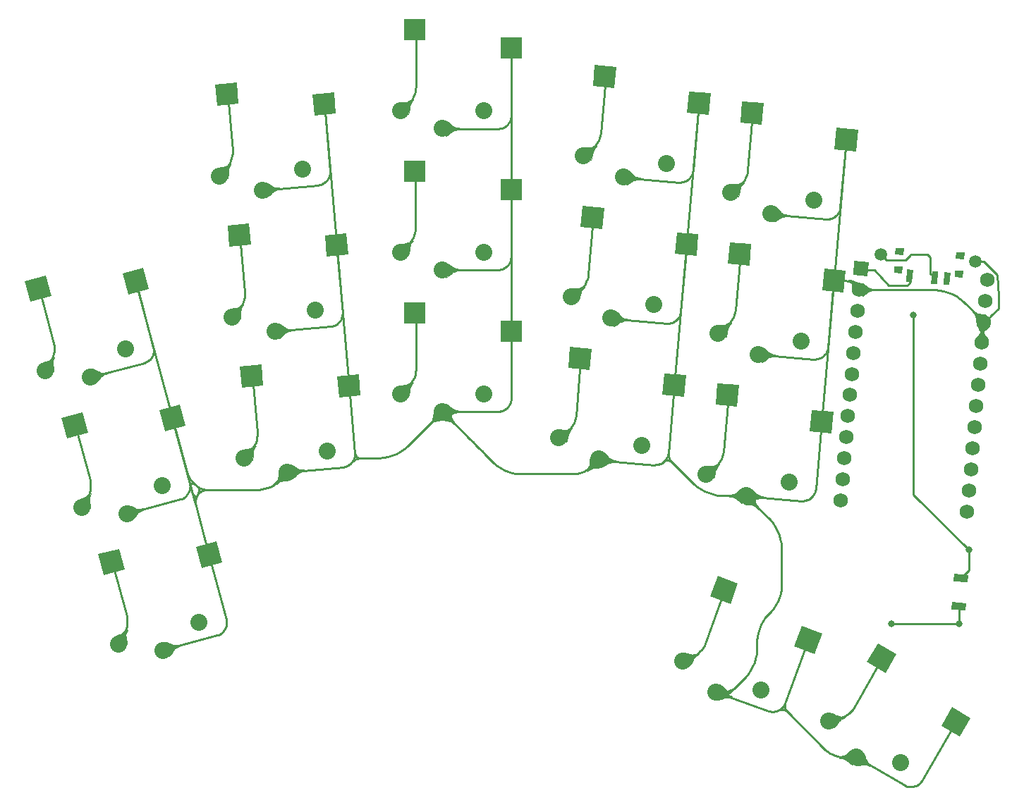
<source format=gbr>
%TF.GenerationSoftware,KiCad,Pcbnew,(5.1.10-1-10_14)*%
%TF.CreationDate,2021-10-09T23:48:43+01:00*%
%TF.ProjectId,architeuthis_dux,61726368-6974-4657-9574-6869735f6475,VERSION_HERE*%
%TF.SameCoordinates,Original*%
%TF.FileFunction,Copper,L2,Bot*%
%TF.FilePolarity,Positive*%
%FSLAX46Y46*%
G04 Gerber Fmt 4.6, Leading zero omitted, Abs format (unit mm)*
G04 Created by KiCad (PCBNEW (5.1.10-1-10_14)) date 2021-10-09 23:48:43*
%MOMM*%
%LPD*%
G01*
G04 APERTURE LIST*
%TA.AperFunction,SMDPad,CuDef*%
%ADD10C,0.100000*%
%TD*%
%TA.AperFunction,ComponentPad*%
%ADD11C,1.500000*%
%TD*%
%TA.AperFunction,ComponentPad*%
%ADD12C,2.032000*%
%TD*%
%TA.AperFunction,SMDPad,CuDef*%
%ADD13R,2.600000X2.600000*%
%TD*%
%TA.AperFunction,ComponentPad*%
%ADD14C,0.100000*%
%TD*%
%TA.AperFunction,ComponentPad*%
%ADD15C,1.752600*%
%TD*%
%TA.AperFunction,ViaPad*%
%ADD16C,0.800000*%
%TD*%
%TA.AperFunction,Conductor*%
%ADD17C,0.250000*%
%TD*%
%TA.AperFunction,Conductor*%
%ADD18C,0.025400*%
%TD*%
%TA.AperFunction,Conductor*%
%ADD19C,0.100000*%
%TD*%
G04 APERTURE END LIST*
%TA.AperFunction,SMDPad,CuDef*%
D10*
%TO.P, ,1*%
%TO.N,N/C*%
G36*
X109683461Y2408197D02*
G01*
X111379320Y2289611D01*
X111316539Y1391803D01*
X109620680Y1510389D01*
X109683461Y2408197D01*
G37*
%TD.AperFunction*%
%TA.AperFunction,SMDPad,CuDef*%
%TO.P, ,2*%
G36*
X109446289Y-983521D02*
G01*
X111142148Y-1102107D01*
X111079367Y-1999915D01*
X109383508Y-1881329D01*
X109446289Y-983521D01*
G37*
%TD.AperFunction*%
%TD*%
%TA.AperFunction,SMDPad,CuDef*%
%TO.P,REF\u002A\u002A,1*%
%TO.N,N/C*%
G36*
X103934898Y37482116D02*
G01*
X104039533Y38978462D01*
X104737828Y38929632D01*
X104633193Y37433286D01*
X103934898Y37482116D01*
G37*
%TD.AperFunction*%
%TA.AperFunction,SMDPad,CuDef*%
%TO.P,REF\u002A\u002A,2*%
G36*
X106927590Y37272847D02*
G01*
X107032225Y38769193D01*
X107730520Y38720363D01*
X107625885Y37224017D01*
X106927590Y37272847D01*
G37*
%TD.AperFunction*%
%TA.AperFunction,SMDPad,CuDef*%
%TO.P,REF\u002A\u002A,3*%
G36*
X108423936Y37168212D02*
G01*
X108528571Y38664558D01*
X109226866Y38615728D01*
X109122231Y37119382D01*
X108423936Y37168212D01*
G37*
%TD.AperFunction*%
%TA.AperFunction,SMDPad,CuDef*%
%TO.P,REF\u002A\u002A,*%
%TO.N,*%
G36*
X102612592Y40792420D02*
G01*
X102668398Y41590471D01*
X103665962Y41520714D01*
X103610156Y40722663D01*
X102612592Y40792420D01*
G37*
%TD.AperFunction*%
%TA.AperFunction,SMDPad,CuDef*%
G36*
X109894810Y40283197D02*
G01*
X109950616Y41081248D01*
X110948180Y41011491D01*
X110892374Y40213440D01*
X109894810Y40283197D01*
G37*
%TD.AperFunction*%
%TA.AperFunction,SMDPad,CuDef*%
G36*
X109740648Y38078581D02*
G01*
X109796454Y38876632D01*
X110794018Y38806875D01*
X110738212Y38008824D01*
X109740648Y38078581D01*
G37*
%TD.AperFunction*%
%TA.AperFunction,SMDPad,CuDef*%
G36*
X102458430Y38587803D02*
G01*
X102514236Y39385854D01*
X103511800Y39316097D01*
X103455994Y38518046D01*
X102458430Y38587803D01*
G37*
%TD.AperFunction*%
%TD*%
D11*
%TO.P,-,1*%
%TO.N,N/C*%
X112200000Y39950000D03*
%TD*%
%TO.P,+,1*%
%TO.N,N/C*%
X100900000Y40750000D03*
%TD*%
%TA.AperFunction,SMDPad,CuDef*%
D10*
%TO.P,S1,1*%
%TO.N,P7*%
G36*
X7580017Y2254009D02*
G01*
X6907088Y4765416D01*
X9418495Y5438345D01*
X10091424Y2926938D01*
X7580017Y2254009D01*
G37*
%TD.AperFunction*%
%TA.AperFunction,SMDPad,CuDef*%
%TO.P,S1,2*%
%TO.N,GND*%
G36*
X19305862Y3118332D02*
G01*
X18632933Y5629739D01*
X21144340Y6302668D01*
X21817269Y3791261D01*
X19305862Y3118332D01*
G37*
%TD.AperFunction*%
%TD*%
D12*
%TO.P,S2,1*%
%TO.N,P7*%
X9356519Y-6018062D03*
%TO.P,S2,2*%
%TO.N,GND*%
X14729668Y-6752411D03*
%TO.P,S2,1*%
%TO.N,P7*%
X19015778Y-3429872D03*
%TO.P,S2,2*%
%TO.N,GND*%
X14729668Y-6752411D03*
%TD*%
%TA.AperFunction,SMDPad,CuDef*%
D10*
%TO.P,S3,1*%
%TO.N,P6*%
G36*
X3180116Y18674809D02*
G01*
X2507187Y21186216D01*
X5018594Y21859145D01*
X5691523Y19347738D01*
X3180116Y18674809D01*
G37*
%TD.AperFunction*%
%TA.AperFunction,SMDPad,CuDef*%
%TO.P,S3,2*%
%TO.N,GND*%
G36*
X14905961Y19539132D02*
G01*
X14233032Y22050539D01*
X16744439Y22723468D01*
X17417368Y20212061D01*
X14905961Y19539132D01*
G37*
%TD.AperFunction*%
%TD*%
D12*
%TO.P,S4,1*%
%TO.N,P6*%
X4956618Y10402738D03*
%TO.P,S4,2*%
%TO.N,GND*%
X10329767Y9668389D03*
%TO.P,S4,1*%
%TO.N,P6*%
X14615877Y12990928D03*
%TO.P,S4,2*%
%TO.N,GND*%
X10329767Y9668389D03*
%TD*%
%TA.AperFunction,SMDPad,CuDef*%
D10*
%TO.P,S5,1*%
%TO.N,P5*%
G36*
X-1219884Y35095509D02*
G01*
X-1892813Y37606916D01*
X618594Y38279845D01*
X1291523Y35768438D01*
X-1219884Y35095509D01*
G37*
%TD.AperFunction*%
%TA.AperFunction,SMDPad,CuDef*%
%TO.P,S5,2*%
%TO.N,GND*%
G36*
X10505961Y35959832D02*
G01*
X9833032Y38471239D01*
X12344439Y39144168D01*
X13017368Y36632761D01*
X10505961Y35959832D01*
G37*
%TD.AperFunction*%
%TD*%
D12*
%TO.P,S6,1*%
%TO.N,P5*%
X556618Y26823438D03*
%TO.P,S6,2*%
%TO.N,GND*%
X5929767Y26089089D03*
%TO.P,S6,1*%
%TO.N,P5*%
X10215877Y29411628D03*
%TO.P,S6,2*%
%TO.N,GND*%
X5929767Y26089089D03*
%TD*%
%TA.AperFunction,SMDPad,CuDef*%
D10*
%TO.P,S7,1*%
%TO.N,P4*%
G36*
X24144771Y24774219D02*
G01*
X23918166Y27364326D01*
X26508273Y27590931D01*
X26734878Y25000824D01*
X24144771Y24774219D01*
G37*
%TD.AperFunction*%
%TA.AperFunction,SMDPad,CuDef*%
%TO.P,S7,2*%
%TO.N,GND*%
G36*
X35842562Y23589240D02*
G01*
X35615957Y26179347D01*
X38206064Y26405952D01*
X38432669Y23815845D01*
X35842562Y23589240D01*
G37*
%TD.AperFunction*%
%TD*%
D12*
%TO.P,S8,1*%
%TO.N,P4*%
X24457854Y16319333D03*
%TO.P,S8,2*%
%TO.N,GND*%
X29621855Y14663103D03*
%TO.P,S8,1*%
%TO.N,P4*%
X34419801Y17190891D03*
%TO.P,S8,2*%
%TO.N,GND*%
X29621855Y14663103D03*
%TD*%
%TA.AperFunction,SMDPad,CuDef*%
D10*
%TO.P,S9,1*%
%TO.N,P3*%
G36*
X22663070Y41709518D02*
G01*
X22436465Y44299625D01*
X25026572Y44526230D01*
X25253177Y41936123D01*
X22663070Y41709518D01*
G37*
%TD.AperFunction*%
%TA.AperFunction,SMDPad,CuDef*%
%TO.P,S9,2*%
%TO.N,GND*%
G36*
X34360861Y40524539D02*
G01*
X34134256Y43114646D01*
X36724363Y43341251D01*
X36950968Y40751144D01*
X34360861Y40524539D01*
G37*
%TD.AperFunction*%
%TD*%
D12*
%TO.P,S10,1*%
%TO.N,P3*%
X22976153Y33254632D03*
%TO.P,S10,2*%
%TO.N,GND*%
X28140154Y31598402D03*
%TO.P,S10,1*%
%TO.N,P3*%
X32938100Y34126190D03*
%TO.P,S10,2*%
%TO.N,GND*%
X28140154Y31598402D03*
%TD*%
%TA.AperFunction,SMDPad,CuDef*%
D10*
%TO.P,S11,1*%
%TO.N,P0*%
G36*
X21181470Y58644820D02*
G01*
X20954865Y61234927D01*
X23544972Y61461532D01*
X23771577Y58871425D01*
X21181470Y58644820D01*
G37*
%TD.AperFunction*%
%TA.AperFunction,SMDPad,CuDef*%
%TO.P,S11,2*%
%TO.N,GND*%
G36*
X32879261Y57459841D02*
G01*
X32652656Y60049948D01*
X35242763Y60276553D01*
X35469368Y57686446D01*
X32879261Y57459841D01*
G37*
%TD.AperFunction*%
%TD*%
D12*
%TO.P,S12,1*%
%TO.N,P0*%
X21494553Y50189934D03*
%TO.P,S12,2*%
%TO.N,GND*%
X26658554Y48533704D03*
%TO.P,S12,1*%
%TO.N,P0*%
X31456500Y51061492D03*
%TO.P,S12,2*%
%TO.N,GND*%
X26658554Y48533704D03*
%TD*%
D13*
%TO.P,S13,1*%
%TO.N,P1*%
X44951936Y33769253D03*
%TO.P,S13,2*%
%TO.N,GND*%
X56501936Y31569253D03*
%TD*%
D12*
%TO.P,S14,1*%
%TO.N,P1*%
X43226936Y24019253D03*
%TO.P,S14,2*%
%TO.N,GND*%
X48226936Y21919253D03*
%TO.P,S14,1*%
%TO.N,P1*%
X53226936Y24019253D03*
%TO.P,S14,2*%
%TO.N,GND*%
X48226936Y21919253D03*
%TD*%
D13*
%TO.P,S15,1*%
%TO.N,P19*%
X44951935Y50769253D03*
%TO.P,S15,2*%
%TO.N,GND*%
X56501935Y48569253D03*
%TD*%
D12*
%TO.P,S16,1*%
%TO.N,P19*%
X43226935Y41019253D03*
%TO.P,S16,2*%
%TO.N,GND*%
X48226935Y38919253D03*
%TO.P,S16,1*%
%TO.N,P19*%
X53226935Y41019253D03*
%TO.P,S16,2*%
%TO.N,GND*%
X48226935Y38919253D03*
%TD*%
D13*
%TO.P,S17,1*%
%TO.N,P18*%
X44951936Y67769251D03*
%TO.P,S17,2*%
%TO.N,GND*%
X56501936Y65569251D03*
%TD*%
D12*
%TO.P,S18,1*%
%TO.N,P18*%
X43226936Y58019251D03*
%TO.P,S18,2*%
%TO.N,GND*%
X48226936Y55919251D03*
%TO.P,S18,1*%
%TO.N,P18*%
X53226936Y58019251D03*
%TO.P,S18,2*%
%TO.N,GND*%
X48226936Y55919251D03*
%TD*%
%TA.AperFunction,SMDPad,CuDef*%
D10*
%TO.P,S19,1*%
%TO.N,P15*%
G36*
X63356217Y27118895D02*
G01*
X63582822Y29709002D01*
X66172929Y29482397D01*
X65946324Y26892290D01*
X63356217Y27118895D01*
G37*
%TD.AperFunction*%
%TA.AperFunction,SMDPad,CuDef*%
%TO.P,S19,2*%
%TO.N,GND*%
G36*
X74670523Y23920617D02*
G01*
X74897128Y26510724D01*
X77487235Y26284119D01*
X77260630Y23694012D01*
X74670523Y23920617D01*
G37*
%TD.AperFunction*%
%TD*%
D12*
%TO.P,S20,1*%
%TO.N,P15*%
X62196369Y18738091D03*
%TO.P,S20,2*%
%TO.N,GND*%
X66994315Y16210303D03*
%TO.P,S20,1*%
%TO.N,P15*%
X72158316Y17866533D03*
%TO.P,S20,2*%
%TO.N,GND*%
X66994315Y16210303D03*
%TD*%
%TA.AperFunction,SMDPad,CuDef*%
D10*
%TO.P,S21,1*%
%TO.N,P14*%
G36*
X64837918Y44054195D02*
G01*
X65064523Y46644302D01*
X67654630Y46417697D01*
X67428025Y43827590D01*
X64837918Y44054195D01*
G37*
%TD.AperFunction*%
%TA.AperFunction,SMDPad,CuDef*%
%TO.P,S21,2*%
%TO.N,GND*%
G36*
X76152224Y40855917D02*
G01*
X76378829Y43446024D01*
X78968936Y43219419D01*
X78742331Y40629312D01*
X76152224Y40855917D01*
G37*
%TD.AperFunction*%
%TD*%
D12*
%TO.P,S22,1*%
%TO.N,P14*%
X63678070Y35673391D03*
%TO.P,S22,2*%
%TO.N,GND*%
X68476016Y33145603D03*
%TO.P,S22,1*%
%TO.N,P14*%
X73640017Y34801833D03*
%TO.P,S22,2*%
%TO.N,GND*%
X68476016Y33145603D03*
%TD*%
%TA.AperFunction,SMDPad,CuDef*%
D10*
%TO.P,S23,1*%
%TO.N,P16*%
G36*
X66319519Y60989595D02*
G01*
X66546124Y63579702D01*
X69136231Y63353097D01*
X68909626Y60762990D01*
X66319519Y60989595D01*
G37*
%TD.AperFunction*%
%TA.AperFunction,SMDPad,CuDef*%
%TO.P,S23,2*%
%TO.N,GND*%
G36*
X77633825Y57791317D02*
G01*
X77860430Y60381424D01*
X80450537Y60154819D01*
X80223932Y57564712D01*
X77633825Y57791317D01*
G37*
%TD.AperFunction*%
%TD*%
D12*
%TO.P,S24,1*%
%TO.N,P16*%
X65159671Y52608791D03*
%TO.P,S24,2*%
%TO.N,GND*%
X69957617Y50081003D03*
%TO.P,S24,1*%
%TO.N,P16*%
X75121618Y51737233D03*
%TO.P,S24,2*%
%TO.N,GND*%
X69957617Y50081003D03*
%TD*%
%TA.AperFunction,SMDPad,CuDef*%
D10*
%TO.P,S25,1*%
%TO.N,P10*%
G36*
X81040818Y22727595D02*
G01*
X81267423Y25317702D01*
X83857530Y25091097D01*
X83630925Y22500990D01*
X81040818Y22727595D01*
G37*
%TD.AperFunction*%
%TA.AperFunction,SMDPad,CuDef*%
%TO.P,S25,2*%
%TO.N,GND*%
G36*
X92355124Y19529317D02*
G01*
X92581729Y22119424D01*
X95171836Y21892819D01*
X94945231Y19302712D01*
X92355124Y19529317D01*
G37*
%TD.AperFunction*%
%TD*%
D12*
%TO.P,S26,1*%
%TO.N,P10*%
X79880970Y14346791D03*
%TO.P,S26,2*%
%TO.N,GND*%
X84678916Y11819003D03*
%TO.P,S26,1*%
%TO.N,P10*%
X89842917Y13475233D03*
%TO.P,S26,2*%
%TO.N,GND*%
X84678916Y11819003D03*
%TD*%
%TA.AperFunction,SMDPad,CuDef*%
D10*
%TO.P,S27,1*%
%TO.N,P20*%
G36*
X82522418Y39662895D02*
G01*
X82749023Y42253002D01*
X85339130Y42026397D01*
X85112525Y39436290D01*
X82522418Y39662895D01*
G37*
%TD.AperFunction*%
%TA.AperFunction,SMDPad,CuDef*%
%TO.P,S27,2*%
%TO.N,GND*%
G36*
X93836724Y36464617D02*
G01*
X94063329Y39054724D01*
X96653436Y38828119D01*
X96426831Y36238012D01*
X93836724Y36464617D01*
G37*
%TD.AperFunction*%
%TD*%
D12*
%TO.P,S28,1*%
%TO.N,P20*%
X81362570Y31282091D03*
%TO.P,S28,2*%
%TO.N,GND*%
X86160516Y28754303D03*
%TO.P,S28,1*%
%TO.N,P20*%
X91324517Y30410533D03*
%TO.P,S28,2*%
%TO.N,GND*%
X86160516Y28754303D03*
%TD*%
%TA.AperFunction,SMDPad,CuDef*%
D10*
%TO.P,S29,1*%
%TO.N,P21*%
G36*
X84004119Y56598195D02*
G01*
X84230724Y59188302D01*
X86820831Y58961697D01*
X86594226Y56371590D01*
X84004119Y56598195D01*
G37*
%TD.AperFunction*%
%TA.AperFunction,SMDPad,CuDef*%
%TO.P,S29,2*%
%TO.N,GND*%
G36*
X95318425Y53399917D02*
G01*
X95545030Y55990024D01*
X98135137Y55763419D01*
X97908532Y53173312D01*
X95318425Y53399917D01*
G37*
%TD.AperFunction*%
%TD*%
D12*
%TO.P,S30,1*%
%TO.N,P21*%
X82844271Y48217391D03*
%TO.P,S30,2*%
%TO.N,GND*%
X87642217Y45689603D03*
%TO.P,S30,1*%
%TO.N,P21*%
X92806218Y47345833D03*
%TO.P,S30,2*%
%TO.N,GND*%
X87642217Y45689603D03*
%TD*%
%TA.AperFunction,SMDPad,CuDef*%
D10*
%TO.P,S31,1*%
%TO.N,P8*%
G36*
X80392635Y-277836D02*
G01*
X81281888Y2165365D01*
X83725089Y1276112D01*
X82835836Y-1167089D01*
X80392635Y-277836D01*
G37*
%TD.AperFunction*%
%TA.AperFunction,SMDPad,CuDef*%
%TO.P,S31,2*%
%TO.N,GND*%
G36*
X90493640Y-6295492D02*
G01*
X91382893Y-3852291D01*
X93826094Y-4741544D01*
X92936841Y-7184745D01*
X90493640Y-6295492D01*
G37*
%TD.AperFunction*%
%TD*%
D12*
%TO.P,S32,1*%
%TO.N,P8*%
X77103195Y-8072880D03*
%TO.P,S32,2*%
%TO.N,GND*%
X81083416Y-11756335D03*
%TO.P,S32,1*%
%TO.N,P8*%
X86500122Y-11493082D03*
%TO.P,S32,2*%
%TO.N,GND*%
X81083416Y-11756335D03*
%TD*%
%TA.AperFunction,SMDPad,CuDef*%
D10*
%TO.P,S33,1*%
%TO.N,P9*%
G36*
X99216469Y-8175629D02*
G01*
X100516469Y-5923963D01*
X102768135Y-7223963D01*
X101468135Y-9475629D01*
X99216469Y-8175629D01*
G37*
%TD.AperFunction*%
%TA.AperFunction,SMDPad,CuDef*%
%TO.P,S33,2*%
%TO.N,GND*%
G36*
X108119062Y-15855885D02*
G01*
X109419062Y-13604219D01*
X111670728Y-14904219D01*
X110370728Y-17155885D01*
X108119062Y-15855885D01*
G37*
%TD.AperFunction*%
%TD*%
D12*
%TO.P,S34,1*%
%TO.N,P9*%
X94623408Y-15281044D03*
%TO.P,S34,2*%
%TO.N,GND*%
X97903535Y-19599697D03*
%TO.P,S34,1*%
%TO.N,P9*%
X103283662Y-20281044D03*
%TO.P,S34,2*%
%TO.N,GND*%
X97903535Y-19599697D03*
%TD*%
%TA.AperFunction,ComponentPad*%
D14*
%TO.P,C1,1*%
%TO.N,RAW*%
G36*
X97691506Y40038559D02*
G01*
X99437437Y39885810D01*
X99284688Y38139879D01*
X97538757Y38292628D01*
X97691506Y40038559D01*
G37*
%TD.AperFunction*%
D15*
%TO.P,C1,2*%
%TO.N,GND*%
X98266722Y36558884D03*
%TO.P,C1,3*%
%TO.N,RST*%
X98045346Y34028550D03*
%TO.P,C1,4*%
%TO.N,VCC*%
X97823970Y31498215D03*
%TO.P,C1,5*%
%TO.N,P21*%
X97602595Y28967881D03*
%TO.P,C1,6*%
%TO.N,P20*%
X97381219Y26437546D03*
%TO.P,C1,7*%
%TO.N,P19*%
X97159844Y23907211D03*
%TO.P,C1,8*%
%TO.N,P18*%
X96938468Y21376877D03*
%TO.P,C1,9*%
%TO.N,P15*%
X96717092Y18846542D03*
%TO.P,C1,10*%
%TO.N,P14*%
X96495717Y16316208D03*
%TO.P,C1,11*%
%TO.N,P16*%
X96274341Y13785873D03*
%TO.P,C1,12*%
%TO.N,P10*%
X96052966Y11255539D03*
%TO.P,C1,13*%
%TO.N,P1*%
X113670104Y37760965D03*
%TO.P,C1,14*%
%TO.N,P0*%
X113448729Y35230631D03*
%TO.P,C1,15*%
%TO.N,GND*%
X113227353Y32700296D03*
%TO.P,C1,16*%
X113005978Y30169962D03*
%TO.P,C1,17*%
%TO.N,P2*%
X112784602Y27639627D03*
%TO.P,C1,18*%
%TO.N,P3*%
X112563226Y25109293D03*
%TO.P,C1,19*%
%TO.N,P4*%
X112341851Y22578958D03*
%TO.P,C1,20*%
%TO.N,P5*%
X112120475Y20048623D03*
%TO.P,C1,21*%
%TO.N,P6*%
X111899100Y17518289D03*
%TO.P,C1,22*%
%TO.N,P7*%
X111677724Y14987954D03*
%TO.P,C1,23*%
%TO.N,P8*%
X111456348Y12457620D03*
%TO.P,C1,24*%
%TO.N,P9*%
X111234973Y9927285D03*
%TD*%
D16*
%TO.N,*%
X111450000Y5300000D03*
X110251835Y-3598165D03*
X102148165Y-3598165D03*
X104800000Y33500000D03*
%TD*%
D17*
%TO.N,*%
X114871405Y38339255D02*
X115000000Y35800000D01*
X113260660Y39950000D02*
X114871405Y38339255D01*
X112200000Y39950000D02*
X113260660Y39950000D01*
X115000000Y35800000D02*
X115000000Y34300000D01*
X115000000Y34300000D02*
X114200000Y33500000D01*
X114200000Y33500000D02*
X113400000Y32700000D01*
X101800000Y37050000D02*
X100100000Y38900000D01*
X104041106Y37050000D02*
X101800000Y37050000D01*
X104336363Y37345257D02*
X104041106Y37050000D01*
X104336363Y38205874D02*
X104336363Y37345257D01*
X101550000Y40100000D02*
X100900000Y40750000D01*
X104400000Y40700000D02*
X103800000Y40100000D01*
X104400000Y40750000D02*
X104400000Y40700000D01*
X106500000Y40750000D02*
X104400000Y40750000D01*
X106800000Y40450000D02*
X106500000Y40750000D01*
X106800000Y38450000D02*
X106800000Y40450000D01*
X103800000Y40100000D02*
X101550000Y40100000D01*
X107450000Y38400000D02*
X106800000Y38450000D01*
X100100000Y38900000D02*
X99800000Y38900000D01*
X99750000Y38900000D02*
X99450000Y38900000D01*
X99450000Y38900000D02*
X99150000Y38900000D01*
X104800000Y11950000D02*
X111450000Y5300000D01*
X104800000Y33500000D02*
X104800000Y11950000D01*
X110251835Y-3598165D02*
X102148165Y-3598165D01*
X102148165Y-3598165D02*
X102148165Y-3598165D01*
X111450000Y2850000D02*
X110500000Y1900000D01*
X111450000Y5300000D02*
X111450000Y2850000D01*
X110262828Y-3587172D02*
X110251835Y-3598165D01*
X110262828Y-1491718D02*
X110262828Y-3587172D01*
%TO.N,P7*%
X10192061Y-4444363D02*
X10065729Y-4723185D01*
X10359965Y-3856392D02*
X10290456Y-4154501D01*
X10340053Y-2639492D02*
X10389916Y-2941510D01*
X10409936Y-3246962D02*
X10399920Y-3552904D01*
X10192061Y-4444363D02*
X10290456Y-4154501D01*
X10389916Y-2941510D02*
X10409936Y-3246962D01*
X10359965Y-3856392D02*
X10399920Y-3552904D01*
X10065729Y-4723185D02*
X9343969Y-5973315D01*
X10340053Y-2639492D02*
X8609180Y3820213D01*
%TO.N,GND*%
X85670449Y10753350D02*
X86083767Y10414149D01*
X89366611Y-13599229D02*
X89306388Y-13524546D01*
X89357424Y-13510572D02*
X89366611Y-13599229D01*
X89306388Y-13524546D02*
X89357424Y-13510572D01*
X65515333Y14855447D02*
X65251243Y14714288D01*
X18564217Y10908964D02*
X18452750Y11324963D01*
X18556325Y11230599D02*
X18564217Y10908964D01*
X18452750Y11324963D02*
X18556325Y11230599D01*
X92858924Y11996007D02*
X92772215Y11863122D01*
X53716555Y16429631D02*
X54073182Y16073004D01*
X33804407Y49239700D02*
X33657159Y49180581D01*
X21375391Y-4907482D02*
X21226889Y-4963375D01*
X87419329Y-14053493D02*
X87573034Y-14092885D01*
X18956078Y12098514D02*
X19031698Y12391857D01*
X19167849Y12277791D02*
X18956078Y12098514D01*
X19031698Y12391857D02*
X19167849Y12277791D01*
X75731690Y15905086D02*
X75587098Y15993443D01*
X75646366Y16009929D02*
X75731690Y15905086D01*
X75587098Y15993443D02*
X75646366Y16009929D01*
X88648067Y7119341D02*
X88803279Y6607679D01*
X56455426Y23141306D02*
X56409366Y22989466D01*
X27224330Y12751222D02*
X26884175Y12648037D01*
X88191402Y8084877D02*
X88443451Y7613327D01*
X85990000Y-6665303D02*
X85938437Y-7188826D01*
X77951339Y49998032D02*
X77840372Y49884617D01*
X93909075Y28540718D02*
X93778114Y28451130D01*
X56165693Y39581005D02*
X56065033Y39458350D01*
X33504826Y49136180D02*
X33348874Y49106924D01*
X35299503Y32265414D02*
X35152256Y32206295D01*
X42204261Y16627086D02*
X41692599Y16471875D01*
X41168187Y16367564D02*
X40636076Y16315156D01*
X109444173Y36042335D02*
X109915723Y35790286D01*
X37412609Y15866172D02*
X37519055Y16040425D01*
X37525247Y15973876D02*
X37412609Y15866172D01*
X37519055Y16040425D02*
X37525247Y15973876D01*
X92440380Y11523969D02*
X92309419Y11434381D01*
X57049352Y14472850D02*
X57535194Y14425000D01*
X83748676Y11662282D02*
X84260338Y11507070D01*
X92991310Y12284000D02*
X92932191Y12136752D01*
X78137364Y50254662D02*
X78050655Y50121777D01*
X74739464Y15843140D02*
X74608502Y15753553D01*
X94755163Y-19121012D02*
X95048846Y-19277988D01*
X36140509Y33173221D02*
X36078192Y33027298D01*
X36001872Y32888185D02*
X35912284Y32757224D01*
X88478742Y-870256D02*
X88243912Y-1309590D01*
X13125349Y28177111D02*
X13009539Y28068644D01*
X37672960Y16086936D02*
X37687392Y16158776D01*
X37749660Y16134037D02*
X37672960Y16086936D01*
X37687392Y16158776D02*
X37749660Y16134037D01*
X13580148Y29328008D02*
X13574957Y29169421D01*
X75500553Y16148614D02*
X75520085Y16218685D01*
X75563366Y16136585D02*
X75500553Y16148614D01*
X75520085Y16218685D02*
X75563366Y16136585D01*
X95110191Y45190576D02*
X94964268Y45128259D01*
X81272427Y11871410D02*
X81804538Y11819003D01*
X13322392Y28425384D02*
X13229969Y28296408D01*
X75966228Y32671443D02*
X75820305Y32609126D01*
X55982834Y56306151D02*
X55860179Y56205491D01*
X94460004Y29300746D02*
X94400885Y29153499D01*
X98080130Y36821081D02*
X98240995Y36735097D01*
X13467213Y28707327D02*
X13401728Y28562798D01*
X17834875Y12329707D02*
X17769390Y12185178D01*
X94533661Y29609031D02*
X94504405Y29453079D01*
X26535543Y12578691D02*
X26181794Y12543850D01*
X34078036Y49399676D02*
X33945151Y49312967D01*
X84941546Y-9595529D02*
X84607820Y-10002176D01*
X75442253Y16418940D02*
X75372438Y16483870D01*
X75418324Y16503003D02*
X75442253Y16418940D01*
X75372438Y16483870D02*
X75418324Y16503003D01*
X38182593Y16291674D02*
X38217719Y16340322D01*
X38342211Y16315156D02*
X38182593Y16291674D01*
X38217719Y16340322D02*
X38342211Y16315156D01*
X36239877Y33796216D02*
X36238147Y33637553D01*
X56195692Y56541004D02*
X56095032Y56418349D01*
X93639002Y28374810D02*
X93493079Y28312493D01*
X34506777Y49862472D02*
X34417189Y49731511D01*
X37828899Y16570279D02*
X37863746Y16608664D01*
X37913653Y16541230D02*
X37828899Y16570279D01*
X37863746Y16608664D02*
X37913653Y16541230D01*
X113144696Y32626147D02*
X113127565Y32600508D01*
X78343407Y50850937D02*
X78314150Y50694986D01*
X34999923Y32161894D02*
X34843971Y32132638D01*
X88967374Y-13871724D02*
X89013681Y-13817122D01*
X89061491Y-13874188D02*
X88967374Y-13871724D01*
X89013681Y-13817122D02*
X89061491Y-13874188D01*
X17911587Y13265273D02*
X17937434Y13108720D01*
X27866221Y13054814D02*
X27552733Y12887251D01*
X44027690Y17720007D02*
X43614373Y17380806D01*
X86038827Y-5125270D02*
X85990000Y-5621028D01*
X49079493Y21270442D02*
X49181097Y21394201D01*
X49168028Y21212878D02*
X49079493Y21270442D01*
X49181097Y21394201D02*
X49168028Y21212878D01*
X76236301Y32837349D02*
X76105340Y32747762D01*
X107914113Y36506475D02*
X107382002Y36558884D01*
X56481935Y40464838D02*
X56466382Y40306929D01*
X64974589Y14599695D02*
X64688035Y14512769D01*
X35810292Y32635674D02*
X35696877Y32524706D01*
X34645414Y50147507D02*
X34583097Y50001584D01*
X104795553Y-23118558D02*
X104639000Y-23144405D01*
X48706582Y21090774D02*
X48925979Y21167868D01*
X48905890Y21052435D02*
X48706582Y21090774D01*
X48925979Y21167868D02*
X48905890Y21052435D01*
X37737021Y16770329D02*
X37737600Y16906657D01*
X37792694Y16744396D02*
X37737021Y16770329D01*
X37737600Y16906657D02*
X37792694Y16744396D01*
X93341752Y28264780D02*
X93186476Y28232128D01*
X105097320Y-23021599D02*
X104948818Y-23077491D01*
X52264857Y17881330D02*
X52628681Y17517505D01*
X75447741Y16051492D02*
X75364732Y16071785D01*
X75450031Y16104247D02*
X75447741Y16051492D01*
X75364732Y16071785D02*
X75450031Y16104247D01*
X91873054Y11248031D02*
X91717777Y11215380D01*
X96001772Y-19567056D02*
X96333172Y-19599697D01*
X75335143Y16759484D02*
X75364502Y16916642D01*
X75380860Y16708427D02*
X75335143Y16759484D01*
X75364502Y16916642D02*
X75380860Y16708427D01*
X92170306Y11358062D02*
X92024383Y11295745D01*
X89602957Y-14106841D02*
X89452535Y-14007231D01*
X89516894Y-13992431D02*
X89602957Y-14106841D01*
X89452535Y-14007231D02*
X89516894Y-13992431D01*
X84754324Y11302454D02*
X85225875Y11050405D01*
X76860888Y33905665D02*
X76831631Y33749713D01*
X88507707Y-14005972D02*
X88358021Y-14058612D01*
X43169798Y17083751D02*
X42698247Y16831702D01*
X56511934Y57424837D02*
X56496381Y57266928D01*
X56501935Y23454838D02*
X56486382Y23296929D01*
X82689300Y-11633847D02*
X82488384Y-11694794D01*
X88967449Y-13717991D02*
X89032689Y-13656784D01*
X89007490Y-13749973D02*
X88967449Y-13717991D01*
X89032689Y-13656784D02*
X89007490Y-13749973D01*
X86706084Y-3260405D02*
X86471255Y-3699740D01*
X17690054Y12047765D02*
X17597632Y11918789D01*
X56185694Y22571005D02*
X56085034Y22448350D01*
X13543923Y29642893D02*
X13569771Y29486340D01*
X55718249Y22147337D02*
X55578313Y22072540D01*
X91401385Y11196376D02*
X91560048Y11198106D01*
X110360298Y35493231D02*
X110773616Y35154030D01*
X55952835Y39346152D02*
X55830180Y39245491D01*
X12883656Y27972051D02*
X12748911Y27888261D01*
X95931195Y46116511D02*
X95872076Y45969264D01*
X87298872Y-2461123D02*
X86982845Y-2846204D01*
X77151496Y49506686D02*
X76996220Y49474034D01*
X75668978Y32561413D02*
X75513702Y32528761D01*
X38025008Y16368287D02*
X38007930Y16447171D01*
X38090176Y16393899D02*
X38025008Y16368287D01*
X38007930Y16447171D02*
X38090176Y16393899D01*
X49291174Y20855012D02*
X49095918Y20975983D01*
X49202017Y21025996D02*
X49291174Y20855012D01*
X49095918Y20975983D02*
X49202017Y21025996D01*
X98762962Y36576762D02*
X98944486Y36558884D01*
X94341273Y45028890D02*
X94499936Y45030620D01*
X93064967Y12592285D02*
X93035711Y12436333D01*
X46963537Y20655854D02*
X47415159Y20982263D01*
X47286116Y20869698D02*
X46963537Y20655854D01*
X47415159Y20982263D02*
X47286116Y20869698D01*
X55221789Y15126762D02*
X55652336Y14896630D01*
X113059638Y32518247D02*
X113043337Y32487751D01*
X97787468Y37038134D02*
X97928468Y36922419D01*
X104010238Y-23092849D02*
X104164765Y-23128880D01*
X88203897Y-14096326D02*
X88046818Y-14118752D01*
X94327618Y29012756D02*
X94240909Y28879871D01*
X75248475Y16490776D02*
X75281982Y16576207D01*
X75313867Y16509274D02*
X75248475Y16490776D01*
X75281982Y16576207D02*
X75313867Y16509274D01*
X17921910Y12634486D02*
X17885879Y12479958D01*
X22323035Y-3713459D02*
X22287004Y-3867986D01*
X77448746Y49616716D02*
X77302823Y49554399D01*
X76679828Y49455030D02*
X76838491Y49456760D01*
X54438493Y15707694D02*
X54815871Y15397988D01*
X18635126Y11601404D02*
X18557514Y11761089D01*
X18719846Y11790651D02*
X18635126Y11601404D01*
X18557514Y11761089D02*
X18719846Y11790651D01*
X97517489Y37282828D02*
X97658489Y37167113D01*
X55972835Y22336151D02*
X55850180Y22235491D01*
X17971551Y13120810D02*
X17911308Y13345639D01*
X18077699Y13233006D02*
X17971551Y13120810D01*
X17911308Y13345639D02*
X18077699Y13233006D01*
X36797588Y15371695D02*
X36650340Y15312576D01*
X22348937Y-3397556D02*
X22343746Y-3556143D01*
X64394340Y14454350D02*
X64096334Y14425000D01*
X55104256Y38944804D02*
X54946347Y38929252D01*
X113156496Y32745954D02*
X113162513Y32715712D01*
X49136348Y21810630D02*
X49258280Y21845761D01*
X49214424Y21770083D02*
X49136348Y21810630D01*
X49258280Y21845761D02*
X49214424Y21770083D01*
X74172137Y15567203D02*
X74016860Y15534552D01*
X89302252Y-13933886D02*
X89211731Y-13903725D01*
X89310464Y-13877049D02*
X89302252Y-13933886D01*
X89211731Y-13903725D02*
X89310464Y-13877049D01*
X95612784Y45571891D02*
X95501817Y45458476D01*
X28436552Y13477800D02*
X28161777Y13252298D01*
X104322081Y-23149591D02*
X104480668Y-23154783D01*
X34725778Y50454110D02*
X34693127Y50298834D01*
X49251707Y21564668D02*
X49247789Y21686520D01*
X49319679Y21656361D02*
X49251707Y21564668D01*
X49247789Y21686520D02*
X49319679Y21656361D01*
X75197310Y32509757D02*
X75355973Y32511487D01*
X94220865Y-18724749D02*
X94478281Y-18936005D01*
X89324211Y-13266978D02*
X89390174Y-13128402D01*
X89361255Y-13323096D02*
X89324211Y-13266978D01*
X89390174Y-13128402D02*
X89361255Y-13323096D01*
X113009617Y32377902D02*
X113005978Y32340949D01*
X53003301Y17142885D02*
X53359928Y16786258D01*
X17251320Y11594432D02*
X17116575Y11510642D01*
X34744782Y50770502D02*
X34743052Y50611839D01*
X75136176Y16072542D02*
X75170021Y16133186D01*
X75230909Y16083903D02*
X75136176Y16072542D01*
X75170021Y16133186D02*
X75230909Y16083903D01*
X12606602Y27818082D02*
X12458100Y27762189D01*
X95380266Y45356483D02*
X95249304Y45266895D01*
X85481788Y-8694191D02*
X85233807Y-9158130D01*
X37610026Y16225778D02*
X37641023Y16306016D01*
X37656856Y16213403D02*
X37610026Y16225778D01*
X37641023Y16306016D02*
X37656856Y16213403D01*
X88907591Y6083267D02*
X88960000Y5551156D01*
X22312712Y-3082671D02*
X22338560Y-3239224D01*
X98409515Y36665295D02*
X98584063Y36612347D01*
X56435426Y40151306D02*
X56389366Y39999466D01*
X73700468Y15515548D02*
X73859131Y15517278D01*
X76468819Y33052757D02*
X76357851Y32939342D01*
X97204961Y37470151D02*
X97365827Y37384166D01*
X82282463Y-11735755D02*
X82073517Y-11756335D01*
X87555146Y8942770D02*
X87894347Y8529452D01*
X34315197Y49609961D02*
X34201782Y49498993D01*
X88960000Y1051027D02*
X88911171Y555269D01*
X80236352Y12130933D02*
X80748014Y11975722D01*
X36498007Y15268175D02*
X36342055Y15238919D01*
X94812941Y45080546D02*
X94657665Y45047895D01*
X89176521Y-13497003D02*
X89232389Y-13420196D01*
X89248446Y-13489790D02*
X89176521Y-13497003D01*
X89232389Y-13420196D02*
X89248446Y-13489790D01*
X56348645Y22842872D02*
X56273848Y22702936D01*
X65995792Y15211780D02*
X65764315Y15021812D01*
X55441717Y55981819D02*
X55289877Y55935759D01*
X75099250Y16219438D02*
X75147470Y16295841D01*
X75146528Y16198338D02*
X75099250Y16219438D01*
X75147470Y16295841D02*
X75146528Y16198338D01*
X56358644Y56812871D02*
X56283846Y56672935D01*
X78269749Y50542652D02*
X78210631Y50395405D01*
X77718821Y49782624D02*
X77587859Y49693036D01*
X85835808Y-7704773D02*
X85683102Y-8208177D01*
X92672898Y11739376D02*
X92561930Y11625961D01*
X105374373Y-22867631D02*
X105239629Y-22951421D01*
X17947812Y12950388D02*
X17942621Y12791801D01*
X96004852Y46424796D02*
X95975596Y46268844D01*
X89371143Y-13833758D02*
X89402485Y-13757878D01*
X89440185Y-13853403D02*
X89371143Y-13833758D01*
X89402485Y-13757878D02*
X89440185Y-13853403D01*
X78412922Y13223854D02*
X78826239Y12884653D01*
X83405310Y-11204687D02*
X83243012Y-11337881D01*
X96861894Y37592903D02*
X97036442Y37539954D01*
X76787230Y33597380D02*
X76728112Y33450132D01*
X37071217Y15531671D02*
X36938332Y15444962D01*
X18231414Y13240279D02*
X18314029Y13334692D01*
X18470621Y13178559D02*
X18231414Y13240279D01*
X18314029Y13334692D02*
X18470621Y13178559D01*
X95798809Y45828521D02*
X95712100Y45695636D01*
X19016649Y12621776D02*
X18896178Y12852019D01*
X19176331Y12710271D02*
X19016649Y12621776D01*
X18896178Y12852019D02*
X19176331Y12710271D01*
X113162513Y32684877D02*
X113156497Y32654635D01*
X56465425Y57111305D02*
X56419365Y56959465D01*
X87729859Y-14117023D02*
X87888296Y-14125673D01*
X83224264Y11766594D02*
X82692153Y11819003D01*
X74892574Y15971614D02*
X75001136Y16090769D01*
X75003496Y16031818D02*
X74892574Y15971614D01*
X75001136Y16090769D02*
X75003496Y16031818D01*
X47749455Y21058351D02*
X47902165Y21183165D01*
X47914442Y21090774D02*
X47749455Y21058351D01*
X47902165Y21183165D02*
X47914442Y21090774D01*
X56328644Y39852872D02*
X56253847Y39712936D01*
X105616066Y-22662570D02*
X105500257Y-22771037D01*
X108438525Y36402162D02*
X108950187Y36246951D01*
X47966290Y21312536D02*
X48118325Y21388952D01*
X47949999Y21243639D02*
X47966290Y21312536D01*
X48118325Y21388952D02*
X47949999Y21243639D01*
X17493012Y11799492D02*
X17377203Y11691025D01*
X13554246Y29012105D02*
X13518216Y28857578D01*
X19450420Y12426380D02*
X19506055Y12599968D01*
X19852153Y12543850D02*
X19450420Y12426380D01*
X19506055Y12599968D02*
X19852153Y12543850D01*
X92870084Y28213124D02*
X93028747Y28214854D01*
X49529655Y21897546D02*
X49762352Y21919251D01*
X49499237Y21802180D02*
X49529655Y21897546D01*
X49762352Y21919251D02*
X49499237Y21802180D01*
X21652445Y-4753513D02*
X21517700Y-4837303D01*
X86280619Y-4159978D02*
X86136012Y-4636684D01*
X21894137Y-4548453D02*
X21778328Y-4656920D01*
X55124258Y21934803D02*
X54966350Y21919251D01*
X88672129Y-13929302D02*
X88824394Y-13830306D01*
X88807427Y-13890797D02*
X88672129Y-13929302D01*
X88824394Y-13830306D02*
X88807427Y-13890797D01*
X51537208Y18608979D02*
X51901033Y18245154D01*
X56103368Y14709806D02*
X56570539Y14568092D01*
X55411719Y39021819D02*
X55259879Y38975759D01*
X76654845Y33309388D02*
X76568136Y33176503D01*
X83068440Y-11454527D02*
X82883275Y-11553500D01*
X36220873Y33479824D02*
X36188222Y33324548D01*
X87967152Y-1723792D02*
X87651124Y-2108872D01*
X94141593Y28756125D02*
X94030625Y28642710D01*
X55728247Y56117337D02*
X55588311Y56042540D01*
X35573131Y32425390D02*
X35440246Y32338681D01*
X22091179Y-4300180D02*
X21998757Y-4429156D01*
X37940641Y16222596D02*
X38002696Y16300565D01*
X38027703Y16253405D02*
X37940641Y16222596D01*
X38002696Y16300565D02*
X38027703Y16253405D01*
X17760299Y13909213D02*
X17637779Y14366461D01*
X17939181Y13823787D02*
X17760299Y13909213D01*
X17637779Y14366461D02*
X17939181Y13823787D01*
X113100785Y32573728D02*
X113078849Y32546998D01*
X96682995Y37628489D02*
X96501471Y37646368D01*
X37308379Y15741956D02*
X37194963Y15630988D01*
X113027639Y32449852D02*
X113016860Y32414319D01*
X16974266Y11440463D02*
X16825764Y11384570D01*
X55698250Y39157338D02*
X55558314Y39082541D01*
X95356502Y-19405424D02*
X95675166Y-19502090D01*
X22236001Y-4018237D02*
X22170516Y-4162766D01*
X55134254Y55904804D02*
X54976345Y55889252D01*
X37705725Y16527415D02*
X37722177Y16616910D01*
X37763196Y16568512D02*
X37705725Y16527415D01*
X37722177Y16616910D02*
X37763196Y16568512D01*
X103715458Y-22976361D02*
X103859987Y-23041846D01*
X113127565Y32800081D02*
X113144696Y32774442D01*
X105813109Y-22414298D02*
X105720686Y-22543274D01*
X74469389Y15677234D02*
X74323466Y15614917D01*
X55431720Y22011818D02*
X55279881Y21965758D01*
X79270814Y12587598D02*
X79742365Y12335549D01*
X18327246Y11793348D02*
X18274371Y11990677D01*
X18428026Y11826166D02*
X18327246Y11793348D01*
X18274371Y11990677D02*
X18428026Y11826166D01*
X88813986Y66686D02*
X88669378Y-410019D01*
X113144696Y32626147D02*
X113156497Y32654635D01*
X56195692Y56541004D02*
X56283846Y56672935D01*
X97517489Y37282828D02*
X97365827Y37384166D01*
X85670449Y10753350D02*
X85225875Y11050405D01*
X77448746Y49616716D02*
X77587859Y49693036D01*
X37519055Y16040425D02*
X37610026Y16225778D01*
X37525247Y15973876D02*
X37672960Y16086936D01*
X37687392Y16158776D02*
X37656856Y16213403D01*
X56185694Y22571005D02*
X56273848Y22702936D01*
X17597632Y11918789D02*
X17493012Y11799492D01*
X27866221Y13054814D02*
X28161777Y13252298D01*
X77951339Y49998032D02*
X78050655Y50121777D01*
X34078036Y49399676D02*
X34201782Y49498993D01*
X104639000Y-23144405D02*
X104480668Y-23154783D01*
X17911308Y13345639D02*
X17760299Y13909213D01*
X18077699Y13233006D02*
X18231414Y13240279D01*
X18314029Y13334692D02*
X17939181Y13823787D01*
X75335143Y16759484D02*
X75281982Y16576207D01*
X75372438Y16483870D02*
X75313867Y16509274D01*
X75418324Y16503003D02*
X75380860Y16708427D01*
X21375391Y-4907482D02*
X21517700Y-4837303D01*
X86038827Y-5125270D02*
X86136012Y-4636684D01*
X55830180Y39245491D02*
X55698250Y39157338D01*
X55124258Y21934803D02*
X55279881Y21965758D01*
X75966228Y32671443D02*
X76105340Y32747762D01*
X113009617Y32377902D02*
X113016860Y32414319D01*
X56496381Y57266928D02*
X56465425Y57111305D01*
X83748676Y11662282D02*
X83224264Y11766594D01*
X21894137Y-4548453D02*
X21998757Y-4429156D01*
X19031698Y12391857D02*
X19016649Y12621776D01*
X19167849Y12277791D02*
X19450420Y12426380D01*
X19176331Y12710271D02*
X19506055Y12599968D01*
X37737021Y16770329D02*
X37722177Y16616910D01*
X37828899Y16570279D02*
X37763196Y16568512D01*
X37863746Y16608664D02*
X37792694Y16744396D01*
X55718249Y22147337D02*
X55850180Y22235491D01*
X36238147Y33637553D02*
X36220873Y33479824D01*
X74608502Y15753553D02*
X74469389Y15677234D01*
X81272427Y11871410D02*
X80748014Y11975722D01*
X95612784Y45571891D02*
X95712100Y45695636D01*
X12748911Y27888261D02*
X12606602Y27818082D01*
X37071217Y15531671D02*
X37194963Y15630988D01*
X35152256Y32206295D02*
X34999923Y32161894D01*
X36650340Y15312576D02*
X36498007Y15268175D01*
X105616066Y-22662570D02*
X105720686Y-22543274D01*
X94460004Y29300746D02*
X94504405Y29453079D01*
X113156496Y32745954D02*
X113144696Y32774442D01*
X13580148Y29328008D02*
X13569771Y29486340D01*
X56455426Y23141306D02*
X56486382Y23296929D01*
X78314150Y50694986D02*
X78269749Y50542652D01*
X17937434Y13108720D02*
X17947812Y12950388D01*
X82488384Y-11694794D02*
X82282463Y-11735755D01*
X95110191Y45190576D02*
X95249304Y45266895D01*
X98080130Y36821081D02*
X97928468Y36922419D01*
X94755163Y-19121012D02*
X94478281Y-18936005D01*
X26884175Y12648037D02*
X26535543Y12578691D01*
X76996220Y49474034D02*
X76838491Y49456760D01*
X88911171Y555269D02*
X88813986Y66686D01*
X17116575Y11510642D02*
X16974266Y11440463D01*
X78826239Y12884653D02*
X79270814Y12587598D01*
X84941546Y-9595529D02*
X85233807Y-9158130D01*
X47415159Y20982263D02*
X47966290Y21312536D01*
X47286116Y20869698D02*
X47749455Y21058351D01*
X47902165Y21183165D02*
X47949999Y21243639D01*
X22287004Y-3867986D02*
X22236001Y-4018237D01*
X18452750Y11324963D02*
X18327246Y11793348D01*
X18556325Y11230599D02*
X18635126Y11601404D01*
X18557514Y11761089D02*
X18428026Y11826166D01*
X57049352Y14472850D02*
X56570539Y14568092D01*
X41692599Y16471875D02*
X41168187Y16367564D01*
X87573034Y-14092885D02*
X87729859Y-14117023D01*
X53716555Y16429631D02*
X53359928Y16786258D01*
X88191402Y8084877D02*
X87894347Y8529452D01*
X43614373Y17380806D02*
X43169798Y17083751D01*
X107914113Y36506475D02*
X108438525Y36402162D01*
X96001772Y-19567056D02*
X95675166Y-19502090D01*
X22348937Y-3397556D02*
X22338560Y-3239224D01*
X89324211Y-13266978D02*
X89232389Y-13420196D01*
X89306388Y-13524546D02*
X89248446Y-13489790D01*
X89357424Y-13510572D02*
X89361255Y-13323096D01*
X93186476Y28232128D02*
X93028747Y28214854D01*
X76468819Y33052757D02*
X76568136Y33176503D01*
X65515333Y14855447D02*
X65764315Y15021812D01*
X56165693Y39581005D02*
X56253847Y39712936D01*
X34725778Y50454110D02*
X34743052Y50611839D01*
X49258280Y21845761D02*
X49529655Y21897546D01*
X49214424Y21770083D02*
X49247789Y21686520D01*
X49319679Y21656361D02*
X49499237Y21802180D01*
X55221789Y15126762D02*
X54815871Y15397988D01*
X88803279Y6607679D02*
X88907591Y6083267D01*
X113059638Y32518247D02*
X113078849Y32546998D01*
X85938437Y-7188826D02*
X85835808Y-7704773D01*
X56466382Y40306929D02*
X56435426Y40151306D01*
X105097320Y-23021599D02*
X105239629Y-22951421D01*
X55104256Y38944804D02*
X55259879Y38975759D01*
X74016860Y15534552D02*
X73859131Y15517278D01*
X89452535Y-14007231D02*
X89302252Y-13933886D01*
X89516894Y-13992431D02*
X89440185Y-13853403D01*
X89310464Y-13877049D02*
X89371143Y-13833758D01*
X88358021Y-14058612D02*
X88203897Y-14096326D01*
X75513702Y32528761D02*
X75355973Y32511487D01*
X55289877Y55935759D02*
X55134254Y55904804D01*
X76831631Y33749713D02*
X76787230Y33597380D01*
X86706084Y-3260405D02*
X86982845Y-2846204D01*
X93778114Y28451130D02*
X93639002Y28374810D01*
X92991310Y12284000D02*
X93035711Y12436333D01*
X49079493Y21270442D02*
X48925979Y21167868D01*
X48905890Y21052435D02*
X49095918Y20975983D01*
X49168028Y21212878D02*
X49202017Y21025996D01*
X36078192Y33027298D02*
X36001872Y32888185D01*
X83243012Y-11337881D02*
X83068440Y-11454527D01*
X104010238Y-23092849D02*
X103859987Y-23041846D01*
X75587098Y15993443D02*
X75447741Y16051492D01*
X75646366Y16009929D02*
X75563366Y16136585D01*
X75500553Y16148614D02*
X75450031Y16104247D01*
X94499936Y45030620D02*
X94657665Y45047895D01*
X35696877Y32524706D02*
X35573131Y32425390D01*
X92309419Y11434381D02*
X92170306Y11358062D01*
X94240909Y28879871D02*
X94141593Y28756125D01*
X92772215Y11863122D02*
X92672898Y11739376D01*
X109915723Y35790286D02*
X110360298Y35493231D01*
X33657159Y49180581D02*
X33504826Y49136180D01*
X17834875Y12329707D02*
X17885879Y12479958D01*
X98762962Y36576762D02*
X98584063Y36612347D01*
X13467213Y28707327D02*
X13518216Y28857578D01*
X88967449Y-13717991D02*
X88824394Y-13830306D01*
X88967374Y-13871724D02*
X88807427Y-13890797D01*
X89013681Y-13817122D02*
X89007490Y-13749973D01*
X96861894Y37592903D02*
X96682995Y37628489D01*
X95931195Y46116511D02*
X95975596Y46268844D01*
X55860179Y56205491D02*
X55728247Y56117337D01*
X38025008Y16368287D02*
X38002696Y16300565D01*
X38182593Y16291674D02*
X38027703Y16253405D01*
X38217719Y16340322D02*
X38090176Y16393899D01*
X34506777Y49862472D02*
X34583097Y50001584D01*
X75099250Y16219438D02*
X75001136Y16090769D01*
X75136176Y16072542D02*
X75003496Y16031818D01*
X75170021Y16133186D02*
X75146528Y16198338D01*
X88243912Y-1309590D02*
X87967152Y-1723792D01*
X64688035Y14512769D02*
X64394340Y14454350D01*
X52264857Y17881330D02*
X51901033Y18245154D01*
X91717777Y11215380D02*
X91560048Y11198106D01*
X13125349Y28177111D02*
X13229969Y28296408D01*
X17971551Y13120810D02*
X18274371Y11990677D01*
X18956078Y12098514D02*
X18719846Y11790651D01*
X18470621Y13178559D02*
X18896178Y12852019D01*
X56409366Y22989466D02*
X56348645Y22842872D01*
X75248475Y16490776D02*
X75147470Y16295841D01*
X75364732Y16071785D02*
X75230909Y16083903D01*
X75520085Y16218685D02*
X75442253Y16418940D01*
X56358644Y56812871D02*
X56419365Y56959465D01*
X89032689Y-13656784D02*
X89176521Y-13497003D01*
X89061491Y-13874188D02*
X89211731Y-13903725D01*
X89366611Y-13599229D02*
X89402485Y-13757878D01*
X84260338Y11507070D02*
X84754324Y11302454D01*
X113043337Y32487751D02*
X113027639Y32449852D01*
X35299503Y32265414D02*
X35440246Y32338681D01*
X74172137Y15567203D02*
X74323466Y15614917D01*
X36797588Y15371695D02*
X36938332Y15444962D01*
X86471255Y-3699740D02*
X86280619Y-4159978D01*
X109444173Y36042335D02*
X108950187Y36246951D01*
X105374373Y-22867631D02*
X105500257Y-22771037D01*
X56389366Y39999466D02*
X56328644Y39852872D01*
X77151496Y49506686D02*
X77302823Y49554399D01*
X76728112Y33450132D02*
X76654845Y33309388D01*
X85481788Y-8694191D02*
X85683102Y-8208177D01*
X82689300Y-11633847D02*
X82883275Y-11553500D01*
X17251320Y11594432D02*
X17377203Y11691025D01*
X92858924Y11996007D02*
X92932191Y12136752D01*
X113162513Y32715712D02*
X113162513Y32684877D01*
X93493079Y28312493D02*
X93341752Y28264780D01*
X55441717Y55981819D02*
X55588311Y56042540D01*
X94400885Y29153499D02*
X94327618Y29012756D01*
X88478742Y-870256D02*
X88669378Y-410019D01*
X55411719Y39021819D02*
X55558314Y39082541D01*
X88648067Y7119341D02*
X88443451Y7613327D01*
X27224330Y12751222D02*
X27552733Y12887251D01*
X94964268Y45128259D02*
X94812941Y45080546D01*
X88046818Y-14118752D02*
X87888296Y-14125673D01*
X55652336Y14896630D02*
X56103368Y14709806D01*
X33804407Y49239700D02*
X33945151Y49312967D01*
X13009539Y28068644D02*
X12883656Y27972051D01*
X52628681Y17517505D02*
X53003301Y17142885D01*
X21652445Y-4753513D02*
X21778328Y-4656920D01*
X65251243Y14714288D02*
X64974589Y14599695D01*
X34645414Y50147507D02*
X34693127Y50298834D01*
X104164765Y-23128880D02*
X104322081Y-23149591D01*
X75820305Y32609126D02*
X75668978Y32561413D01*
X22323035Y-3713459D02*
X22343746Y-3556143D01*
X49136348Y21810630D02*
X48118325Y21388952D01*
X48706582Y21090774D02*
X47914442Y21090774D01*
X49181097Y21394201D02*
X49251707Y21564668D01*
X80236352Y12130933D02*
X79742365Y12335549D01*
X42204261Y16627086D02*
X42698247Y16831702D01*
X95872076Y45969264D02*
X95798809Y45828521D01*
X17921910Y12634486D02*
X17942621Y12791801D01*
X97204961Y37470151D02*
X97036442Y37539954D01*
X55578313Y22072540D02*
X55431720Y22011818D01*
X95048846Y-19277988D02*
X95356502Y-19405424D01*
X37641023Y16306016D02*
X37705725Y16527415D01*
X37749660Y16134037D02*
X37940641Y16222596D01*
X37913653Y16541230D02*
X38007930Y16447171D01*
X78137364Y50254662D02*
X78210631Y50395405D01*
X98240995Y36735097D02*
X98409515Y36665295D01*
X13574957Y29169421D02*
X13554246Y29012105D01*
X91873054Y11248031D02*
X92024383Y11295745D01*
X36140509Y33173221D02*
X36188222Y33324548D01*
X34744782Y50770502D02*
X34037566Y58854040D01*
X33348874Y49106924D02*
X26635108Y48519547D01*
X34417189Y49731511D02*
X34315197Y49609961D01*
X36239877Y33796216D02*
X35532662Y41879754D01*
X34843971Y32132638D02*
X28130204Y31545261D01*
X35912284Y32757224D02*
X35810292Y32635674D01*
X37737600Y16906657D02*
X37030747Y24986035D01*
X36342055Y15238919D02*
X29628289Y14651542D01*
X37412609Y15866172D02*
X37308379Y15741956D01*
X13543923Y29642893D02*
X11443761Y37480815D01*
X12458100Y27762189D02*
X5948329Y26017903D01*
X13322392Y28425384D02*
X13401728Y28562798D01*
X17911587Y13265273D02*
X15811425Y21103196D01*
X16825764Y11384570D02*
X10315993Y9640284D01*
X17769390Y12185178D02*
X17690054Y12047765D01*
X22312712Y-3082671D02*
X20212550Y4755248D01*
X21226889Y-4963375D02*
X14717118Y-6707664D01*
X22091179Y-4300180D02*
X22170516Y-4162766D01*
X93064967Y12592285D02*
X93772185Y20675819D01*
X91401385Y11196376D02*
X84687621Y11783755D01*
X92440380Y11523969D02*
X92561930Y11625961D01*
X94533661Y29609031D02*
X95240881Y37692568D01*
X92870084Y28213124D02*
X86156316Y28800504D01*
X93909075Y28540718D02*
X94030625Y28642710D01*
X96004852Y46424796D02*
X96712070Y54508335D01*
X94341273Y45028890D02*
X87627506Y45616269D01*
X95501817Y45458476D02*
X95380266Y45356483D01*
X78343407Y50850937D02*
X79050625Y58934474D01*
X76679828Y49455030D02*
X69966061Y50042409D01*
X77840372Y49884617D02*
X77718821Y49782624D01*
X76860888Y33905665D02*
X77568106Y41989203D01*
X75197310Y32509757D02*
X68483542Y33097137D01*
X76236301Y32837349D02*
X76357851Y32939342D01*
X75364502Y16916642D02*
X76071268Y24994992D01*
X73700468Y15515548D02*
X66986703Y16102928D01*
X74739464Y15843140D02*
X74892574Y15971614D01*
X105813109Y-22414298D02*
X109870318Y-15387011D01*
X103715458Y-22976361D02*
X97878958Y-19606657D01*
X104795553Y-23118558D02*
X104948818Y-23077491D01*
X89390174Y-13128402D02*
X92162805Y-5510663D01*
X87419329Y-14053493D02*
X81086354Y-11748480D01*
X88507707Y-14005972D02*
X88672129Y-13929302D01*
X56511934Y57424837D02*
X56511934Y65539253D01*
X54976345Y55889252D02*
X48236936Y55889252D01*
X55982834Y56306151D02*
X56095032Y56418349D01*
X56481935Y40464838D02*
X56481935Y48579251D01*
X54946347Y38929252D02*
X48206936Y38929252D01*
X56065033Y39458350D02*
X55952835Y39346152D01*
X56501935Y23454838D02*
X56501936Y31569252D01*
X49762352Y21919251D02*
X54966350Y21919251D01*
X56085034Y22448350D02*
X55972835Y22336151D01*
X34061012Y58868197D02*
X37024313Y24997596D01*
X56501936Y65569251D02*
X56501936Y31569253D01*
X79042181Y58973068D02*
X76078879Y25102368D01*
X96726781Y54581668D02*
X93763480Y20711068D01*
X28436552Y13477800D02*
X29621855Y14663103D01*
X26181794Y12543850D02*
X19852153Y12543850D01*
X17637779Y14366461D02*
X11425200Y37552000D01*
X18564217Y10908964D02*
X20225101Y4710500D01*
X44027690Y17720007D02*
X46963537Y20655854D01*
X40636076Y16315156D02*
X38342211Y16315156D01*
X75731690Y15905086D02*
X78412922Y13223854D01*
X81804538Y11819003D02*
X82692153Y11819003D01*
X97787468Y37038134D02*
X97658489Y37167113D01*
X96501471Y37646368D02*
X95245080Y37646368D01*
X110773616Y35154030D02*
X113127565Y32800081D01*
X107382002Y36558884D02*
X98944486Y36558884D01*
X113127565Y32600508D02*
X113100785Y32573728D01*
X113005978Y32340949D02*
X113005978Y30169962D01*
X82073517Y-11756335D02*
X81083416Y-11756335D01*
X84607820Y-10002176D02*
X83405310Y-11204687D01*
X85990000Y-6665303D02*
X85990000Y-5621028D01*
X87298872Y-2461123D02*
X87651124Y-2108872D01*
X86083767Y10414149D02*
X87555146Y8942770D01*
X88960000Y5551156D02*
X88960000Y1051027D01*
X89602957Y-14106841D02*
X94220865Y-18724749D01*
X96333172Y-19599697D02*
X97903535Y-19599697D01*
X65995792Y15211780D02*
X66994315Y16210303D01*
X54073182Y16073004D02*
X54438493Y15707694D01*
X57535194Y14425000D02*
X64096334Y14425000D01*
X49291174Y20855012D02*
X51537208Y18608979D01*
%TO.N,P6*%
X5938928Y13708453D02*
X5988791Y13406435D01*
X5790936Y11903582D02*
X5664604Y11624760D01*
X6008811Y13100983D02*
X5998795Y12795041D01*
X5958841Y12491553D02*
X5889331Y12193444D01*
X5988791Y13406435D02*
X6008811Y13100983D01*
X5790936Y11903582D02*
X5889331Y12193444D01*
X5998795Y12795041D02*
X5958841Y12491553D01*
X5664604Y11624760D02*
X4942844Y10374633D01*
X5938928Y13708453D02*
X4208055Y20168161D01*
%TO.N,P5*%
X1591176Y28869171D02*
X1521667Y28571062D01*
X1423272Y28281200D02*
X1296940Y28002378D01*
X1641147Y29478601D02*
X1631131Y29172659D01*
X1571264Y30086071D02*
X1621127Y29784053D01*
X1641147Y29478601D02*
X1621127Y29784053D01*
X1521667Y28571062D02*
X1423272Y28281200D01*
X1591176Y28869171D02*
X1631131Y29172659D01*
X1296940Y28002378D02*
X575180Y26752252D01*
X1571264Y30086071D02*
X-159609Y36545780D01*
%TO.N,P4*%
X25987487Y18807600D02*
X25924497Y18508045D01*
X26024152Y19417976D02*
X26020812Y19111888D01*
X25832449Y18216105D02*
X25712229Y17934594D01*
X25564996Y17666223D02*
X25392166Y17413575D01*
X25987487Y18807600D02*
X26020812Y19111888D01*
X25712229Y17934594D02*
X25564996Y17666223D01*
X25924497Y18508045D02*
X25832449Y18216105D01*
X25392166Y17413575D02*
X24464288Y16307773D01*
X26024152Y19417976D02*
X25441292Y26080110D01*
%TO.N,P3*%
X24489402Y35701319D02*
X24426412Y35401764D01*
X24526067Y36311695D02*
X24522727Y36005607D01*
X24066910Y34559942D02*
X23894081Y34307294D01*
X24334364Y35109824D02*
X24214144Y34828313D01*
X24489402Y35701319D02*
X24522727Y36005607D01*
X24066910Y34559942D02*
X24214144Y34828313D01*
X24426412Y35401764D02*
X24334364Y35109824D01*
X23894081Y34307294D02*
X22966203Y33201492D01*
X24526067Y36311695D02*
X23943207Y42973829D01*
%TO.N,P0*%
X23030971Y53285981D02*
X23027631Y52979893D01*
X22839268Y52084110D02*
X22719048Y51802599D01*
X22994307Y52675605D02*
X22931317Y52376050D01*
X22571815Y51534228D02*
X22398985Y51281580D01*
X22719048Y51802599D02*
X22571815Y51534228D01*
X23027631Y52979893D02*
X22994307Y52675605D01*
X22839268Y52084110D02*
X22931317Y52376050D01*
X22398985Y51281580D02*
X21471107Y50175778D01*
X23030971Y53285981D02*
X22448111Y59948115D01*
%TO.N,P1*%
X45007866Y33713321D02*
X45018506Y33700354D01*
X45050291Y33623617D02*
X45051936Y33606924D01*
X44441851Y25276599D02*
X44247659Y25039976D01*
X45051936Y26981667D02*
X45021931Y26677035D01*
X44962212Y26376810D02*
X44873354Y26083885D01*
X44756212Y25801079D02*
X44611914Y25531118D01*
X45042149Y33656119D02*
X45047019Y33640069D01*
X45027825Y33686407D02*
X45035731Y33671615D01*
X45050291Y33623617D02*
X45047019Y33640069D01*
X45021931Y26677035D02*
X44962212Y26376810D01*
X45018506Y33700354D02*
X45027825Y33686407D01*
X44441851Y25276599D02*
X44611914Y25531118D01*
X44873354Y26083885D02*
X44756212Y25801079D01*
X45042149Y33656119D02*
X45035731Y33671615D01*
X45007866Y33713321D02*
X44951937Y33769252D01*
X45051936Y33606924D02*
X45051936Y26981667D01*
X44247659Y25039976D02*
X43226935Y24019253D01*
%TO.N,P19*%
X44421851Y42286598D02*
X44227659Y42049975D01*
X44942212Y43386810D02*
X44853354Y43093885D01*
X44736212Y42811078D02*
X44591914Y42541117D01*
X45031935Y43991667D02*
X45001931Y43687035D01*
X44942212Y43386810D02*
X45001931Y43687035D01*
X44421851Y42286598D02*
X44591914Y42541117D01*
X44853354Y43093885D02*
X44736212Y42811078D01*
X44227659Y42049975D02*
X43206936Y41029252D01*
X45031935Y43991667D02*
X45031937Y50679251D01*
%TO.N,P18*%
X44972214Y60346809D02*
X44883356Y60053884D01*
X44451852Y59246598D02*
X44257660Y59009975D01*
X45061937Y60951666D02*
X45031933Y60647034D01*
X44766214Y59771078D02*
X44621916Y59501117D01*
X44972214Y60346809D02*
X45031933Y60647034D01*
X44451852Y59246598D02*
X44621916Y59501117D01*
X44883356Y60053884D02*
X44766214Y59771078D01*
X44257660Y59009975D02*
X43236935Y57989252D01*
X45061937Y60951666D02*
X45061937Y67639250D01*
%TO.N,P15*%
X63867510Y20272476D02*
X63700234Y20016118D01*
X63508635Y19777391D02*
X63294559Y19558593D01*
X64122905Y20828063D02*
X64008855Y20543997D01*
X64265004Y21422799D02*
X64208563Y21121941D01*
X63700234Y20016118D02*
X63508635Y19777391D01*
X64122905Y20828063D02*
X64208563Y21121941D01*
X63867510Y20272476D02*
X64008855Y20543997D01*
X63294559Y19558593D02*
X62188758Y18630715D01*
X64265004Y21422799D02*
X64847867Y28084933D01*
%TO.N,P14*%
X65364352Y37266686D02*
X65197075Y37010328D01*
X65761844Y38417009D02*
X65705403Y38116151D01*
X65005476Y36771600D02*
X64791400Y36552802D01*
X65619745Y37822272D02*
X65505696Y37538206D01*
X65705403Y38116151D02*
X65619745Y37822272D01*
X65197075Y37010328D02*
X65005476Y36771600D01*
X65364352Y37266686D02*
X65505696Y37538206D01*
X64791400Y36552802D02*
X63685596Y35624924D01*
X65761844Y38417009D02*
X66344705Y45079143D01*
%TO.N,P16*%
X66487994Y53716872D02*
X66273917Y53498074D01*
X67244363Y55362281D02*
X67187922Y55061423D01*
X67102264Y54767544D02*
X66988214Y54483478D01*
X66846870Y54211958D02*
X66679593Y53955600D01*
X67187922Y55061423D02*
X67102264Y54767544D01*
X66487994Y53716872D02*
X66679593Y53955600D01*
X66988214Y54483478D02*
X66846870Y54211958D01*
X66273917Y53498074D02*
X65168115Y52570196D01*
X67244363Y55362281D02*
X67827225Y62024415D01*
%TO.N,P10*%
X81965921Y17103627D02*
X81909480Y16802769D01*
X81568429Y15953304D02*
X81401151Y15696946D01*
X81209552Y15458218D02*
X80995475Y15239420D01*
X81823822Y16508890D02*
X81709773Y16224824D01*
X81909480Y16802769D02*
X81823822Y16508890D01*
X81401151Y15696946D02*
X81209552Y15458218D01*
X81568429Y15953304D02*
X81709773Y16224824D01*
X80995475Y15239420D02*
X79889674Y14311542D01*
X81965921Y17103627D02*
X82548784Y23765761D01*
%TO.N,P20*%
X82678250Y32474967D02*
X82464174Y32256169D01*
X83434618Y34120376D02*
X83378177Y33819518D01*
X83037126Y32970053D02*
X82869849Y32713695D01*
X83292519Y33525639D02*
X83178470Y33241573D01*
X83378177Y33819518D02*
X83292519Y33525639D01*
X82678250Y32474967D02*
X82869849Y32713695D01*
X83037126Y32970053D02*
X83178470Y33241573D01*
X82464174Y32256169D02*
X81358370Y31328290D01*
X83434618Y34120376D02*
X84017478Y40782510D01*
%TO.N,P21*%
X84905806Y50936142D02*
X84849365Y50635284D01*
X84149437Y49290734D02*
X83935361Y49071936D01*
X84763708Y50341406D02*
X84649657Y50057340D01*
X84508313Y49785819D02*
X84341036Y49529461D01*
X84849365Y50635284D02*
X84763708Y50341406D01*
X84149437Y49290734D02*
X84341036Y49529461D01*
X84649657Y50057340D02*
X84508313Y49785819D01*
X83935361Y49071936D02*
X82829560Y48144058D01*
X84905806Y50936142D02*
X85488668Y57598275D01*
%TO.N,P8*%
X79834280Y-5905447D02*
X79701895Y-6181447D01*
X79152607Y-6913696D02*
X78924679Y-7118024D01*
X79543096Y-6443141D02*
X79359410Y-6688010D01*
X78677821Y-7299028D02*
X78414410Y-7454964D01*
X78924679Y-7118024D02*
X78677821Y-7299028D01*
X79701895Y-6181447D02*
X79543096Y-6443141D01*
X79152607Y-6913696D02*
X79359410Y-6688010D01*
X78414410Y-7454964D02*
X77106134Y-8065024D01*
X79834280Y-5905447D02*
X82121568Y378821D01*
%TO.N,P9*%
X96814138Y-14509532D02*
X96554192Y-14671176D01*
X96279653Y-14806564D02*
X95993166Y-14914390D01*
X97280405Y-14113934D02*
X97056989Y-14323186D01*
X97660535Y-13634973D02*
X97482235Y-13883791D01*
X97280405Y-14113934D02*
X97482235Y-13883791D01*
X96554192Y-14671176D02*
X96279653Y-14806564D01*
X96814138Y-14509532D02*
X97056989Y-14323186D01*
X95993166Y-14914390D02*
X94598831Y-15288003D01*
X97660535Y-13634973D02*
X101004327Y-7843360D01*
%TD*%
D18*
%TO.N,P7*%
X10438446Y-4303549D02*
X10335352Y-4506461D01*
X10334700Y-4507981D01*
X10268394Y-4695525D01*
X10267886Y-4697415D01*
X10236329Y-4865512D01*
X10236116Y-4867504D01*
X10231819Y-5022803D01*
X10231882Y-5024464D01*
X10247352Y-5173620D01*
X10247497Y-5174625D01*
X10275247Y-5324290D01*
X10275299Y-5324555D01*
X10307795Y-5481187D01*
X10337517Y-5651186D01*
X10357051Y-5841250D01*
X10358920Y-6049559D01*
X9125591Y-6449867D01*
X8773794Y-5201841D01*
X8951363Y-5085809D01*
X9122679Y-4996266D01*
X9282640Y-4927735D01*
X9433327Y-4870056D01*
X9433478Y-4869997D01*
X9576612Y-4813102D01*
X9577437Y-4812739D01*
X9714728Y-4746535D01*
X9716076Y-4745781D01*
X9849462Y-4660088D01*
X9850976Y-4658947D01*
X9982396Y-4543582D01*
X9983711Y-4542243D01*
X10115103Y-4387025D01*
X10116061Y-4385737D01*
X10242801Y-4190593D01*
X10438446Y-4303549D01*
%TA.AperFunction,Conductor*%
D19*
G36*
X10438446Y-4303549D02*
G01*
X10335352Y-4506461D01*
X10334700Y-4507981D01*
X10268394Y-4695525D01*
X10267886Y-4697415D01*
X10236329Y-4865512D01*
X10236116Y-4867504D01*
X10231819Y-5022803D01*
X10231882Y-5024464D01*
X10247352Y-5173620D01*
X10247497Y-5174625D01*
X10275247Y-5324290D01*
X10275299Y-5324555D01*
X10307795Y-5481187D01*
X10337517Y-5651186D01*
X10357051Y-5841250D01*
X10358920Y-6049559D01*
X9125591Y-6449867D01*
X8773794Y-5201841D01*
X8951363Y-5085809D01*
X9122679Y-4996266D01*
X9282640Y-4927735D01*
X9433327Y-4870056D01*
X9433478Y-4869997D01*
X9576612Y-4813102D01*
X9577437Y-4812739D01*
X9714728Y-4746535D01*
X9716076Y-4745781D01*
X9849462Y-4660088D01*
X9850976Y-4658947D01*
X9982396Y-4543582D01*
X9983711Y-4542243D01*
X10115103Y-4387025D01*
X10116061Y-4385737D01*
X10242801Y-4190593D01*
X10438446Y-4303549D01*
G37*
%TD.AperFunction*%
%TD*%
D18*
%TO.N,GND*%
X27221721Y49378176D02*
X27384476Y49283578D01*
X27524565Y49187093D01*
X27651189Y49092779D01*
X27651359Y49092654D01*
X27773493Y49004795D01*
X27774305Y49004257D01*
X27900932Y48927165D01*
X27902392Y48926402D01*
X28042688Y48864243D01*
X28044591Y48863574D01*
X28207732Y48820516D01*
X28209692Y48820161D01*
X28404857Y48800369D01*
X28406549Y48800311D01*
X28630899Y48807566D01*
X28650592Y48582473D01*
X28426454Y48550470D01*
X28424814Y48550125D01*
X28234325Y48496612D01*
X28232483Y48495937D01*
X28077670Y48425214D01*
X28075941Y48424254D01*
X27946931Y48338921D01*
X27945652Y48337954D01*
X27832568Y48240609D01*
X27831884Y48239976D01*
X27724853Y48133220D01*
X27724734Y48133099D01*
X27614065Y48019721D01*
X27490051Y47902448D01*
X27342814Y47783770D01*
X27169603Y47670815D01*
X26170254Y48497000D01*
X27034865Y49463298D01*
X27221721Y49378176D01*
%TA.AperFunction,Conductor*%
D19*
G36*
X27221721Y49378176D02*
G01*
X27384476Y49283578D01*
X27524565Y49187093D01*
X27651189Y49092779D01*
X27651359Y49092654D01*
X27773493Y49004795D01*
X27774305Y49004257D01*
X27900932Y48927165D01*
X27902392Y48926402D01*
X28042688Y48864243D01*
X28044591Y48863574D01*
X28207732Y48820516D01*
X28209692Y48820161D01*
X28404857Y48800369D01*
X28406549Y48800311D01*
X28630899Y48807566D01*
X28650592Y48582473D01*
X28426454Y48550470D01*
X28424814Y48550125D01*
X28234325Y48496612D01*
X28232483Y48495937D01*
X28077670Y48425214D01*
X28075941Y48424254D01*
X27946931Y48338921D01*
X27945652Y48337954D01*
X27832568Y48240609D01*
X27831884Y48239976D01*
X27724853Y48133220D01*
X27724734Y48133099D01*
X27614065Y48019721D01*
X27490051Y47902448D01*
X27342814Y47783770D01*
X27169603Y47670815D01*
X26170254Y48497000D01*
X27034865Y49463298D01*
X27221721Y49378176D01*
G37*
%TD.AperFunction*%
%TD*%
D18*
%TO.N,GND*%
X27221721Y49378176D02*
X27384476Y49283578D01*
X27524565Y49187093D01*
X27651189Y49092779D01*
X27651359Y49092654D01*
X27773493Y49004795D01*
X27774305Y49004257D01*
X27900932Y48927165D01*
X27902392Y48926402D01*
X28042688Y48864243D01*
X28044591Y48863574D01*
X28207732Y48820516D01*
X28209692Y48820161D01*
X28404857Y48800369D01*
X28406549Y48800311D01*
X28630899Y48807566D01*
X28650592Y48582473D01*
X28426454Y48550470D01*
X28424814Y48550125D01*
X28234325Y48496612D01*
X28232483Y48495937D01*
X28077670Y48425214D01*
X28075941Y48424254D01*
X27946931Y48338921D01*
X27945652Y48337954D01*
X27832568Y48240609D01*
X27831884Y48239976D01*
X27724853Y48133220D01*
X27724734Y48133099D01*
X27614065Y48019721D01*
X27490051Y47902448D01*
X27342814Y47783770D01*
X27169603Y47670815D01*
X26170254Y48497000D01*
X27034865Y49463298D01*
X27221721Y49378176D01*
%TA.AperFunction,Conductor*%
D19*
G36*
X27221721Y49378176D02*
G01*
X27384476Y49283578D01*
X27524565Y49187093D01*
X27651189Y49092779D01*
X27651359Y49092654D01*
X27773493Y49004795D01*
X27774305Y49004257D01*
X27900932Y48927165D01*
X27902392Y48926402D01*
X28042688Y48864243D01*
X28044591Y48863574D01*
X28207732Y48820516D01*
X28209692Y48820161D01*
X28404857Y48800369D01*
X28406549Y48800311D01*
X28630899Y48807566D01*
X28650592Y48582473D01*
X28426454Y48550470D01*
X28424814Y48550125D01*
X28234325Y48496612D01*
X28232483Y48495937D01*
X28077670Y48425214D01*
X28075941Y48424254D01*
X27946931Y48338921D01*
X27945652Y48337954D01*
X27832568Y48240609D01*
X27831884Y48239976D01*
X27724853Y48133220D01*
X27724734Y48133099D01*
X27614065Y48019721D01*
X27490051Y47902448D01*
X27342814Y47783770D01*
X27169603Y47670815D01*
X26170254Y48497000D01*
X27034865Y49463298D01*
X27221721Y49378176D01*
G37*
%TD.AperFunction*%
%TD*%
D18*
%TO.N,GND*%
X28735747Y32420428D02*
X28894764Y32320423D01*
X29031848Y32219878D01*
X29156051Y32122661D01*
X29156277Y32122489D01*
X29276408Y32032720D01*
X29277270Y32032129D01*
X29402214Y31953893D01*
X29403723Y31953084D01*
X29542517Y31890346D01*
X29544464Y31889651D01*
X29706145Y31846378D01*
X29708134Y31846012D01*
X29901738Y31826171D01*
X29903442Y31826112D01*
X30125995Y31833282D01*
X30145687Y31608202D01*
X29917036Y31575830D01*
X29915439Y31575498D01*
X29720867Y31521836D01*
X29719083Y31521197D01*
X29560436Y31450644D01*
X29558766Y31449746D01*
X29425971Y31365015D01*
X29424737Y31364120D01*
X29307719Y31267923D01*
X29307072Y31267352D01*
X29195757Y31162400D01*
X29195677Y31162324D01*
X29080198Y31051530D01*
X28950659Y30937730D01*
X28796935Y30823481D01*
X28616269Y30715755D01*
X27650777Y31581266D01*
X28553369Y32512202D01*
X28735747Y32420428D01*
%TA.AperFunction,Conductor*%
D19*
G36*
X28735747Y32420428D02*
G01*
X28894764Y32320423D01*
X29031848Y32219878D01*
X29156051Y32122661D01*
X29156277Y32122489D01*
X29276408Y32032720D01*
X29277270Y32032129D01*
X29402214Y31953893D01*
X29403723Y31953084D01*
X29542517Y31890346D01*
X29544464Y31889651D01*
X29706145Y31846378D01*
X29708134Y31846012D01*
X29901738Y31826171D01*
X29903442Y31826112D01*
X30125995Y31833282D01*
X30145687Y31608202D01*
X29917036Y31575830D01*
X29915439Y31575498D01*
X29720867Y31521836D01*
X29719083Y31521197D01*
X29560436Y31450644D01*
X29558766Y31449746D01*
X29425971Y31365015D01*
X29424737Y31364120D01*
X29307719Y31267923D01*
X29307072Y31267352D01*
X29195757Y31162400D01*
X29195677Y31162324D01*
X29080198Y31051530D01*
X28950659Y30937730D01*
X28796935Y30823481D01*
X28616269Y30715755D01*
X27650777Y31581266D01*
X28553369Y32512202D01*
X28735747Y32420428D01*
G37*
%TD.AperFunction*%
%TD*%
D18*
%TO.N,GND*%
X28735747Y32420428D02*
X28894764Y32320423D01*
X29031848Y32219878D01*
X29156051Y32122661D01*
X29156277Y32122489D01*
X29276408Y32032720D01*
X29277270Y32032129D01*
X29402214Y31953893D01*
X29403723Y31953084D01*
X29542517Y31890346D01*
X29544464Y31889651D01*
X29706145Y31846378D01*
X29708134Y31846012D01*
X29901738Y31826171D01*
X29903442Y31826112D01*
X30125995Y31833282D01*
X30145687Y31608202D01*
X29917036Y31575830D01*
X29915439Y31575498D01*
X29720867Y31521836D01*
X29719083Y31521197D01*
X29560436Y31450644D01*
X29558766Y31449746D01*
X29425971Y31365015D01*
X29424737Y31364120D01*
X29307719Y31267923D01*
X29307072Y31267352D01*
X29195757Y31162400D01*
X29195677Y31162324D01*
X29080198Y31051530D01*
X28950659Y30937730D01*
X28796935Y30823481D01*
X28616269Y30715755D01*
X27650777Y31581266D01*
X28553369Y32512202D01*
X28735747Y32420428D01*
%TA.AperFunction,Conductor*%
D19*
G36*
X28735747Y32420428D02*
G01*
X28894764Y32320423D01*
X29031848Y32219878D01*
X29156051Y32122661D01*
X29156277Y32122489D01*
X29276408Y32032720D01*
X29277270Y32032129D01*
X29402214Y31953893D01*
X29403723Y31953084D01*
X29542517Y31890346D01*
X29544464Y31889651D01*
X29706145Y31846378D01*
X29708134Y31846012D01*
X29901738Y31826171D01*
X29903442Y31826112D01*
X30125995Y31833282D01*
X30145687Y31608202D01*
X29917036Y31575830D01*
X29915439Y31575498D01*
X29720867Y31521836D01*
X29719083Y31521197D01*
X29560436Y31450644D01*
X29558766Y31449746D01*
X29425971Y31365015D01*
X29424737Y31364120D01*
X29307719Y31267923D01*
X29307072Y31267352D01*
X29195757Y31162400D01*
X29195677Y31162324D01*
X29080198Y31051530D01*
X28950659Y30937730D01*
X28796935Y30823481D01*
X28616269Y30715755D01*
X27650777Y31581266D01*
X28553369Y32512202D01*
X28735747Y32420428D01*
G37*
%TD.AperFunction*%
%TD*%
D18*
%TO.N,GND*%
X30187960Y15506707D02*
X30353694Y15411608D01*
X30496582Y15315025D01*
X30625891Y15220955D01*
X30626079Y15220821D01*
X30750868Y15133462D01*
X30751690Y15132932D01*
X30881038Y15056499D01*
X30882492Y15055762D01*
X31025660Y14994339D01*
X31027533Y14993703D01*
X31193780Y14951375D01*
X31195695Y14951041D01*
X31394280Y14931890D01*
X31395928Y14931838D01*
X31624081Y14939544D01*
X31643771Y14714486D01*
X31415884Y14682284D01*
X31414287Y14681953D01*
X31220378Y14628517D01*
X31218576Y14627870D01*
X31060630Y14557381D01*
X31058925Y14556458D01*
X30927004Y14471414D01*
X30925726Y14470473D01*
X30809891Y14373370D01*
X30809196Y14372742D01*
X30699508Y14266077D01*
X30699372Y14265942D01*
X30586072Y14152393D01*
X30459378Y14034576D01*
X30309361Y13914898D01*
X30133214Y13800380D01*
X29133568Y14626231D01*
X29997858Y15592838D01*
X30187960Y15506707D01*
%TA.AperFunction,Conductor*%
D19*
G36*
X30187960Y15506707D02*
G01*
X30353694Y15411608D01*
X30496582Y15315025D01*
X30625891Y15220955D01*
X30626079Y15220821D01*
X30750868Y15133462D01*
X30751690Y15132932D01*
X30881038Y15056499D01*
X30882492Y15055762D01*
X31025660Y14994339D01*
X31027533Y14993703D01*
X31193780Y14951375D01*
X31195695Y14951041D01*
X31394280Y14931890D01*
X31395928Y14931838D01*
X31624081Y14939544D01*
X31643771Y14714486D01*
X31415884Y14682284D01*
X31414287Y14681953D01*
X31220378Y14628517D01*
X31218576Y14627870D01*
X31060630Y14557381D01*
X31058925Y14556458D01*
X30927004Y14471414D01*
X30925726Y14470473D01*
X30809891Y14373370D01*
X30809196Y14372742D01*
X30699508Y14266077D01*
X30699372Y14265942D01*
X30586072Y14152393D01*
X30459378Y14034576D01*
X30309361Y13914898D01*
X30133214Y13800380D01*
X29133568Y14626231D01*
X29997858Y15592838D01*
X30187960Y15506707D01*
G37*
%TD.AperFunction*%
%TD*%
D18*
%TO.N,GND*%
X30187960Y15506707D02*
X30353694Y15411608D01*
X30496582Y15315025D01*
X30625891Y15220955D01*
X30626079Y15220821D01*
X30750868Y15133462D01*
X30751690Y15132932D01*
X30881038Y15056499D01*
X30882492Y15055762D01*
X31025660Y14994339D01*
X31027533Y14993703D01*
X31193780Y14951375D01*
X31195695Y14951041D01*
X31394280Y14931890D01*
X31395928Y14931838D01*
X31624081Y14939544D01*
X31643771Y14714486D01*
X31415884Y14682284D01*
X31414287Y14681953D01*
X31220378Y14628517D01*
X31218576Y14627870D01*
X31060630Y14557381D01*
X31058925Y14556458D01*
X30927004Y14471414D01*
X30925726Y14470473D01*
X30809891Y14373370D01*
X30809196Y14372742D01*
X30699508Y14266077D01*
X30699372Y14265942D01*
X30586072Y14152393D01*
X30459378Y14034576D01*
X30309361Y13914898D01*
X30133214Y13800380D01*
X29133568Y14626231D01*
X29997858Y15592838D01*
X30187960Y15506707D01*
%TA.AperFunction,Conductor*%
D19*
G36*
X30187960Y15506707D02*
G01*
X30353694Y15411608D01*
X30496582Y15315025D01*
X30625891Y15220955D01*
X30626079Y15220821D01*
X30750868Y15133462D01*
X30751690Y15132932D01*
X30881038Y15056499D01*
X30882492Y15055762D01*
X31025660Y14994339D01*
X31027533Y14993703D01*
X31193780Y14951375D01*
X31195695Y14951041D01*
X31394280Y14931890D01*
X31395928Y14931838D01*
X31624081Y14939544D01*
X31643771Y14714486D01*
X31415884Y14682284D01*
X31414287Y14681953D01*
X31220378Y14628517D01*
X31218576Y14627870D01*
X31060630Y14557381D01*
X31058925Y14556458D01*
X30927004Y14471414D01*
X30925726Y14470473D01*
X30809891Y14373370D01*
X30809196Y14372742D01*
X30699508Y14266077D01*
X30699372Y14265942D01*
X30586072Y14152393D01*
X30459378Y14034576D01*
X30309361Y13914898D01*
X30133214Y13800380D01*
X29133568Y14626231D01*
X29997858Y15592838D01*
X30187960Y15506707D01*
G37*
%TD.AperFunction*%
%TD*%
D18*
%TO.N,GND*%
X6392693Y26992869D02*
X6566127Y26918902D01*
X6718256Y26841441D01*
X6857283Y26765750D01*
X6857573Y26765597D01*
X6991420Y26697142D01*
X6992404Y26696691D01*
X7129109Y26640897D01*
X7130761Y26640351D01*
X7278505Y26602564D01*
X7280558Y26602215D01*
X7447523Y26587781D01*
X7449547Y26587768D01*
X7643917Y26602033D01*
X7645598Y26602270D01*
X7863787Y26648109D01*
X7922260Y26429885D01*
X7699339Y26357473D01*
X7697859Y26356887D01*
X7512455Y26269707D01*
X7510847Y26268803D01*
X7363912Y26171504D01*
X7362454Y26170378D01*
X7243478Y26063884D01*
X7242436Y26062836D01*
X7140906Y25948075D01*
X7140378Y25947438D01*
X7045784Y25825332D01*
X7045731Y25825263D01*
X6947733Y25696965D01*
X6835995Y25563567D01*
X6699961Y25425815D01*
X6535684Y25289947D01*
X5448815Y25997063D01*
X6197880Y27055482D01*
X6392693Y26992869D01*
%TA.AperFunction,Conductor*%
D19*
G36*
X6392693Y26992869D02*
G01*
X6566127Y26918902D01*
X6718256Y26841441D01*
X6857283Y26765750D01*
X6857573Y26765597D01*
X6991420Y26697142D01*
X6992404Y26696691D01*
X7129109Y26640897D01*
X7130761Y26640351D01*
X7278505Y26602564D01*
X7280558Y26602215D01*
X7447523Y26587781D01*
X7449547Y26587768D01*
X7643917Y26602033D01*
X7645598Y26602270D01*
X7863787Y26648109D01*
X7922260Y26429885D01*
X7699339Y26357473D01*
X7697859Y26356887D01*
X7512455Y26269707D01*
X7510847Y26268803D01*
X7363912Y26171504D01*
X7362454Y26170378D01*
X7243478Y26063884D01*
X7242436Y26062836D01*
X7140906Y25948075D01*
X7140378Y25947438D01*
X7045784Y25825332D01*
X7045731Y25825263D01*
X6947733Y25696965D01*
X6835995Y25563567D01*
X6699961Y25425815D01*
X6535684Y25289947D01*
X5448815Y25997063D01*
X6197880Y27055482D01*
X6392693Y26992869D01*
G37*
%TD.AperFunction*%
%TD*%
D18*
%TO.N,GND*%
X6392693Y26992869D02*
X6566127Y26918902D01*
X6718256Y26841441D01*
X6857283Y26765750D01*
X6857573Y26765597D01*
X6991420Y26697142D01*
X6992404Y26696691D01*
X7129109Y26640897D01*
X7130761Y26640351D01*
X7278505Y26602564D01*
X7280558Y26602215D01*
X7447523Y26587781D01*
X7449547Y26587768D01*
X7643917Y26602033D01*
X7645598Y26602270D01*
X7863787Y26648109D01*
X7922260Y26429885D01*
X7699339Y26357473D01*
X7697859Y26356887D01*
X7512455Y26269707D01*
X7510847Y26268803D01*
X7363912Y26171504D01*
X7362454Y26170378D01*
X7243478Y26063884D01*
X7242436Y26062836D01*
X7140906Y25948075D01*
X7140378Y25947438D01*
X7045784Y25825332D01*
X7045731Y25825263D01*
X6947733Y25696965D01*
X6835995Y25563567D01*
X6699961Y25425815D01*
X6535684Y25289947D01*
X5448815Y25997063D01*
X6197880Y27055482D01*
X6392693Y26992869D01*
%TA.AperFunction,Conductor*%
D19*
G36*
X6392693Y26992869D02*
G01*
X6566127Y26918902D01*
X6718256Y26841441D01*
X6857283Y26765750D01*
X6857573Y26765597D01*
X6991420Y26697142D01*
X6992404Y26696691D01*
X7129109Y26640897D01*
X7130761Y26640351D01*
X7278505Y26602564D01*
X7280558Y26602215D01*
X7447523Y26587781D01*
X7449547Y26587768D01*
X7643917Y26602033D01*
X7645598Y26602270D01*
X7863787Y26648109D01*
X7922260Y26429885D01*
X7699339Y26357473D01*
X7697859Y26356887D01*
X7512455Y26269707D01*
X7510847Y26268803D01*
X7363912Y26171504D01*
X7362454Y26170378D01*
X7243478Y26063884D01*
X7242436Y26062836D01*
X7140906Y25948075D01*
X7140378Y25947438D01*
X7045784Y25825332D01*
X7045731Y25825263D01*
X6947733Y25696965D01*
X6835995Y25563567D01*
X6699961Y25425815D01*
X6535684Y25289947D01*
X5448815Y25997063D01*
X6197880Y27055482D01*
X6392693Y26992869D01*
G37*
%TD.AperFunction*%
%TD*%
D18*
%TO.N,GND*%
X10748295Y10593177D02*
X10924320Y10526535D01*
X11078487Y10454532D01*
X11219113Y10382704D01*
X11219321Y10382600D01*
X11354465Y10316665D01*
X11355376Y10316264D01*
X11493125Y10261955D01*
X11494711Y10261447D01*
X11643354Y10224394D01*
X11645358Y10224062D01*
X11813184Y10209894D01*
X11815183Y10209883D01*
X12010480Y10224231D01*
X12012158Y10224468D01*
X12231450Y10270493D01*
X12289930Y10052243D01*
X12073361Y9981441D01*
X12071819Y9980823D01*
X11892248Y9894774D01*
X11890567Y9893804D01*
X11749186Y9797109D01*
X11747663Y9795886D01*
X11634231Y9689407D01*
X11633148Y9688255D01*
X11537421Y9572855D01*
X11536865Y9572133D01*
X11448604Y9448677D01*
X11448515Y9448552D01*
X11357619Y9318105D01*
X11254032Y9181743D01*
X11127477Y9040148D01*
X10974027Y8899832D01*
X9853890Y9552958D01*
X10550297Y10646719D01*
X10748295Y10593177D01*
%TA.AperFunction,Conductor*%
D19*
G36*
X10748295Y10593177D02*
G01*
X10924320Y10526535D01*
X11078487Y10454532D01*
X11219113Y10382704D01*
X11219321Y10382600D01*
X11354465Y10316665D01*
X11355376Y10316264D01*
X11493125Y10261955D01*
X11494711Y10261447D01*
X11643354Y10224394D01*
X11645358Y10224062D01*
X11813184Y10209894D01*
X11815183Y10209883D01*
X12010480Y10224231D01*
X12012158Y10224468D01*
X12231450Y10270493D01*
X12289930Y10052243D01*
X12073361Y9981441D01*
X12071819Y9980823D01*
X11892248Y9894774D01*
X11890567Y9893804D01*
X11749186Y9797109D01*
X11747663Y9795886D01*
X11634231Y9689407D01*
X11633148Y9688255D01*
X11537421Y9572855D01*
X11536865Y9572133D01*
X11448604Y9448677D01*
X11448515Y9448552D01*
X11357619Y9318105D01*
X11254032Y9181743D01*
X11127477Y9040148D01*
X10974027Y8899832D01*
X9853890Y9552958D01*
X10550297Y10646719D01*
X10748295Y10593177D01*
G37*
%TD.AperFunction*%
%TD*%
D18*
%TO.N,GND*%
X10748295Y10593177D02*
X10924320Y10526535D01*
X11078487Y10454532D01*
X11219113Y10382704D01*
X11219321Y10382600D01*
X11354465Y10316665D01*
X11355376Y10316264D01*
X11493125Y10261955D01*
X11494711Y10261447D01*
X11643354Y10224394D01*
X11645358Y10224062D01*
X11813184Y10209894D01*
X11815183Y10209883D01*
X12010480Y10224231D01*
X12012158Y10224468D01*
X12231450Y10270493D01*
X12289930Y10052243D01*
X12073361Y9981441D01*
X12071819Y9980823D01*
X11892248Y9894774D01*
X11890567Y9893804D01*
X11749186Y9797109D01*
X11747663Y9795886D01*
X11634231Y9689407D01*
X11633148Y9688255D01*
X11537421Y9572855D01*
X11536865Y9572133D01*
X11448604Y9448677D01*
X11448515Y9448552D01*
X11357619Y9318105D01*
X11254032Y9181743D01*
X11127477Y9040148D01*
X10974027Y8899832D01*
X9853890Y9552958D01*
X10550297Y10646719D01*
X10748295Y10593177D01*
%TA.AperFunction,Conductor*%
D19*
G36*
X10748295Y10593177D02*
G01*
X10924320Y10526535D01*
X11078487Y10454532D01*
X11219113Y10382704D01*
X11219321Y10382600D01*
X11354465Y10316665D01*
X11355376Y10316264D01*
X11493125Y10261955D01*
X11494711Y10261447D01*
X11643354Y10224394D01*
X11645358Y10224062D01*
X11813184Y10209894D01*
X11815183Y10209883D01*
X12010480Y10224231D01*
X12012158Y10224468D01*
X12231450Y10270493D01*
X12289930Y10052243D01*
X12073361Y9981441D01*
X12071819Y9980823D01*
X11892248Y9894774D01*
X11890567Y9893804D01*
X11749186Y9797109D01*
X11747663Y9795886D01*
X11634231Y9689407D01*
X11633148Y9688255D01*
X11537421Y9572855D01*
X11536865Y9572133D01*
X11448604Y9448677D01*
X11448515Y9448552D01*
X11357619Y9318105D01*
X11254032Y9181743D01*
X11127477Y9040148D01*
X10974027Y8899832D01*
X9853890Y9552958D01*
X10550297Y10646719D01*
X10748295Y10593177D01*
G37*
%TD.AperFunction*%
%TD*%
D18*
%TO.N,GND*%
X15088941Y-5801849D02*
X15273295Y-5857546D01*
X15434713Y-5920698D01*
X15581887Y-5985511D01*
X15582007Y-5985563D01*
X15723246Y-6046033D01*
X15724063Y-6046350D01*
X15867698Y-6096446D01*
X15869168Y-6096861D01*
X16023768Y-6130656D01*
X16025638Y-6130921D01*
X16199768Y-6142488D01*
X16201648Y-6142473D01*
X16403876Y-6125885D01*
X16405473Y-6125652D01*
X16632582Y-6077480D01*
X16691056Y-6295706D01*
X16477277Y-6365632D01*
X16475717Y-6366259D01*
X16298576Y-6451512D01*
X16296854Y-6452515D01*
X16157877Y-6548753D01*
X16156298Y-6550046D01*
X16045579Y-6656663D01*
X16044440Y-6657916D01*
X15952072Y-6774309D01*
X15951461Y-6775147D01*
X15867539Y-6900712D01*
X15867384Y-6900949D01*
X15782107Y-7034916D01*
X15685719Y-7176482D01*
X15568350Y-7325112D01*
X15426004Y-7474150D01*
X14263005Y-6900765D01*
X14881398Y-5761076D01*
X15088941Y-5801849D01*
%TA.AperFunction,Conductor*%
D19*
G36*
X15088941Y-5801849D02*
G01*
X15273295Y-5857546D01*
X15434713Y-5920698D01*
X15581887Y-5985511D01*
X15582007Y-5985563D01*
X15723246Y-6046033D01*
X15724063Y-6046350D01*
X15867698Y-6096446D01*
X15869168Y-6096861D01*
X16023768Y-6130656D01*
X16025638Y-6130921D01*
X16199768Y-6142488D01*
X16201648Y-6142473D01*
X16403876Y-6125885D01*
X16405473Y-6125652D01*
X16632582Y-6077480D01*
X16691056Y-6295706D01*
X16477277Y-6365632D01*
X16475717Y-6366259D01*
X16298576Y-6451512D01*
X16296854Y-6452515D01*
X16157877Y-6548753D01*
X16156298Y-6550046D01*
X16045579Y-6656663D01*
X16044440Y-6657916D01*
X15952072Y-6774309D01*
X15951461Y-6775147D01*
X15867539Y-6900712D01*
X15867384Y-6900949D01*
X15782107Y-7034916D01*
X15685719Y-7176482D01*
X15568350Y-7325112D01*
X15426004Y-7474150D01*
X14263005Y-6900765D01*
X14881398Y-5761076D01*
X15088941Y-5801849D01*
G37*
%TD.AperFunction*%
%TD*%
D18*
%TO.N,GND*%
X15088941Y-5801849D02*
X15273295Y-5857546D01*
X15434713Y-5920698D01*
X15581887Y-5985511D01*
X15582007Y-5985563D01*
X15723246Y-6046033D01*
X15724063Y-6046350D01*
X15867698Y-6096446D01*
X15869168Y-6096861D01*
X16023768Y-6130656D01*
X16025638Y-6130921D01*
X16199768Y-6142488D01*
X16201648Y-6142473D01*
X16403876Y-6125885D01*
X16405473Y-6125652D01*
X16632582Y-6077480D01*
X16691056Y-6295706D01*
X16477277Y-6365632D01*
X16475717Y-6366259D01*
X16298576Y-6451512D01*
X16296854Y-6452515D01*
X16157877Y-6548753D01*
X16156298Y-6550046D01*
X16045579Y-6656663D01*
X16044440Y-6657916D01*
X15952072Y-6774309D01*
X15951461Y-6775147D01*
X15867539Y-6900712D01*
X15867384Y-6900949D01*
X15782107Y-7034916D01*
X15685719Y-7176482D01*
X15568350Y-7325112D01*
X15426004Y-7474150D01*
X14263005Y-6900765D01*
X14881398Y-5761076D01*
X15088941Y-5801849D01*
%TA.AperFunction,Conductor*%
D19*
G36*
X15088941Y-5801849D02*
G01*
X15273295Y-5857546D01*
X15434713Y-5920698D01*
X15581887Y-5985511D01*
X15582007Y-5985563D01*
X15723246Y-6046033D01*
X15724063Y-6046350D01*
X15867698Y-6096446D01*
X15869168Y-6096861D01*
X16023768Y-6130656D01*
X16025638Y-6130921D01*
X16199768Y-6142488D01*
X16201648Y-6142473D01*
X16403876Y-6125885D01*
X16405473Y-6125652D01*
X16632582Y-6077480D01*
X16691056Y-6295706D01*
X16477277Y-6365632D01*
X16475717Y-6366259D01*
X16298576Y-6451512D01*
X16296854Y-6452515D01*
X16157877Y-6548753D01*
X16156298Y-6550046D01*
X16045579Y-6656663D01*
X16044440Y-6657916D01*
X15952072Y-6774309D01*
X15951461Y-6775147D01*
X15867539Y-6900712D01*
X15867384Y-6900949D01*
X15782107Y-7034916D01*
X15685719Y-7176482D01*
X15568350Y-7325112D01*
X15426004Y-7474150D01*
X14263005Y-6900765D01*
X14881398Y-5761076D01*
X15088941Y-5801849D01*
G37*
%TD.AperFunction*%
%TD*%
D18*
%TO.N,GND*%
X85398311Y12536457D02*
X85542577Y12411342D01*
X85664578Y12289421D01*
X85774083Y12172891D01*
X85774271Y12172695D01*
X85880799Y12064075D01*
X85881540Y12063378D01*
X85994703Y11965123D01*
X85996029Y11964116D01*
X86125565Y11878542D01*
X86127321Y11877572D01*
X86282971Y11807000D01*
X86284813Y11806331D01*
X86476313Y11753079D01*
X86477932Y11752741D01*
X86703104Y11720818D01*
X86683414Y11495766D01*
X86450869Y11503874D01*
X86449264Y11503829D01*
X86246755Y11485221D01*
X86244904Y11484911D01*
X86075023Y11443427D01*
X86073221Y11442842D01*
X85926513Y11382739D01*
X85925123Y11382068D01*
X85792134Y11307606D01*
X85791366Y11307139D01*
X85662642Y11222576D01*
X85662509Y11222488D01*
X85528809Y11132226D01*
X85380870Y11040620D01*
X85209212Y10951821D01*
X85012236Y10873128D01*
X84192812Y11878050D01*
X85228999Y12657578D01*
X85398311Y12536457D01*
%TA.AperFunction,Conductor*%
D19*
G36*
X85398311Y12536457D02*
G01*
X85542577Y12411342D01*
X85664578Y12289421D01*
X85774083Y12172891D01*
X85774271Y12172695D01*
X85880799Y12064075D01*
X85881540Y12063378D01*
X85994703Y11965123D01*
X85996029Y11964116D01*
X86125565Y11878542D01*
X86127321Y11877572D01*
X86282971Y11807000D01*
X86284813Y11806331D01*
X86476313Y11753079D01*
X86477932Y11752741D01*
X86703104Y11720818D01*
X86683414Y11495766D01*
X86450869Y11503874D01*
X86449264Y11503829D01*
X86246755Y11485221D01*
X86244904Y11484911D01*
X86075023Y11443427D01*
X86073221Y11442842D01*
X85926513Y11382739D01*
X85925123Y11382068D01*
X85792134Y11307606D01*
X85791366Y11307139D01*
X85662642Y11222576D01*
X85662509Y11222488D01*
X85528809Y11132226D01*
X85380870Y11040620D01*
X85209212Y10951821D01*
X85012236Y10873128D01*
X84192812Y11878050D01*
X85228999Y12657578D01*
X85398311Y12536457D01*
G37*
%TD.AperFunction*%
%TD*%
D18*
%TO.N,GND*%
X85398311Y12536457D02*
X85542577Y12411342D01*
X85664578Y12289421D01*
X85774083Y12172891D01*
X85774271Y12172695D01*
X85880799Y12064075D01*
X85881540Y12063378D01*
X85994703Y11965123D01*
X85996029Y11964116D01*
X86125565Y11878542D01*
X86127321Y11877572D01*
X86282971Y11807000D01*
X86284813Y11806331D01*
X86476313Y11753079D01*
X86477932Y11752741D01*
X86703104Y11720818D01*
X86683414Y11495766D01*
X86450869Y11503874D01*
X86449264Y11503829D01*
X86246755Y11485221D01*
X86244904Y11484911D01*
X86075023Y11443427D01*
X86073221Y11442842D01*
X85926513Y11382739D01*
X85925123Y11382068D01*
X85792134Y11307606D01*
X85791366Y11307139D01*
X85662642Y11222576D01*
X85662509Y11222488D01*
X85528809Y11132226D01*
X85380870Y11040620D01*
X85209212Y10951821D01*
X85012236Y10873128D01*
X84192812Y11878050D01*
X85228999Y12657578D01*
X85398311Y12536457D01*
%TA.AperFunction,Conductor*%
D19*
G36*
X85398311Y12536457D02*
G01*
X85542577Y12411342D01*
X85664578Y12289421D01*
X85774083Y12172891D01*
X85774271Y12172695D01*
X85880799Y12064075D01*
X85881540Y12063378D01*
X85994703Y11965123D01*
X85996029Y11964116D01*
X86125565Y11878542D01*
X86127321Y11877572D01*
X86282971Y11807000D01*
X86284813Y11806331D01*
X86476313Y11753079D01*
X86477932Y11752741D01*
X86703104Y11720818D01*
X86683414Y11495766D01*
X86450869Y11503874D01*
X86449264Y11503829D01*
X86246755Y11485221D01*
X86244904Y11484911D01*
X86075023Y11443427D01*
X86073221Y11442842D01*
X85926513Y11382739D01*
X85925123Y11382068D01*
X85792134Y11307606D01*
X85791366Y11307139D01*
X85662642Y11222576D01*
X85662509Y11222488D01*
X85528809Y11132226D01*
X85380870Y11040620D01*
X85209212Y10951821D01*
X85012236Y10873128D01*
X84192812Y11878050D01*
X85228999Y12657578D01*
X85398311Y12536457D01*
G37*
%TD.AperFunction*%
%TD*%
D18*
%TO.N,GND*%
X86822783Y29524728D02*
X86976179Y29409489D01*
X87105516Y29294985D01*
X87220904Y29183727D01*
X87220995Y29183639D01*
X87332305Y29078428D01*
X87332962Y29077849D01*
X87450055Y28981541D01*
X87451295Y28980641D01*
X87584229Y28895901D01*
X87585903Y28895002D01*
X87744739Y28824495D01*
X87746522Y28823858D01*
X87941316Y28770250D01*
X87942908Y28769920D01*
X88171798Y28737561D01*
X88152107Y28512488D01*
X87928245Y28519787D01*
X87926555Y28519730D01*
X87731785Y28500055D01*
X87729812Y28499696D01*
X87567067Y28456634D01*
X87565135Y28455952D01*
X87425333Y28393480D01*
X87423833Y28392686D01*
X87297891Y28314783D01*
X87297034Y28314203D01*
X87175868Y28224846D01*
X87175647Y28224679D01*
X87050340Y28127974D01*
X86912007Y28028025D01*
X86751571Y27928732D01*
X86567586Y27837746D01*
X85671265Y28774726D01*
X86642550Y29633736D01*
X86822783Y29524728D01*
%TA.AperFunction,Conductor*%
D19*
G36*
X86822783Y29524728D02*
G01*
X86976179Y29409489D01*
X87105516Y29294985D01*
X87220904Y29183727D01*
X87220995Y29183639D01*
X87332305Y29078428D01*
X87332962Y29077849D01*
X87450055Y28981541D01*
X87451295Y28980641D01*
X87584229Y28895901D01*
X87585903Y28895002D01*
X87744739Y28824495D01*
X87746522Y28823858D01*
X87941316Y28770250D01*
X87942908Y28769920D01*
X88171798Y28737561D01*
X88152107Y28512488D01*
X87928245Y28519787D01*
X87926555Y28519730D01*
X87731785Y28500055D01*
X87729812Y28499696D01*
X87567067Y28456634D01*
X87565135Y28455952D01*
X87425333Y28393480D01*
X87423833Y28392686D01*
X87297891Y28314783D01*
X87297034Y28314203D01*
X87175868Y28224846D01*
X87175647Y28224679D01*
X87050340Y28127974D01*
X86912007Y28028025D01*
X86751571Y27928732D01*
X86567586Y27837746D01*
X85671265Y28774726D01*
X86642550Y29633736D01*
X86822783Y29524728D01*
G37*
%TD.AperFunction*%
%TD*%
D18*
%TO.N,GND*%
X86822783Y29524728D02*
X86976179Y29409489D01*
X87105516Y29294985D01*
X87220904Y29183727D01*
X87220995Y29183639D01*
X87332305Y29078428D01*
X87332962Y29077849D01*
X87450055Y28981541D01*
X87451295Y28980641D01*
X87584229Y28895901D01*
X87585903Y28895002D01*
X87744739Y28824495D01*
X87746522Y28823858D01*
X87941316Y28770250D01*
X87942908Y28769920D01*
X88171798Y28737561D01*
X88152107Y28512488D01*
X87928245Y28519787D01*
X87926555Y28519730D01*
X87731785Y28500055D01*
X87729812Y28499696D01*
X87567067Y28456634D01*
X87565135Y28455952D01*
X87425333Y28393480D01*
X87423833Y28392686D01*
X87297891Y28314783D01*
X87297034Y28314203D01*
X87175868Y28224846D01*
X87175647Y28224679D01*
X87050340Y28127974D01*
X86912007Y28028025D01*
X86751571Y27928732D01*
X86567586Y27837746D01*
X85671265Y28774726D01*
X86642550Y29633736D01*
X86822783Y29524728D01*
%TA.AperFunction,Conductor*%
D19*
G36*
X86822783Y29524728D02*
G01*
X86976179Y29409489D01*
X87105516Y29294985D01*
X87220904Y29183727D01*
X87220995Y29183639D01*
X87332305Y29078428D01*
X87332962Y29077849D01*
X87450055Y28981541D01*
X87451295Y28980641D01*
X87584229Y28895901D01*
X87585903Y28895002D01*
X87744739Y28824495D01*
X87746522Y28823858D01*
X87941316Y28770250D01*
X87942908Y28769920D01*
X88171798Y28737561D01*
X88152107Y28512488D01*
X87928245Y28519787D01*
X87926555Y28519730D01*
X87731785Y28500055D01*
X87729812Y28499696D01*
X87567067Y28456634D01*
X87565135Y28455952D01*
X87425333Y28393480D01*
X87423833Y28392686D01*
X87297891Y28314783D01*
X87297034Y28314203D01*
X87175868Y28224846D01*
X87175647Y28224679D01*
X87050340Y28127974D01*
X86912007Y28028025D01*
X86751571Y27928732D01*
X86567586Y27837746D01*
X85671265Y28774726D01*
X86642550Y29633736D01*
X86822783Y29524728D01*
G37*
%TD.AperFunction*%
%TD*%
D18*
%TO.N,GND*%
X88386444Y46380083D02*
X88523226Y46251458D01*
X88638879Y46126727D01*
X88742813Y46008127D01*
X88743030Y46007885D01*
X88844605Y45897785D01*
X88845373Y45897021D01*
X88953950Y45797818D01*
X88955317Y45796732D01*
X89080387Y45710668D01*
X89082204Y45709627D01*
X89233261Y45638947D01*
X89235169Y45638234D01*
X89421706Y45585181D01*
X89423378Y45584825D01*
X89642990Y45553349D01*
X89623299Y45328277D01*
X89389905Y45336360D01*
X89388302Y45336315D01*
X89185026Y45317621D01*
X89183196Y45317316D01*
X89012536Y45275925D01*
X89010774Y45275359D01*
X88863184Y45215766D01*
X88861846Y45215133D01*
X88727784Y45141833D01*
X88727074Y45141414D01*
X88596995Y45058903D01*
X88596929Y45058861D01*
X88461533Y44971791D01*
X88311500Y44884758D01*
X88137164Y44802087D01*
X87936994Y44731030D01*
X87158899Y45768264D01*
X88225767Y46505239D01*
X88386444Y46380083D01*
%TA.AperFunction,Conductor*%
D19*
G36*
X88386444Y46380083D02*
G01*
X88523226Y46251458D01*
X88638879Y46126727D01*
X88742813Y46008127D01*
X88743030Y46007885D01*
X88844605Y45897785D01*
X88845373Y45897021D01*
X88953950Y45797818D01*
X88955317Y45796732D01*
X89080387Y45710668D01*
X89082204Y45709627D01*
X89233261Y45638947D01*
X89235169Y45638234D01*
X89421706Y45585181D01*
X89423378Y45584825D01*
X89642990Y45553349D01*
X89623299Y45328277D01*
X89389905Y45336360D01*
X89388302Y45336315D01*
X89185026Y45317621D01*
X89183196Y45317316D01*
X89012536Y45275925D01*
X89010774Y45275359D01*
X88863184Y45215766D01*
X88861846Y45215133D01*
X88727784Y45141833D01*
X88727074Y45141414D01*
X88596995Y45058903D01*
X88596929Y45058861D01*
X88461533Y44971791D01*
X88311500Y44884758D01*
X88137164Y44802087D01*
X87936994Y44731030D01*
X87158899Y45768264D01*
X88225767Y46505239D01*
X88386444Y46380083D01*
G37*
%TD.AperFunction*%
%TD*%
D18*
%TO.N,GND*%
X88386444Y46380083D02*
X88523226Y46251458D01*
X88638879Y46126727D01*
X88742813Y46008127D01*
X88743030Y46007885D01*
X88844605Y45897785D01*
X88845373Y45897021D01*
X88953950Y45797818D01*
X88955317Y45796732D01*
X89080387Y45710668D01*
X89082204Y45709627D01*
X89233261Y45638947D01*
X89235169Y45638234D01*
X89421706Y45585181D01*
X89423378Y45584825D01*
X89642990Y45553349D01*
X89623299Y45328277D01*
X89389905Y45336360D01*
X89388302Y45336315D01*
X89185026Y45317621D01*
X89183196Y45317316D01*
X89012536Y45275925D01*
X89010774Y45275359D01*
X88863184Y45215766D01*
X88861846Y45215133D01*
X88727784Y45141833D01*
X88727074Y45141414D01*
X88596995Y45058903D01*
X88596929Y45058861D01*
X88461533Y44971791D01*
X88311500Y44884758D01*
X88137164Y44802087D01*
X87936994Y44731030D01*
X87158899Y45768264D01*
X88225767Y46505239D01*
X88386444Y46380083D01*
%TA.AperFunction,Conductor*%
D19*
G36*
X88386444Y46380083D02*
G01*
X88523226Y46251458D01*
X88638879Y46126727D01*
X88742813Y46008127D01*
X88743030Y46007885D01*
X88844605Y45897785D01*
X88845373Y45897021D01*
X88953950Y45797818D01*
X88955317Y45796732D01*
X89080387Y45710668D01*
X89082204Y45709627D01*
X89233261Y45638947D01*
X89235169Y45638234D01*
X89421706Y45585181D01*
X89423378Y45584825D01*
X89642990Y45553349D01*
X89623299Y45328277D01*
X89389905Y45336360D01*
X89388302Y45336315D01*
X89185026Y45317621D01*
X89183196Y45317316D01*
X89012536Y45275925D01*
X89010774Y45275359D01*
X88863184Y45215766D01*
X88861846Y45215133D01*
X88727784Y45141833D01*
X88727074Y45141414D01*
X88596995Y45058903D01*
X88596929Y45058861D01*
X88461533Y44971791D01*
X88311500Y44884758D01*
X88137164Y44802087D01*
X87936994Y44731030D01*
X87158899Y45768264D01*
X88225767Y46505239D01*
X88386444Y46380083D01*
G37*
%TD.AperFunction*%
%TD*%
D18*
%TO.N,GND*%
X70679216Y50796213D02*
X70823033Y50670728D01*
X70944656Y50548533D01*
X71053856Y50431796D01*
X71054047Y50431596D01*
X71160314Y50322840D01*
X71161058Y50322138D01*
X71273996Y50223800D01*
X71275326Y50222788D01*
X71404657Y50137176D01*
X71406416Y50136202D01*
X71561862Y50065622D01*
X71563708Y50064951D01*
X71754993Y50011712D01*
X71756615Y50011373D01*
X71981544Y49979472D01*
X71961854Y49754421D01*
X71729039Y49762552D01*
X71727437Y49762507D01*
X71524688Y49743932D01*
X71522842Y49743624D01*
X71352735Y49702194D01*
X71350938Y49701612D01*
X71204009Y49641600D01*
X71202624Y49640934D01*
X71069405Y49566612D01*
X71068640Y49566149D01*
X70939666Y49481789D01*
X70939537Y49481704D01*
X70805544Y49391717D01*
X70657297Y49300493D01*
X70485248Y49212165D01*
X70287833Y49134040D01*
X69471709Y50141643D01*
X70510448Y50917769D01*
X70679216Y50796213D01*
%TA.AperFunction,Conductor*%
D19*
G36*
X70679216Y50796213D02*
G01*
X70823033Y50670728D01*
X70944656Y50548533D01*
X71053856Y50431796D01*
X71054047Y50431596D01*
X71160314Y50322840D01*
X71161058Y50322138D01*
X71273996Y50223800D01*
X71275326Y50222788D01*
X71404657Y50137176D01*
X71406416Y50136202D01*
X71561862Y50065622D01*
X71563708Y50064951D01*
X71754993Y50011712D01*
X71756615Y50011373D01*
X71981544Y49979472D01*
X71961854Y49754421D01*
X71729039Y49762552D01*
X71727437Y49762507D01*
X71524688Y49743932D01*
X71522842Y49743624D01*
X71352735Y49702194D01*
X71350938Y49701612D01*
X71204009Y49641600D01*
X71202624Y49640934D01*
X71069405Y49566612D01*
X71068640Y49566149D01*
X70939666Y49481789D01*
X70939537Y49481704D01*
X70805544Y49391717D01*
X70657297Y49300493D01*
X70485248Y49212165D01*
X70287833Y49134040D01*
X69471709Y50141643D01*
X70510448Y50917769D01*
X70679216Y50796213D01*
G37*
%TD.AperFunction*%
%TD*%
D18*
%TO.N,GND*%
X70679216Y50796213D02*
X70823033Y50670728D01*
X70944656Y50548533D01*
X71053856Y50431796D01*
X71054047Y50431596D01*
X71160314Y50322840D01*
X71161058Y50322138D01*
X71273996Y50223800D01*
X71275326Y50222788D01*
X71404657Y50137176D01*
X71406416Y50136202D01*
X71561862Y50065622D01*
X71563708Y50064951D01*
X71754993Y50011712D01*
X71756615Y50011373D01*
X71981544Y49979472D01*
X71961854Y49754421D01*
X71729039Y49762552D01*
X71727437Y49762507D01*
X71524688Y49743932D01*
X71522842Y49743624D01*
X71352735Y49702194D01*
X71350938Y49701612D01*
X71204009Y49641600D01*
X71202624Y49640934D01*
X71069405Y49566612D01*
X71068640Y49566149D01*
X70939666Y49481789D01*
X70939537Y49481704D01*
X70805544Y49391717D01*
X70657297Y49300493D01*
X70485248Y49212165D01*
X70287833Y49134040D01*
X69471709Y50141643D01*
X70510448Y50917769D01*
X70679216Y50796213D01*
%TA.AperFunction,Conductor*%
D19*
G36*
X70679216Y50796213D02*
G01*
X70823033Y50670728D01*
X70944656Y50548533D01*
X71053856Y50431796D01*
X71054047Y50431596D01*
X71160314Y50322840D01*
X71161058Y50322138D01*
X71273996Y50223800D01*
X71275326Y50222788D01*
X71404657Y50137176D01*
X71406416Y50136202D01*
X71561862Y50065622D01*
X71563708Y50064951D01*
X71754993Y50011712D01*
X71756615Y50011373D01*
X71981544Y49979472D01*
X71961854Y49754421D01*
X71729039Y49762552D01*
X71727437Y49762507D01*
X71524688Y49743932D01*
X71522842Y49743624D01*
X71352735Y49702194D01*
X71350938Y49701612D01*
X71204009Y49641600D01*
X71202624Y49640934D01*
X71069405Y49566612D01*
X71068640Y49566149D01*
X70939666Y49481789D01*
X70939537Y49481704D01*
X70805544Y49391717D01*
X70657297Y49300493D01*
X70485248Y49212165D01*
X70287833Y49134040D01*
X69471709Y50141643D01*
X70510448Y50917769D01*
X70679216Y50796213D01*
G37*
%TD.AperFunction*%
%TD*%
D18*
%TO.N,GND*%
X69204094Y33854139D02*
X69346542Y33727599D01*
X69467082Y33604558D01*
X69575337Y33487254D01*
X69575538Y33487041D01*
X69681028Y33377888D01*
X69681780Y33377171D01*
X69794044Y33278594D01*
X69795384Y33277567D01*
X69924097Y33191840D01*
X69925868Y33190855D01*
X70080706Y33120253D01*
X70082561Y33119575D01*
X70273199Y33066374D01*
X70274828Y33066033D01*
X70499025Y33034201D01*
X70479336Y32809151D01*
X70245740Y32817351D01*
X70244145Y32817307D01*
X70040695Y32798828D01*
X70038861Y32798525D01*
X69868099Y32757256D01*
X69866316Y32756683D01*
X69718742Y32696938D01*
X69717371Y32696285D01*
X69583482Y32622378D01*
X69582730Y32621928D01*
X69453025Y32538173D01*
X69452909Y32538097D01*
X69318110Y32448956D01*
X69168911Y32358836D01*
X68995737Y32271918D01*
X68797041Y32195485D01*
X67990718Y33210948D01*
X69036929Y33976976D01*
X69204094Y33854139D01*
%TA.AperFunction,Conductor*%
D19*
G36*
X69204094Y33854139D02*
G01*
X69346542Y33727599D01*
X69467082Y33604558D01*
X69575337Y33487254D01*
X69575538Y33487041D01*
X69681028Y33377888D01*
X69681780Y33377171D01*
X69794044Y33278594D01*
X69795384Y33277567D01*
X69924097Y33191840D01*
X69925868Y33190855D01*
X70080706Y33120253D01*
X70082561Y33119575D01*
X70273199Y33066374D01*
X70274828Y33066033D01*
X70499025Y33034201D01*
X70479336Y32809151D01*
X70245740Y32817351D01*
X70244145Y32817307D01*
X70040695Y32798828D01*
X70038861Y32798525D01*
X69868099Y32757256D01*
X69866316Y32756683D01*
X69718742Y32696938D01*
X69717371Y32696285D01*
X69583482Y32622378D01*
X69582730Y32621928D01*
X69453025Y32538173D01*
X69452909Y32538097D01*
X69318110Y32448956D01*
X69168911Y32358836D01*
X68995737Y32271918D01*
X68797041Y32195485D01*
X67990718Y33210948D01*
X69036929Y33976976D01*
X69204094Y33854139D01*
G37*
%TD.AperFunction*%
%TD*%
D18*
%TO.N,GND*%
X69204094Y33854139D02*
X69346542Y33727599D01*
X69467082Y33604558D01*
X69575337Y33487254D01*
X69575538Y33487041D01*
X69681028Y33377888D01*
X69681780Y33377171D01*
X69794044Y33278594D01*
X69795384Y33277567D01*
X69924097Y33191840D01*
X69925868Y33190855D01*
X70080706Y33120253D01*
X70082561Y33119575D01*
X70273199Y33066374D01*
X70274828Y33066033D01*
X70499025Y33034201D01*
X70479336Y32809151D01*
X70245740Y32817351D01*
X70244145Y32817307D01*
X70040695Y32798828D01*
X70038861Y32798525D01*
X69868099Y32757256D01*
X69866316Y32756683D01*
X69718742Y32696938D01*
X69717371Y32696285D01*
X69583482Y32622378D01*
X69582730Y32621928D01*
X69453025Y32538173D01*
X69452909Y32538097D01*
X69318110Y32448956D01*
X69168911Y32358836D01*
X68995737Y32271918D01*
X68797041Y32195485D01*
X67990718Y33210948D01*
X69036929Y33976976D01*
X69204094Y33854139D01*
%TA.AperFunction,Conductor*%
D19*
G36*
X69204094Y33854139D02*
G01*
X69346542Y33727599D01*
X69467082Y33604558D01*
X69575337Y33487254D01*
X69575538Y33487041D01*
X69681028Y33377888D01*
X69681780Y33377171D01*
X69794044Y33278594D01*
X69795384Y33277567D01*
X69924097Y33191840D01*
X69925868Y33190855D01*
X70080706Y33120253D01*
X70082561Y33119575D01*
X70273199Y33066374D01*
X70274828Y33066033D01*
X70499025Y33034201D01*
X70479336Y32809151D01*
X70245740Y32817351D01*
X70244145Y32817307D01*
X70040695Y32798828D01*
X70038861Y32798525D01*
X69868099Y32757256D01*
X69866316Y32756683D01*
X69718742Y32696938D01*
X69717371Y32696285D01*
X69583482Y32622378D01*
X69582730Y32621928D01*
X69453025Y32538173D01*
X69452909Y32538097D01*
X69318110Y32448956D01*
X69168911Y32358836D01*
X68995737Y32271918D01*
X68797041Y32195485D01*
X67990718Y33210948D01*
X69036929Y33976976D01*
X69204094Y33854139D01*
G37*
%TD.AperFunction*%
%TD*%
D18*
%TO.N,GND*%
X67759950Y16877237D02*
X67893195Y16744946D01*
X68006116Y16617481D01*
X68108007Y16496927D01*
X68108260Y16496637D01*
X68208290Y16385300D01*
X68209089Y16384488D01*
X68316518Y16284588D01*
X68317915Y16283461D01*
X68442093Y16197110D01*
X68443938Y16196045D01*
X68594216Y16125351D01*
X68596142Y16124629D01*
X68781873Y16071705D01*
X68783551Y16071347D01*
X69002187Y16040007D01*
X68982497Y15814951D01*
X68745153Y15823447D01*
X68743593Y15823407D01*
X68536738Y15805332D01*
X68534966Y15805050D01*
X68360978Y15764571D01*
X68359278Y15764047D01*
X68208479Y15705764D01*
X68207191Y15705182D01*
X68069905Y15633693D01*
X68069235Y15633318D01*
X67935784Y15553222D01*
X67935756Y15553205D01*
X67796719Y15469257D01*
X67642661Y15386154D01*
X67463742Y15308308D01*
X67258365Y15242811D01*
X66513752Y16304342D01*
X67603598Y17006914D01*
X67759950Y16877237D01*
%TA.AperFunction,Conductor*%
D19*
G36*
X67759950Y16877237D02*
G01*
X67893195Y16744946D01*
X68006116Y16617481D01*
X68108007Y16496927D01*
X68108260Y16496637D01*
X68208290Y16385300D01*
X68209089Y16384488D01*
X68316518Y16284588D01*
X68317915Y16283461D01*
X68442093Y16197110D01*
X68443938Y16196045D01*
X68594216Y16125351D01*
X68596142Y16124629D01*
X68781873Y16071705D01*
X68783551Y16071347D01*
X69002187Y16040007D01*
X68982497Y15814951D01*
X68745153Y15823447D01*
X68743593Y15823407D01*
X68536738Y15805332D01*
X68534966Y15805050D01*
X68360978Y15764571D01*
X68359278Y15764047D01*
X68208479Y15705764D01*
X68207191Y15705182D01*
X68069905Y15633693D01*
X68069235Y15633318D01*
X67935784Y15553222D01*
X67935756Y15553205D01*
X67796719Y15469257D01*
X67642661Y15386154D01*
X67463742Y15308308D01*
X67258365Y15242811D01*
X66513752Y16304342D01*
X67603598Y17006914D01*
X67759950Y16877237D01*
G37*
%TD.AperFunction*%
%TD*%
D18*
%TO.N,GND*%
X67759950Y16877237D02*
X67893195Y16744946D01*
X68006116Y16617481D01*
X68108007Y16496927D01*
X68108260Y16496637D01*
X68208290Y16385300D01*
X68209089Y16384488D01*
X68316518Y16284588D01*
X68317915Y16283461D01*
X68442093Y16197110D01*
X68443938Y16196045D01*
X68594216Y16125351D01*
X68596142Y16124629D01*
X68781873Y16071705D01*
X68783551Y16071347D01*
X69002187Y16040007D01*
X68982497Y15814951D01*
X68745153Y15823447D01*
X68743593Y15823407D01*
X68536738Y15805332D01*
X68534966Y15805050D01*
X68360978Y15764571D01*
X68359278Y15764047D01*
X68208479Y15705764D01*
X68207191Y15705182D01*
X68069905Y15633693D01*
X68069235Y15633318D01*
X67935784Y15553222D01*
X67935756Y15553205D01*
X67796719Y15469257D01*
X67642661Y15386154D01*
X67463742Y15308308D01*
X67258365Y15242811D01*
X66513752Y16304342D01*
X67603598Y17006914D01*
X67759950Y16877237D01*
%TA.AperFunction,Conductor*%
D19*
G36*
X67759950Y16877237D02*
G01*
X67893195Y16744946D01*
X68006116Y16617481D01*
X68108007Y16496927D01*
X68108260Y16496637D01*
X68208290Y16385300D01*
X68209089Y16384488D01*
X68316518Y16284588D01*
X68317915Y16283461D01*
X68442093Y16197110D01*
X68443938Y16196045D01*
X68594216Y16125351D01*
X68596142Y16124629D01*
X68781873Y16071705D01*
X68783551Y16071347D01*
X69002187Y16040007D01*
X68982497Y15814951D01*
X68745153Y15823447D01*
X68743593Y15823407D01*
X68536738Y15805332D01*
X68534966Y15805050D01*
X68360978Y15764571D01*
X68359278Y15764047D01*
X68208479Y15705764D01*
X68207191Y15705182D01*
X68069905Y15633693D01*
X68069235Y15633318D01*
X67935784Y15553222D01*
X67935756Y15553205D01*
X67796719Y15469257D01*
X67642661Y15386154D01*
X67463742Y15308308D01*
X67258365Y15242811D01*
X66513752Y16304342D01*
X67603598Y17006914D01*
X67759950Y16877237D01*
G37*
%TD.AperFunction*%
%TD*%
D18*
%TO.N,GND*%
X98851787Y-19237139D02*
X98930257Y-19408735D01*
X98989290Y-19568648D01*
X99038750Y-19718948D01*
X99038823Y-19719162D01*
X99088465Y-19861446D01*
X99088826Y-19862363D01*
X99148458Y-19998316D01*
X99149220Y-19999785D01*
X99228718Y-20131292D01*
X99229896Y-20132931D01*
X99339135Y-20261875D01*
X99340535Y-20263287D01*
X99489389Y-20391552D01*
X99490737Y-20392566D01*
X99679013Y-20515465D01*
X99566040Y-20711140D01*
X99362922Y-20608096D01*
X99361395Y-20607443D01*
X99173650Y-20541325D01*
X99171773Y-20540822D01*
X99003499Y-20509256D01*
X99001552Y-20509044D01*
X98846113Y-20504210D01*
X98844525Y-20504260D01*
X98695290Y-20518342D01*
X98694376Y-20518462D01*
X98544709Y-20543641D01*
X98544547Y-20543669D01*
X98388066Y-20572081D01*
X98218389Y-20595894D01*
X98028763Y-20607388D01*
X97821013Y-20599169D01*
X97484053Y-19347073D01*
X98748367Y-19059305D01*
X98851787Y-19237139D01*
%TA.AperFunction,Conductor*%
D19*
G36*
X98851787Y-19237139D02*
G01*
X98930257Y-19408735D01*
X98989290Y-19568648D01*
X99038750Y-19718948D01*
X99038823Y-19719162D01*
X99088465Y-19861446D01*
X99088826Y-19862363D01*
X99148458Y-19998316D01*
X99149220Y-19999785D01*
X99228718Y-20131292D01*
X99229896Y-20132931D01*
X99339135Y-20261875D01*
X99340535Y-20263287D01*
X99489389Y-20391552D01*
X99490737Y-20392566D01*
X99679013Y-20515465D01*
X99566040Y-20711140D01*
X99362922Y-20608096D01*
X99361395Y-20607443D01*
X99173650Y-20541325D01*
X99171773Y-20540822D01*
X99003499Y-20509256D01*
X99001552Y-20509044D01*
X98846113Y-20504210D01*
X98844525Y-20504260D01*
X98695290Y-20518342D01*
X98694376Y-20518462D01*
X98544709Y-20543641D01*
X98544547Y-20543669D01*
X98388066Y-20572081D01*
X98218389Y-20595894D01*
X98028763Y-20607388D01*
X97821013Y-20599169D01*
X97484053Y-19347073D01*
X98748367Y-19059305D01*
X98851787Y-19237139D01*
G37*
%TD.AperFunction*%
%TD*%
D18*
%TO.N,GND*%
X98851787Y-19237139D02*
X98930257Y-19408735D01*
X98989290Y-19568648D01*
X99038750Y-19718948D01*
X99038823Y-19719162D01*
X99088465Y-19861446D01*
X99088826Y-19862363D01*
X99148458Y-19998316D01*
X99149220Y-19999785D01*
X99228718Y-20131292D01*
X99229896Y-20132931D01*
X99339135Y-20261875D01*
X99340535Y-20263287D01*
X99489389Y-20391552D01*
X99490737Y-20392566D01*
X99679013Y-20515465D01*
X99566040Y-20711140D01*
X99362922Y-20608096D01*
X99361395Y-20607443D01*
X99173650Y-20541325D01*
X99171773Y-20540822D01*
X99003499Y-20509256D01*
X99001552Y-20509044D01*
X98846113Y-20504210D01*
X98844525Y-20504260D01*
X98695290Y-20518342D01*
X98694376Y-20518462D01*
X98544709Y-20543641D01*
X98544547Y-20543669D01*
X98388066Y-20572081D01*
X98218389Y-20595894D01*
X98028763Y-20607388D01*
X97821013Y-20599169D01*
X97484053Y-19347073D01*
X98748367Y-19059305D01*
X98851787Y-19237139D01*
%TA.AperFunction,Conductor*%
D19*
G36*
X98851787Y-19237139D02*
G01*
X98930257Y-19408735D01*
X98989290Y-19568648D01*
X99038750Y-19718948D01*
X99038823Y-19719162D01*
X99088465Y-19861446D01*
X99088826Y-19862363D01*
X99148458Y-19998316D01*
X99149220Y-19999785D01*
X99228718Y-20131292D01*
X99229896Y-20132931D01*
X99339135Y-20261875D01*
X99340535Y-20263287D01*
X99489389Y-20391552D01*
X99490737Y-20392566D01*
X99679013Y-20515465D01*
X99566040Y-20711140D01*
X99362922Y-20608096D01*
X99361395Y-20607443D01*
X99173650Y-20541325D01*
X99171773Y-20540822D01*
X99003499Y-20509256D01*
X99001552Y-20509044D01*
X98846113Y-20504210D01*
X98844525Y-20504260D01*
X98695290Y-20518342D01*
X98694376Y-20518462D01*
X98544709Y-20543641D01*
X98544547Y-20543669D01*
X98388066Y-20572081D01*
X98218389Y-20595894D01*
X98028763Y-20607388D01*
X97821013Y-20599169D01*
X97484053Y-19347073D01*
X98748367Y-19059305D01*
X98851787Y-19237139D01*
G37*
%TD.AperFunction*%
%TD*%
D18*
%TO.N,GND*%
X81942517Y-11214084D02*
X82055420Y-11368499D01*
X82146361Y-11515059D01*
X82225576Y-11654069D01*
X82225673Y-11654236D01*
X82303222Y-11785625D01*
X82303731Y-11786418D01*
X82389721Y-11910131D01*
X82390712Y-11911382D01*
X82495362Y-12027570D01*
X82496777Y-12028916D01*
X82630310Y-12137724D01*
X82631892Y-12138825D01*
X82804526Y-12240402D01*
X82805991Y-12241141D01*
X83016871Y-12330919D01*
X82939600Y-12543219D01*
X82721580Y-12476883D01*
X82719970Y-12476506D01*
X82523516Y-12443781D01*
X82521576Y-12443609D01*
X82350324Y-12441628D01*
X82348349Y-12441759D01*
X82194421Y-12464152D01*
X82192829Y-12464489D01*
X82048343Y-12504884D01*
X82047419Y-12505181D01*
X81904499Y-12557208D01*
X81904292Y-12557286D01*
X81755278Y-12614490D01*
X81592498Y-12670447D01*
X81408036Y-12718874D01*
X81202396Y-12752138D01*
X80621896Y-11592681D01*
X81803151Y-11057940D01*
X81942517Y-11214084D01*
%TA.AperFunction,Conductor*%
D19*
G36*
X81942517Y-11214084D02*
G01*
X82055420Y-11368499D01*
X82146361Y-11515059D01*
X82225576Y-11654069D01*
X82225673Y-11654236D01*
X82303222Y-11785625D01*
X82303731Y-11786418D01*
X82389721Y-11910131D01*
X82390712Y-11911382D01*
X82495362Y-12027570D01*
X82496777Y-12028916D01*
X82630310Y-12137724D01*
X82631892Y-12138825D01*
X82804526Y-12240402D01*
X82805991Y-12241141D01*
X83016871Y-12330919D01*
X82939600Y-12543219D01*
X82721580Y-12476883D01*
X82719970Y-12476506D01*
X82523516Y-12443781D01*
X82521576Y-12443609D01*
X82350324Y-12441628D01*
X82348349Y-12441759D01*
X82194421Y-12464152D01*
X82192829Y-12464489D01*
X82048343Y-12504884D01*
X82047419Y-12505181D01*
X81904499Y-12557208D01*
X81904292Y-12557286D01*
X81755278Y-12614490D01*
X81592498Y-12670447D01*
X81408036Y-12718874D01*
X81202396Y-12752138D01*
X80621896Y-11592681D01*
X81803151Y-11057940D01*
X81942517Y-11214084D01*
G37*
%TD.AperFunction*%
%TD*%
D18*
%TO.N,GND*%
X81942517Y-11214084D02*
X82055420Y-11368499D01*
X82146361Y-11515059D01*
X82225576Y-11654069D01*
X82225673Y-11654236D01*
X82303222Y-11785625D01*
X82303731Y-11786418D01*
X82389721Y-11910131D01*
X82390712Y-11911382D01*
X82495362Y-12027570D01*
X82496777Y-12028916D01*
X82630310Y-12137724D01*
X82631892Y-12138825D01*
X82804526Y-12240402D01*
X82805991Y-12241141D01*
X83016871Y-12330919D01*
X82939600Y-12543219D01*
X82721580Y-12476883D01*
X82719970Y-12476506D01*
X82523516Y-12443781D01*
X82521576Y-12443609D01*
X82350324Y-12441628D01*
X82348349Y-12441759D01*
X82194421Y-12464152D01*
X82192829Y-12464489D01*
X82048343Y-12504884D01*
X82047419Y-12505181D01*
X81904499Y-12557208D01*
X81904292Y-12557286D01*
X81755278Y-12614490D01*
X81592498Y-12670447D01*
X81408036Y-12718874D01*
X81202396Y-12752138D01*
X80621896Y-11592681D01*
X81803151Y-11057940D01*
X81942517Y-11214084D01*
%TA.AperFunction,Conductor*%
D19*
G36*
X81942517Y-11214084D02*
G01*
X82055420Y-11368499D01*
X82146361Y-11515059D01*
X82225576Y-11654069D01*
X82225673Y-11654236D01*
X82303222Y-11785625D01*
X82303731Y-11786418D01*
X82389721Y-11910131D01*
X82390712Y-11911382D01*
X82495362Y-12027570D01*
X82496777Y-12028916D01*
X82630310Y-12137724D01*
X82631892Y-12138825D01*
X82804526Y-12240402D01*
X82805991Y-12241141D01*
X83016871Y-12330919D01*
X82939600Y-12543219D01*
X82721580Y-12476883D01*
X82719970Y-12476506D01*
X82523516Y-12443781D01*
X82521576Y-12443609D01*
X82350324Y-12441628D01*
X82348349Y-12441759D01*
X82194421Y-12464152D01*
X82192829Y-12464489D01*
X82048343Y-12504884D01*
X82047419Y-12505181D01*
X81904499Y-12557208D01*
X81904292Y-12557286D01*
X81755278Y-12614490D01*
X81592498Y-12670447D01*
X81408036Y-12718874D01*
X81202396Y-12752138D01*
X80621896Y-11592681D01*
X81803151Y-11057940D01*
X81942517Y-11214084D01*
G37*
%TD.AperFunction*%
%TD*%
D18*
%TO.N,GND*%
X48877804Y56699368D02*
X49032801Y56587874D01*
X49165267Y56477467D01*
X49284723Y56371234D01*
X49284922Y56371061D01*
X49400679Y56272333D01*
X49401472Y56271709D01*
X49522892Y56183801D01*
X49524296Y56182918D01*
X49660893Y56109009D01*
X49662723Y56108198D01*
X49824012Y56051470D01*
X49825903Y56050965D01*
X50021398Y56014595D01*
X50023041Y56014399D01*
X50250236Y56002215D01*
X50250236Y55776301D01*
X50018428Y55764102D01*
X50016827Y55763916D01*
X49817215Y55727692D01*
X49815391Y55727219D01*
X49650242Y55671011D01*
X49648491Y55670264D01*
X49508035Y55597480D01*
X49506703Y55596683D01*
X49381174Y55510730D01*
X49380445Y55510192D01*
X49260074Y55414479D01*
X49259945Y55414375D01*
X49135157Y55312465D01*
X48996391Y55207897D01*
X48833818Y55103939D01*
X48645265Y55007778D01*
X47737470Y55933646D01*
X48698116Y56804567D01*
X48877804Y56699368D01*
%TA.AperFunction,Conductor*%
D19*
G36*
X48877804Y56699368D02*
G01*
X49032801Y56587874D01*
X49165267Y56477467D01*
X49284723Y56371234D01*
X49284922Y56371061D01*
X49400679Y56272333D01*
X49401472Y56271709D01*
X49522892Y56183801D01*
X49524296Y56182918D01*
X49660893Y56109009D01*
X49662723Y56108198D01*
X49824012Y56051470D01*
X49825903Y56050965D01*
X50021398Y56014595D01*
X50023041Y56014399D01*
X50250236Y56002215D01*
X50250236Y55776301D01*
X50018428Y55764102D01*
X50016827Y55763916D01*
X49817215Y55727692D01*
X49815391Y55727219D01*
X49650242Y55671011D01*
X49648491Y55670264D01*
X49508035Y55597480D01*
X49506703Y55596683D01*
X49381174Y55510730D01*
X49380445Y55510192D01*
X49260074Y55414479D01*
X49259945Y55414375D01*
X49135157Y55312465D01*
X48996391Y55207897D01*
X48833818Y55103939D01*
X48645265Y55007778D01*
X47737470Y55933646D01*
X48698116Y56804567D01*
X48877804Y56699368D01*
G37*
%TD.AperFunction*%
%TD*%
D18*
%TO.N,GND*%
X48877804Y56699368D02*
X49032801Y56587874D01*
X49165267Y56477467D01*
X49284723Y56371234D01*
X49284922Y56371061D01*
X49400679Y56272333D01*
X49401472Y56271709D01*
X49522892Y56183801D01*
X49524296Y56182918D01*
X49660893Y56109009D01*
X49662723Y56108198D01*
X49824012Y56051470D01*
X49825903Y56050965D01*
X50021398Y56014595D01*
X50023041Y56014399D01*
X50250236Y56002215D01*
X50250236Y55776301D01*
X50018428Y55764102D01*
X50016827Y55763916D01*
X49817215Y55727692D01*
X49815391Y55727219D01*
X49650242Y55671011D01*
X49648491Y55670264D01*
X49508035Y55597480D01*
X49506703Y55596683D01*
X49381174Y55510730D01*
X49380445Y55510192D01*
X49260074Y55414479D01*
X49259945Y55414375D01*
X49135157Y55312465D01*
X48996391Y55207897D01*
X48833818Y55103939D01*
X48645265Y55007778D01*
X47737470Y55933646D01*
X48698116Y56804567D01*
X48877804Y56699368D01*
%TA.AperFunction,Conductor*%
D19*
G36*
X48877804Y56699368D02*
G01*
X49032801Y56587874D01*
X49165267Y56477467D01*
X49284723Y56371234D01*
X49284922Y56371061D01*
X49400679Y56272333D01*
X49401472Y56271709D01*
X49522892Y56183801D01*
X49524296Y56182918D01*
X49660893Y56109009D01*
X49662723Y56108198D01*
X49824012Y56051470D01*
X49825903Y56050965D01*
X50021398Y56014595D01*
X50023041Y56014399D01*
X50250236Y56002215D01*
X50250236Y55776301D01*
X50018428Y55764102D01*
X50016827Y55763916D01*
X49817215Y55727692D01*
X49815391Y55727219D01*
X49650242Y55671011D01*
X49648491Y55670264D01*
X49508035Y55597480D01*
X49506703Y55596683D01*
X49381174Y55510730D01*
X49380445Y55510192D01*
X49260074Y55414479D01*
X49259945Y55414375D01*
X49135157Y55312465D01*
X48996391Y55207897D01*
X48833818Y55103939D01*
X48645265Y55007778D01*
X47737470Y55933646D01*
X48698116Y56804567D01*
X48877804Y56699368D01*
G37*
%TD.AperFunction*%
%TD*%
D18*
%TO.N,GND*%
X48845319Y39724528D02*
X49002512Y39618755D01*
X49136475Y39512483D01*
X49256812Y39409048D01*
X49256946Y39408934D01*
X49373114Y39311860D01*
X49373854Y39311286D01*
X49495261Y39224178D01*
X49496622Y39223327D01*
X49632879Y39149610D01*
X49634684Y39148808D01*
X49795406Y39091910D01*
X49797296Y39091401D01*
X49992096Y39054749D01*
X49993754Y39054549D01*
X50220234Y39042225D01*
X50220235Y38816277D01*
X49995357Y38803966D01*
X49993685Y38803763D01*
X49800313Y38767091D01*
X49798400Y38766571D01*
X49639012Y38709540D01*
X49637181Y38708716D01*
X49502253Y38634672D01*
X49500868Y38633791D01*
X49380875Y38546080D01*
X49380114Y38545477D01*
X49265528Y38447445D01*
X49265369Y38447307D01*
X49146838Y38342452D01*
X49015053Y38234276D01*
X48860447Y38125993D01*
X48680924Y38025020D01*
X47737282Y38914308D01*
X48662769Y39822471D01*
X48845319Y39724528D01*
%TA.AperFunction,Conductor*%
D19*
G36*
X48845319Y39724528D02*
G01*
X49002512Y39618755D01*
X49136475Y39512483D01*
X49256812Y39409048D01*
X49256946Y39408934D01*
X49373114Y39311860D01*
X49373854Y39311286D01*
X49495261Y39224178D01*
X49496622Y39223327D01*
X49632879Y39149610D01*
X49634684Y39148808D01*
X49795406Y39091910D01*
X49797296Y39091401D01*
X49992096Y39054749D01*
X49993754Y39054549D01*
X50220234Y39042225D01*
X50220235Y38816277D01*
X49995357Y38803966D01*
X49993685Y38803763D01*
X49800313Y38767091D01*
X49798400Y38766571D01*
X49639012Y38709540D01*
X49637181Y38708716D01*
X49502253Y38634672D01*
X49500868Y38633791D01*
X49380875Y38546080D01*
X49380114Y38545477D01*
X49265528Y38447445D01*
X49265369Y38447307D01*
X49146838Y38342452D01*
X49015053Y38234276D01*
X48860447Y38125993D01*
X48680924Y38025020D01*
X47737282Y38914308D01*
X48662769Y39822471D01*
X48845319Y39724528D01*
G37*
%TD.AperFunction*%
%TD*%
D18*
%TO.N,GND*%
X48845319Y39724528D02*
X49002512Y39618755D01*
X49136475Y39512483D01*
X49256812Y39409048D01*
X49256946Y39408934D01*
X49373114Y39311860D01*
X49373854Y39311286D01*
X49495261Y39224178D01*
X49496622Y39223327D01*
X49632879Y39149610D01*
X49634684Y39148808D01*
X49795406Y39091910D01*
X49797296Y39091401D01*
X49992096Y39054749D01*
X49993754Y39054549D01*
X50220234Y39042225D01*
X50220235Y38816277D01*
X49995357Y38803966D01*
X49993685Y38803763D01*
X49800313Y38767091D01*
X49798400Y38766571D01*
X49639012Y38709540D01*
X49637181Y38708716D01*
X49502253Y38634672D01*
X49500868Y38633791D01*
X49380875Y38546080D01*
X49380114Y38545477D01*
X49265528Y38447445D01*
X49265369Y38447307D01*
X49146838Y38342452D01*
X49015053Y38234276D01*
X48860447Y38125993D01*
X48680924Y38025020D01*
X47737282Y38914308D01*
X48662769Y39822471D01*
X48845319Y39724528D01*
%TA.AperFunction,Conductor*%
D19*
G36*
X48845319Y39724528D02*
G01*
X49002512Y39618755D01*
X49136475Y39512483D01*
X49256812Y39409048D01*
X49256946Y39408934D01*
X49373114Y39311860D01*
X49373854Y39311286D01*
X49495261Y39224178D01*
X49496622Y39223327D01*
X49632879Y39149610D01*
X49634684Y39148808D01*
X49795406Y39091910D01*
X49797296Y39091401D01*
X49992096Y39054749D01*
X49993754Y39054549D01*
X50220234Y39042225D01*
X50220235Y38816277D01*
X49995357Y38803966D01*
X49993685Y38803763D01*
X49800313Y38767091D01*
X49798400Y38766571D01*
X49639012Y38709540D01*
X49637181Y38708716D01*
X49502253Y38634672D01*
X49500868Y38633791D01*
X49380875Y38546080D01*
X49380114Y38545477D01*
X49265528Y38447445D01*
X49265369Y38447307D01*
X49146838Y38342452D01*
X49015053Y38234276D01*
X48860447Y38125993D01*
X48680924Y38025020D01*
X47737282Y38914308D01*
X48662769Y39822471D01*
X48845319Y39724528D01*
G37*
%TD.AperFunction*%
%TD*%
D18*
%TO.N,GND*%
X48854995Y22717697D02*
X49012820Y22610156D01*
X49147507Y22502725D01*
X49268731Y22398584D01*
X49268890Y22398450D01*
X49386040Y22301089D01*
X49386798Y22300505D01*
X49509324Y22213391D01*
X49510694Y22212543D01*
X49648216Y22139002D01*
X49650016Y22138212D01*
X49812152Y22081567D01*
X49814025Y22081069D01*
X50010395Y22044644D01*
X50012031Y22044449D01*
X50240233Y22032213D01*
X50240234Y21806289D01*
X50012031Y21794053D01*
X50010395Y21793858D01*
X49814025Y21757433D01*
X49812152Y21756935D01*
X49650016Y21700290D01*
X49648216Y21699500D01*
X49510693Y21625959D01*
X49509323Y21625111D01*
X49386797Y21537998D01*
X49386039Y21537414D01*
X49268889Y21440053D01*
X49268730Y21439919D01*
X49147505Y21335778D01*
X49012818Y21228347D01*
X48854993Y21120807D01*
X48671876Y21020474D01*
X47737259Y21919254D01*
X48671879Y22818031D01*
X48854995Y22717697D01*
%TA.AperFunction,Conductor*%
D19*
G36*
X48854995Y22717697D02*
G01*
X49012820Y22610156D01*
X49147507Y22502725D01*
X49268731Y22398584D01*
X49268890Y22398450D01*
X49386040Y22301089D01*
X49386798Y22300505D01*
X49509324Y22213391D01*
X49510694Y22212543D01*
X49648216Y22139002D01*
X49650016Y22138212D01*
X49812152Y22081567D01*
X49814025Y22081069D01*
X50010395Y22044644D01*
X50012031Y22044449D01*
X50240233Y22032213D01*
X50240234Y21806289D01*
X50012031Y21794053D01*
X50010395Y21793858D01*
X49814025Y21757433D01*
X49812152Y21756935D01*
X49650016Y21700290D01*
X49648216Y21699500D01*
X49510693Y21625959D01*
X49509323Y21625111D01*
X49386797Y21537998D01*
X49386039Y21537414D01*
X49268889Y21440053D01*
X49268730Y21439919D01*
X49147505Y21335778D01*
X49012818Y21228347D01*
X48854993Y21120807D01*
X48671876Y21020474D01*
X47737259Y21919254D01*
X48671879Y22818031D01*
X48854995Y22717697D01*
G37*
%TD.AperFunction*%
%TD*%
D18*
%TO.N,GND*%
X48854995Y22717697D02*
X49012820Y22610156D01*
X49147507Y22502725D01*
X49268731Y22398584D01*
X49268890Y22398450D01*
X49386040Y22301089D01*
X49386798Y22300505D01*
X49509324Y22213391D01*
X49510694Y22212543D01*
X49648216Y22139002D01*
X49650016Y22138212D01*
X49812152Y22081567D01*
X49814025Y22081069D01*
X50010395Y22044644D01*
X50012031Y22044449D01*
X50240233Y22032213D01*
X50240234Y21806289D01*
X50012031Y21794053D01*
X50010395Y21793858D01*
X49814025Y21757433D01*
X49812152Y21756935D01*
X49650016Y21700290D01*
X49648216Y21699500D01*
X49510693Y21625959D01*
X49509323Y21625111D01*
X49386797Y21537998D01*
X49386039Y21537414D01*
X49268889Y21440053D01*
X49268730Y21439919D01*
X49147505Y21335778D01*
X49012818Y21228347D01*
X48854993Y21120807D01*
X48671876Y21020474D01*
X47737259Y21919254D01*
X48671879Y22818031D01*
X48854995Y22717697D01*
%TA.AperFunction,Conductor*%
D19*
G36*
X48854995Y22717697D02*
G01*
X49012820Y22610156D01*
X49147507Y22502725D01*
X49268731Y22398584D01*
X49268890Y22398450D01*
X49386040Y22301089D01*
X49386798Y22300505D01*
X49509324Y22213391D01*
X49510694Y22212543D01*
X49648216Y22139002D01*
X49650016Y22138212D01*
X49812152Y22081567D01*
X49814025Y22081069D01*
X50010395Y22044644D01*
X50012031Y22044449D01*
X50240233Y22032213D01*
X50240234Y21806289D01*
X50012031Y21794053D01*
X50010395Y21793858D01*
X49814025Y21757433D01*
X49812152Y21756935D01*
X49650016Y21700290D01*
X49648216Y21699500D01*
X49510693Y21625959D01*
X49509323Y21625111D01*
X49386797Y21537998D01*
X49386039Y21537414D01*
X49268889Y21440053D01*
X49268730Y21439919D01*
X49147505Y21335778D01*
X49012818Y21228347D01*
X48854993Y21120807D01*
X48671876Y21020474D01*
X47737259Y21919254D01*
X48671879Y22818031D01*
X48854995Y22717697D01*
G37*
%TD.AperFunction*%
%TD*%
D18*
%TO.N,GND*%
X29942765Y13712948D02*
X29742342Y13654414D01*
X29554692Y13618855D01*
X29383494Y13599584D01*
X29224132Y13587503D01*
X29223925Y13587485D01*
X29072244Y13573492D01*
X29071296Y13573369D01*
X28923058Y13548328D01*
X28921489Y13547959D01*
X28772245Y13502718D01*
X28770413Y13502004D01*
X28615711Y13427411D01*
X28614035Y13426438D01*
X28449424Y13313339D01*
X28448129Y13312320D01*
X28278114Y13159610D01*
X28118362Y13319362D01*
X28271072Y13489377D01*
X28272091Y13490672D01*
X28385190Y13655283D01*
X28386163Y13656959D01*
X28460756Y13811661D01*
X28461470Y13813493D01*
X28506711Y13962737D01*
X28507080Y13964306D01*
X28532121Y14112544D01*
X28532244Y14113492D01*
X28546237Y14265173D01*
X28546255Y14265380D01*
X28558336Y14424742D01*
X28577607Y14595940D01*
X28613166Y14783590D01*
X28671700Y14984013D01*
X29968109Y15009357D01*
X29942765Y13712948D01*
%TA.AperFunction,Conductor*%
D19*
G36*
X29942765Y13712948D02*
G01*
X29742342Y13654414D01*
X29554692Y13618855D01*
X29383494Y13599584D01*
X29224132Y13587503D01*
X29223925Y13587485D01*
X29072244Y13573492D01*
X29071296Y13573369D01*
X28923058Y13548328D01*
X28921489Y13547959D01*
X28772245Y13502718D01*
X28770413Y13502004D01*
X28615711Y13427411D01*
X28614035Y13426438D01*
X28449424Y13313339D01*
X28448129Y13312320D01*
X28278114Y13159610D01*
X28118362Y13319362D01*
X28271072Y13489377D01*
X28272091Y13490672D01*
X28385190Y13655283D01*
X28386163Y13656959D01*
X28460756Y13811661D01*
X28461470Y13813493D01*
X28506711Y13962737D01*
X28507080Y13964306D01*
X28532121Y14112544D01*
X28532244Y14113492D01*
X28546237Y14265173D01*
X28546255Y14265380D01*
X28558336Y14424742D01*
X28577607Y14595940D01*
X28613166Y14783590D01*
X28671700Y14984013D01*
X29968109Y15009357D01*
X29942765Y13712948D01*
G37*
%TD.AperFunction*%
%TD*%
D18*
%TO.N,GND*%
X29942765Y13712948D02*
X29742342Y13654414D01*
X29554692Y13618855D01*
X29383494Y13599584D01*
X29224132Y13587503D01*
X29223925Y13587485D01*
X29072244Y13573492D01*
X29071296Y13573369D01*
X28923058Y13548328D01*
X28921489Y13547959D01*
X28772245Y13502718D01*
X28770413Y13502004D01*
X28615711Y13427411D01*
X28614035Y13426438D01*
X28449424Y13313339D01*
X28448129Y13312320D01*
X28278114Y13159610D01*
X28118362Y13319362D01*
X28271072Y13489377D01*
X28272091Y13490672D01*
X28385190Y13655283D01*
X28386163Y13656959D01*
X28460756Y13811661D01*
X28461470Y13813493D01*
X28506711Y13962737D01*
X28507080Y13964306D01*
X28532121Y14112544D01*
X28532244Y14113492D01*
X28546237Y14265173D01*
X28546255Y14265380D01*
X28558336Y14424742D01*
X28577607Y14595940D01*
X28613166Y14783590D01*
X28671700Y14984013D01*
X29968109Y15009357D01*
X29942765Y13712948D01*
%TA.AperFunction,Conductor*%
D19*
G36*
X29942765Y13712948D02*
G01*
X29742342Y13654414D01*
X29554692Y13618855D01*
X29383494Y13599584D01*
X29224132Y13587503D01*
X29223925Y13587485D01*
X29072244Y13573492D01*
X29071296Y13573369D01*
X28923058Y13548328D01*
X28921489Y13547959D01*
X28772245Y13502718D01*
X28770413Y13502004D01*
X28615711Y13427411D01*
X28614035Y13426438D01*
X28449424Y13313339D01*
X28448129Y13312320D01*
X28278114Y13159610D01*
X28118362Y13319362D01*
X28271072Y13489377D01*
X28272091Y13490672D01*
X28385190Y13655283D01*
X28386163Y13656959D01*
X28460756Y13811661D01*
X28461470Y13813493D01*
X28506711Y13962737D01*
X28507080Y13964306D01*
X28532121Y14112544D01*
X28532244Y14113492D01*
X28546237Y14265173D01*
X28546255Y14265380D01*
X28558336Y14424742D01*
X28577607Y14595940D01*
X28613166Y14783590D01*
X28671700Y14984013D01*
X29968109Y15009357D01*
X29942765Y13712948D01*
G37*
%TD.AperFunction*%
%TD*%
D18*
%TO.N,GND*%
X48547846Y20969098D02*
X48347423Y20910564D01*
X48159773Y20875005D01*
X47988575Y20855734D01*
X47829213Y20843653D01*
X47829006Y20843635D01*
X47677325Y20829642D01*
X47676377Y20829519D01*
X47528139Y20804478D01*
X47526570Y20804109D01*
X47377326Y20758868D01*
X47375494Y20758154D01*
X47220792Y20683561D01*
X47219116Y20682588D01*
X47054505Y20569489D01*
X47053210Y20568470D01*
X46883195Y20415760D01*
X46723443Y20575512D01*
X46876153Y20745527D01*
X46877172Y20746822D01*
X46990271Y20911433D01*
X46991244Y20913109D01*
X47065837Y21067811D01*
X47066551Y21069643D01*
X47111792Y21218887D01*
X47112161Y21220456D01*
X47137202Y21368694D01*
X47137325Y21369642D01*
X47151318Y21521323D01*
X47151336Y21521530D01*
X47163417Y21680892D01*
X47182688Y21852090D01*
X47218247Y22039740D01*
X47276781Y22240163D01*
X48573190Y22265507D01*
X48547846Y20969098D01*
%TA.AperFunction,Conductor*%
D19*
G36*
X48547846Y20969098D02*
G01*
X48347423Y20910564D01*
X48159773Y20875005D01*
X47988575Y20855734D01*
X47829213Y20843653D01*
X47829006Y20843635D01*
X47677325Y20829642D01*
X47676377Y20829519D01*
X47528139Y20804478D01*
X47526570Y20804109D01*
X47377326Y20758868D01*
X47375494Y20758154D01*
X47220792Y20683561D01*
X47219116Y20682588D01*
X47054505Y20569489D01*
X47053210Y20568470D01*
X46883195Y20415760D01*
X46723443Y20575512D01*
X46876153Y20745527D01*
X46877172Y20746822D01*
X46990271Y20911433D01*
X46991244Y20913109D01*
X47065837Y21067811D01*
X47066551Y21069643D01*
X47111792Y21218887D01*
X47112161Y21220456D01*
X47137202Y21368694D01*
X47137325Y21369642D01*
X47151318Y21521323D01*
X47151336Y21521530D01*
X47163417Y21680892D01*
X47182688Y21852090D01*
X47218247Y22039740D01*
X47276781Y22240163D01*
X48573190Y22265507D01*
X48547846Y20969098D01*
G37*
%TD.AperFunction*%
%TD*%
D18*
%TO.N,GND*%
X48547846Y20969098D02*
X48347423Y20910564D01*
X48159773Y20875005D01*
X47988575Y20855734D01*
X47829213Y20843653D01*
X47829006Y20843635D01*
X47677325Y20829642D01*
X47676377Y20829519D01*
X47528139Y20804478D01*
X47526570Y20804109D01*
X47377326Y20758868D01*
X47375494Y20758154D01*
X47220792Y20683561D01*
X47219116Y20682588D01*
X47054505Y20569489D01*
X47053210Y20568470D01*
X46883195Y20415760D01*
X46723443Y20575512D01*
X46876153Y20745527D01*
X46877172Y20746822D01*
X46990271Y20911433D01*
X46991244Y20913109D01*
X47065837Y21067811D01*
X47066551Y21069643D01*
X47111792Y21218887D01*
X47112161Y21220456D01*
X47137202Y21368694D01*
X47137325Y21369642D01*
X47151318Y21521323D01*
X47151336Y21521530D01*
X47163417Y21680892D01*
X47182688Y21852090D01*
X47218247Y22039740D01*
X47276781Y22240163D01*
X48573190Y22265507D01*
X48547846Y20969098D01*
%TA.AperFunction,Conductor*%
D19*
G36*
X48547846Y20969098D02*
G01*
X48347423Y20910564D01*
X48159773Y20875005D01*
X47988575Y20855734D01*
X47829213Y20843653D01*
X47829006Y20843635D01*
X47677325Y20829642D01*
X47676377Y20829519D01*
X47528139Y20804478D01*
X47526570Y20804109D01*
X47377326Y20758868D01*
X47375494Y20758154D01*
X47220792Y20683561D01*
X47219116Y20682588D01*
X47054505Y20569489D01*
X47053210Y20568470D01*
X46883195Y20415760D01*
X46723443Y20575512D01*
X46876153Y20745527D01*
X46877172Y20746822D01*
X46990271Y20911433D01*
X46991244Y20913109D01*
X47065837Y21067811D01*
X47066551Y21069643D01*
X47111792Y21218887D01*
X47112161Y21220456D01*
X47137202Y21368694D01*
X47137325Y21369642D01*
X47151318Y21521323D01*
X47151336Y21521530D01*
X47163417Y21680892D01*
X47182688Y21852090D01*
X47218247Y22039740D01*
X47276781Y22240163D01*
X48573190Y22265507D01*
X48547846Y20969098D01*
G37*
%TD.AperFunction*%
%TD*%
D18*
%TO.N,GND*%
X85168594Y11819003D02*
X84233974Y10920224D01*
X84050856Y11020557D01*
X83893031Y11128098D01*
X83758344Y11235529D01*
X83637119Y11339670D01*
X83636960Y11339804D01*
X83519810Y11437165D01*
X83519052Y11437749D01*
X83396526Y11524862D01*
X83395156Y11525710D01*
X83257634Y11599251D01*
X83255834Y11600041D01*
X83093697Y11656686D01*
X83091824Y11657184D01*
X82895454Y11693609D01*
X82893818Y11693804D01*
X82665616Y11706040D01*
X82665616Y11931965D01*
X82893818Y11944201D01*
X82895454Y11944396D01*
X83091824Y11980821D01*
X83093697Y11981319D01*
X83255834Y12037964D01*
X83257634Y12038754D01*
X83395156Y12112295D01*
X83396526Y12113143D01*
X83519052Y12200256D01*
X83519810Y12200840D01*
X83636960Y12298201D01*
X83637119Y12298335D01*
X83758344Y12402476D01*
X83893031Y12509907D01*
X84050856Y12617448D01*
X84233974Y12717782D01*
X85168594Y11819003D01*
%TA.AperFunction,Conductor*%
D19*
G36*
X85168594Y11819003D02*
G01*
X84233974Y10920224D01*
X84050856Y11020557D01*
X83893031Y11128098D01*
X83758344Y11235529D01*
X83637119Y11339670D01*
X83636960Y11339804D01*
X83519810Y11437165D01*
X83519052Y11437749D01*
X83396526Y11524862D01*
X83395156Y11525710D01*
X83257634Y11599251D01*
X83255834Y11600041D01*
X83093697Y11656686D01*
X83091824Y11657184D01*
X82895454Y11693609D01*
X82893818Y11693804D01*
X82665616Y11706040D01*
X82665616Y11931965D01*
X82893818Y11944201D01*
X82895454Y11944396D01*
X83091824Y11980821D01*
X83093697Y11981319D01*
X83255834Y12037964D01*
X83257634Y12038754D01*
X83395156Y12112295D01*
X83396526Y12113143D01*
X83519052Y12200256D01*
X83519810Y12200840D01*
X83636960Y12298201D01*
X83637119Y12298335D01*
X83758344Y12402476D01*
X83893031Y12509907D01*
X84050856Y12617448D01*
X84233974Y12717782D01*
X85168594Y11819003D01*
G37*
%TD.AperFunction*%
%TD*%
D18*
%TO.N,GND*%
X85168594Y11819003D02*
X84233974Y10920224D01*
X84050856Y11020557D01*
X83893031Y11128098D01*
X83758344Y11235529D01*
X83637119Y11339670D01*
X83636960Y11339804D01*
X83519810Y11437165D01*
X83519052Y11437749D01*
X83396526Y11524862D01*
X83395156Y11525710D01*
X83257634Y11599251D01*
X83255834Y11600041D01*
X83093697Y11656686D01*
X83091824Y11657184D01*
X82895454Y11693609D01*
X82893818Y11693804D01*
X82665616Y11706040D01*
X82665616Y11931965D01*
X82893818Y11944201D01*
X82895454Y11944396D01*
X83091824Y11980821D01*
X83093697Y11981319D01*
X83255834Y12037964D01*
X83257634Y12038754D01*
X83395156Y12112295D01*
X83396526Y12113143D01*
X83519052Y12200256D01*
X83519810Y12200840D01*
X83636960Y12298201D01*
X83637119Y12298335D01*
X83758344Y12402476D01*
X83893031Y12509907D01*
X84050856Y12617448D01*
X84233974Y12717782D01*
X85168594Y11819003D01*
%TA.AperFunction,Conductor*%
D19*
G36*
X85168594Y11819003D02*
G01*
X84233974Y10920224D01*
X84050856Y11020557D01*
X83893031Y11128098D01*
X83758344Y11235529D01*
X83637119Y11339670D01*
X83636960Y11339804D01*
X83519810Y11437165D01*
X83519052Y11437749D01*
X83396526Y11524862D01*
X83395156Y11525710D01*
X83257634Y11599251D01*
X83255834Y11600041D01*
X83093697Y11656686D01*
X83091824Y11657184D01*
X82895454Y11693609D01*
X82893818Y11693804D01*
X82665616Y11706040D01*
X82665616Y11931965D01*
X82893818Y11944201D01*
X82895454Y11944396D01*
X83091824Y11980821D01*
X83093697Y11981319D01*
X83255834Y12037964D01*
X83257634Y12038754D01*
X83395156Y12112295D01*
X83396526Y12113143D01*
X83519052Y12200256D01*
X83519810Y12200840D01*
X83636960Y12298201D01*
X83637119Y12298335D01*
X83758344Y12402476D01*
X83893031Y12509907D01*
X84050856Y12617448D01*
X84233974Y12717782D01*
X85168594Y11819003D01*
G37*
%TD.AperFunction*%
%TD*%
D18*
%TO.N,GND*%
X97143813Y37749308D02*
X97295570Y37724001D01*
X97423534Y37686737D01*
X97535105Y37641419D01*
X97637728Y37591856D01*
X97738321Y37542135D01*
X97738897Y37541867D01*
X97844385Y37496145D01*
X97845561Y37495704D01*
X97963062Y37458052D01*
X97964604Y37457662D01*
X98101304Y37432112D01*
X98102905Y37431917D01*
X98256768Y37423036D01*
X98560011Y36262092D01*
X97448930Y36283812D01*
X97409040Y36444172D01*
X97391673Y36616457D01*
X97389315Y36787545D01*
X97392287Y36952322D01*
X97392288Y36952674D01*
X97390808Y37105855D01*
X97390725Y37107187D01*
X97374990Y37243617D01*
X97374373Y37246324D01*
X97334582Y37361052D01*
X97333539Y37363312D01*
X97332326Y37365037D01*
X97258679Y37453113D01*
X97256902Y37454857D01*
X97254445Y37456409D01*
X97137141Y37512885D01*
X97134803Y37513740D01*
X97133104Y37514056D01*
X96973573Y37532672D01*
X96973573Y37758003D01*
X97143813Y37749308D01*
%TA.AperFunction,Conductor*%
D19*
G36*
X97143813Y37749308D02*
G01*
X97295570Y37724001D01*
X97423534Y37686737D01*
X97535105Y37641419D01*
X97637728Y37591856D01*
X97738321Y37542135D01*
X97738897Y37541867D01*
X97844385Y37496145D01*
X97845561Y37495704D01*
X97963062Y37458052D01*
X97964604Y37457662D01*
X98101304Y37432112D01*
X98102905Y37431917D01*
X98256768Y37423036D01*
X98560011Y36262092D01*
X97448930Y36283812D01*
X97409040Y36444172D01*
X97391673Y36616457D01*
X97389315Y36787545D01*
X97392287Y36952322D01*
X97392288Y36952674D01*
X97390808Y37105855D01*
X97390725Y37107187D01*
X97374990Y37243617D01*
X97374373Y37246324D01*
X97334582Y37361052D01*
X97333539Y37363312D01*
X97332326Y37365037D01*
X97258679Y37453113D01*
X97256902Y37454857D01*
X97254445Y37456409D01*
X97137141Y37512885D01*
X97134803Y37513740D01*
X97133104Y37514056D01*
X96973573Y37532672D01*
X96973573Y37758003D01*
X97143813Y37749308D01*
G37*
%TD.AperFunction*%
%TD*%
D18*
%TO.N,GND*%
X112225826Y33875789D02*
X112227073Y33874799D01*
X112368015Y33776687D01*
X112369629Y33775732D01*
X112501944Y33710119D01*
X112503718Y33709400D01*
X112631249Y33668619D01*
X112632788Y33668231D01*
X112759376Y33644614D01*
X112760328Y33644474D01*
X112889813Y33630351D01*
X112890048Y33630327D01*
X113026084Y33618047D01*
X113172215Y33599991D01*
X113332422Y33568542D01*
X113502417Y33518508D01*
X113506990Y33284570D01*
X113149486Y32927065D01*
X113117855Y32888523D01*
X113086498Y32829857D01*
X113067188Y32766200D01*
X113060667Y32700000D01*
X113067188Y32633800D01*
X113086498Y32570143D01*
X113117855Y32511477D01*
X113160056Y32460056D01*
X113211477Y32417855D01*
X113227609Y32409232D01*
X112409141Y32425232D01*
X112359106Y32595226D01*
X112327657Y32755433D01*
X112309601Y32901564D01*
X112297321Y33037600D01*
X112297297Y33037835D01*
X112283174Y33167320D01*
X112283034Y33168272D01*
X112259417Y33294860D01*
X112259029Y33296399D01*
X112218248Y33423930D01*
X112217529Y33425704D01*
X112151916Y33558019D01*
X112150961Y33559633D01*
X112052849Y33700575D01*
X112051859Y33701822D01*
X111921651Y33846273D01*
X112081376Y34005998D01*
X112225826Y33875789D01*
%TA.AperFunction,Conductor*%
D19*
G36*
X112225826Y33875789D02*
G01*
X112227073Y33874799D01*
X112368015Y33776687D01*
X112369629Y33775732D01*
X112501944Y33710119D01*
X112503718Y33709400D01*
X112631249Y33668619D01*
X112632788Y33668231D01*
X112759376Y33644614D01*
X112760328Y33644474D01*
X112889813Y33630351D01*
X112890048Y33630327D01*
X113026084Y33618047D01*
X113172215Y33599991D01*
X113332422Y33568542D01*
X113502417Y33518508D01*
X113506990Y33284570D01*
X113149486Y32927065D01*
X113117855Y32888523D01*
X113086498Y32829857D01*
X113067188Y32766200D01*
X113060667Y32700000D01*
X113067188Y32633800D01*
X113086498Y32570143D01*
X113117855Y32511477D01*
X113160056Y32460056D01*
X113211477Y32417855D01*
X113227609Y32409232D01*
X112409141Y32425232D01*
X112359106Y32595226D01*
X112327657Y32755433D01*
X112309601Y32901564D01*
X112297321Y33037600D01*
X112297297Y33037835D01*
X112283174Y33167320D01*
X112283034Y33168272D01*
X112259417Y33294860D01*
X112259029Y33296399D01*
X112218248Y33423930D01*
X112217529Y33425704D01*
X112151916Y33558019D01*
X112150961Y33559633D01*
X112052849Y33700575D01*
X112051859Y33701822D01*
X111921651Y33846273D01*
X112081376Y34005998D01*
X112225826Y33875789D01*
G37*
%TD.AperFunction*%
%TD*%
D18*
%TO.N,GND*%
X98806365Y37247125D02*
X98941890Y37156077D01*
X99058003Y37065502D01*
X99162864Y36978006D01*
X99163047Y36977856D01*
X99264593Y36896282D01*
X99265366Y36895708D01*
X99371577Y36822897D01*
X99372940Y36822083D01*
X99491955Y36760741D01*
X99493717Y36759995D01*
X99633673Y36712829D01*
X99635489Y36712363D01*
X99804526Y36682079D01*
X99806108Y36681897D01*
X100000322Y36671825D01*
X100000322Y36445942D01*
X99806108Y36435870D01*
X99804526Y36435688D01*
X99635489Y36405404D01*
X99633673Y36404938D01*
X99493717Y36357772D01*
X99491955Y36357026D01*
X99372940Y36295684D01*
X99371577Y36294870D01*
X99265366Y36222059D01*
X99264593Y36221485D01*
X99163047Y36139911D01*
X99162864Y36139761D01*
X99058003Y36052265D01*
X98941890Y35961690D01*
X98806365Y35870642D01*
X98650786Y35785820D01*
X97846894Y36558884D01*
X98650786Y37331948D01*
X98806365Y37247125D01*
%TA.AperFunction,Conductor*%
D19*
G36*
X98806365Y37247125D02*
G01*
X98941890Y37156077D01*
X99058003Y37065502D01*
X99162864Y36978006D01*
X99163047Y36977856D01*
X99264593Y36896282D01*
X99265366Y36895708D01*
X99371577Y36822897D01*
X99372940Y36822083D01*
X99491955Y36760741D01*
X99493717Y36759995D01*
X99633673Y36712829D01*
X99635489Y36712363D01*
X99804526Y36682079D01*
X99806108Y36681897D01*
X100000322Y36671825D01*
X100000322Y36445942D01*
X99806108Y36435870D01*
X99804526Y36435688D01*
X99635489Y36405404D01*
X99633673Y36404938D01*
X99493717Y36357772D01*
X99491955Y36357026D01*
X99372940Y36295684D01*
X99371577Y36294870D01*
X99265366Y36222059D01*
X99264593Y36221485D01*
X99163047Y36139911D01*
X99162864Y36139761D01*
X99058003Y36052265D01*
X98941890Y35961690D01*
X98806365Y35870642D01*
X98650786Y35785820D01*
X97846894Y36558884D01*
X98650786Y37331948D01*
X98806365Y37247125D01*
G37*
%TD.AperFunction*%
%TD*%
D18*
%TO.N,GND*%
X113149486Y32927065D02*
X113117855Y32888523D01*
X113086498Y32829857D01*
X113067188Y32766200D01*
X113060667Y32700000D01*
X113067188Y32633800D01*
X113086498Y32570143D01*
X113117855Y32511477D01*
X113160056Y32460056D01*
X113211477Y32417855D01*
X113270143Y32386498D01*
X113333800Y32367188D01*
X113400000Y32360667D01*
X113466200Y32367188D01*
X113529857Y32386498D01*
X113588523Y32417855D01*
X113627065Y32449486D01*
X113674957Y32497377D01*
X113878913Y32134002D01*
X113767540Y32013962D01*
X113654001Y31908418D01*
X113546064Y31816701D01*
X113445800Y31731930D01*
X113445319Y31731502D01*
X113354977Y31646896D01*
X113354018Y31645894D01*
X113275603Y31554469D01*
X113274414Y31552837D01*
X113209932Y31447608D01*
X113208910Y31445537D01*
X113160368Y31319520D01*
X113159763Y31317433D01*
X113129166Y31163644D01*
X113128942Y31161882D01*
X113118975Y30985321D01*
X112893093Y30985321D01*
X112883117Y31196753D01*
X112882975Y31198138D01*
X112853742Y31382985D01*
X112853409Y31384491D01*
X112809101Y31539502D01*
X112808615Y31540891D01*
X112752843Y31674917D01*
X112752376Y31675915D01*
X112688750Y31797804D01*
X112688515Y31798235D01*
X112620689Y31916763D01*
X112552430Y32040495D01*
X112487338Y32178169D01*
X112428827Y32338862D01*
X112382529Y32523144D01*
X113322723Y33100303D01*
X113149486Y32927065D01*
%TA.AperFunction,Conductor*%
D19*
G36*
X113149486Y32927065D02*
G01*
X113117855Y32888523D01*
X113086498Y32829857D01*
X113067188Y32766200D01*
X113060667Y32700000D01*
X113067188Y32633800D01*
X113086498Y32570143D01*
X113117855Y32511477D01*
X113160056Y32460056D01*
X113211477Y32417855D01*
X113270143Y32386498D01*
X113333800Y32367188D01*
X113400000Y32360667D01*
X113466200Y32367188D01*
X113529857Y32386498D01*
X113588523Y32417855D01*
X113627065Y32449486D01*
X113674957Y32497377D01*
X113878913Y32134002D01*
X113767540Y32013962D01*
X113654001Y31908418D01*
X113546064Y31816701D01*
X113445800Y31731930D01*
X113445319Y31731502D01*
X113354977Y31646896D01*
X113354018Y31645894D01*
X113275603Y31554469D01*
X113274414Y31552837D01*
X113209932Y31447608D01*
X113208910Y31445537D01*
X113160368Y31319520D01*
X113159763Y31317433D01*
X113129166Y31163644D01*
X113128942Y31161882D01*
X113118975Y30985321D01*
X112893093Y30985321D01*
X112883117Y31196753D01*
X112882975Y31198138D01*
X112853742Y31382985D01*
X112853409Y31384491D01*
X112809101Y31539502D01*
X112808615Y31540891D01*
X112752843Y31674917D01*
X112752376Y31675915D01*
X112688750Y31797804D01*
X112688515Y31798235D01*
X112620689Y31916763D01*
X112552430Y32040495D01*
X112487338Y32178169D01*
X112428827Y32338862D01*
X112382529Y32523144D01*
X113322723Y33100303D01*
X113149486Y32927065D01*
G37*
%TD.AperFunction*%
%TD*%
D18*
%TO.N,GND*%
X113128991Y31709348D02*
X113129173Y31707766D01*
X113159457Y31538729D01*
X113159923Y31536913D01*
X113207089Y31396957D01*
X113207835Y31395195D01*
X113269177Y31276180D01*
X113269991Y31274817D01*
X113342802Y31168606D01*
X113343376Y31167833D01*
X113424950Y31066287D01*
X113425100Y31066104D01*
X113512596Y30961243D01*
X113603171Y30845130D01*
X113694219Y30709605D01*
X113779042Y30554026D01*
X113005978Y29750134D01*
X112232914Y30554026D01*
X112317736Y30709605D01*
X112408784Y30845130D01*
X112499359Y30961243D01*
X112586855Y31066104D01*
X112587005Y31066287D01*
X112668579Y31167833D01*
X112669153Y31168606D01*
X112741964Y31274817D01*
X112742778Y31276180D01*
X112804120Y31395195D01*
X112804866Y31396957D01*
X112852032Y31536913D01*
X112852498Y31538729D01*
X112882782Y31707766D01*
X112882964Y31709348D01*
X112893036Y31903562D01*
X113118919Y31903562D01*
X113128991Y31709348D01*
%TA.AperFunction,Conductor*%
D19*
G36*
X113128991Y31709348D02*
G01*
X113129173Y31707766D01*
X113159457Y31538729D01*
X113159923Y31536913D01*
X113207089Y31396957D01*
X113207835Y31395195D01*
X113269177Y31276180D01*
X113269991Y31274817D01*
X113342802Y31168606D01*
X113343376Y31167833D01*
X113424950Y31066287D01*
X113425100Y31066104D01*
X113512596Y30961243D01*
X113603171Y30845130D01*
X113694219Y30709605D01*
X113779042Y30554026D01*
X113005978Y29750134D01*
X112232914Y30554026D01*
X112317736Y30709605D01*
X112408784Y30845130D01*
X112499359Y30961243D01*
X112586855Y31066104D01*
X112587005Y31066287D01*
X112668579Y31167833D01*
X112669153Y31168606D01*
X112741964Y31274817D01*
X112742778Y31276180D01*
X112804120Y31395195D01*
X112804866Y31396957D01*
X112852032Y31536913D01*
X112852498Y31538729D01*
X112882782Y31707766D01*
X112882964Y31709348D01*
X112893036Y31903562D01*
X113118919Y31903562D01*
X113128991Y31709348D01*
G37*
%TD.AperFunction*%
%TD*%
D18*
%TO.N,GND*%
X81695419Y-10958478D02*
X81852460Y-11086731D01*
X81995858Y-11226269D01*
X82129463Y-11364903D01*
X82129709Y-11365150D01*
X82257291Y-11490464D01*
X82258290Y-11491348D01*
X82383755Y-11591029D01*
X82386106Y-11592509D01*
X82513497Y-11654383D01*
X82515833Y-11655246D01*
X82517917Y-11655609D01*
X82651276Y-11667507D01*
X82653766Y-11667484D01*
X82656606Y-11666842D01*
X82799973Y-11616590D01*
X82802230Y-11615540D01*
X82803653Y-11614564D01*
X82952205Y-11497008D01*
X83111572Y-11656375D01*
X82963916Y-11790680D01*
X82820036Y-11896080D01*
X82686426Y-11973032D01*
X82560030Y-12030531D01*
X82437820Y-12077487D01*
X82317129Y-12122699D01*
X82316572Y-12122923D01*
X82194939Y-12175170D01*
X82193882Y-12175683D01*
X82068568Y-12243856D01*
X82067314Y-12244636D01*
X81935537Y-12337639D01*
X81934371Y-12338569D01*
X81800248Y-12459107D01*
X80596313Y-11753858D01*
X81528071Y-10857832D01*
X81695419Y-10958478D01*
%TA.AperFunction,Conductor*%
D19*
G36*
X81695419Y-10958478D02*
G01*
X81852460Y-11086731D01*
X81995858Y-11226269D01*
X82129463Y-11364903D01*
X82129709Y-11365150D01*
X82257291Y-11490464D01*
X82258290Y-11491348D01*
X82383755Y-11591029D01*
X82386106Y-11592509D01*
X82513497Y-11654383D01*
X82515833Y-11655246D01*
X82517917Y-11655609D01*
X82651276Y-11667507D01*
X82653766Y-11667484D01*
X82656606Y-11666842D01*
X82799973Y-11616590D01*
X82802230Y-11615540D01*
X82803653Y-11614564D01*
X82952205Y-11497008D01*
X83111572Y-11656375D01*
X82963916Y-11790680D01*
X82820036Y-11896080D01*
X82686426Y-11973032D01*
X82560030Y-12030531D01*
X82437820Y-12077487D01*
X82317129Y-12122699D01*
X82316572Y-12122923D01*
X82194939Y-12175170D01*
X82193882Y-12175683D01*
X82068568Y-12243856D01*
X82067314Y-12244636D01*
X81935537Y-12337639D01*
X81934371Y-12338569D01*
X81800248Y-12459107D01*
X80596313Y-11753858D01*
X81528071Y-10857832D01*
X81695419Y-10958478D01*
G37*
%TD.AperFunction*%
%TD*%
D18*
%TO.N,GND*%
X81695419Y-10958478D02*
X81852460Y-11086731D01*
X81995858Y-11226269D01*
X82129463Y-11364903D01*
X82129709Y-11365150D01*
X82257291Y-11490464D01*
X82258290Y-11491348D01*
X82383755Y-11591029D01*
X82386106Y-11592509D01*
X82513497Y-11654383D01*
X82515833Y-11655246D01*
X82517917Y-11655609D01*
X82651276Y-11667507D01*
X82653766Y-11667484D01*
X82656606Y-11666842D01*
X82799973Y-11616590D01*
X82802230Y-11615540D01*
X82803653Y-11614564D01*
X82952205Y-11497008D01*
X83111572Y-11656375D01*
X82963916Y-11790680D01*
X82820036Y-11896080D01*
X82686426Y-11973032D01*
X82560030Y-12030531D01*
X82437820Y-12077487D01*
X82317129Y-12122699D01*
X82316572Y-12122923D01*
X82194939Y-12175170D01*
X82193882Y-12175683D01*
X82068568Y-12243856D01*
X82067314Y-12244636D01*
X81935537Y-12337639D01*
X81934371Y-12338569D01*
X81800248Y-12459107D01*
X80596313Y-11753858D01*
X81528071Y-10857832D01*
X81695419Y-10958478D01*
%TA.AperFunction,Conductor*%
D19*
G36*
X81695419Y-10958478D02*
G01*
X81852460Y-11086731D01*
X81995858Y-11226269D01*
X82129463Y-11364903D01*
X82129709Y-11365150D01*
X82257291Y-11490464D01*
X82258290Y-11491348D01*
X82383755Y-11591029D01*
X82386106Y-11592509D01*
X82513497Y-11654383D01*
X82515833Y-11655246D01*
X82517917Y-11655609D01*
X82651276Y-11667507D01*
X82653766Y-11667484D01*
X82656606Y-11666842D01*
X82799973Y-11616590D01*
X82802230Y-11615540D01*
X82803653Y-11614564D01*
X82952205Y-11497008D01*
X83111572Y-11656375D01*
X82963916Y-11790680D01*
X82820036Y-11896080D01*
X82686426Y-11973032D01*
X82560030Y-12030531D01*
X82437820Y-12077487D01*
X82317129Y-12122699D01*
X82316572Y-12122923D01*
X82194939Y-12175170D01*
X82193882Y-12175683D01*
X82068568Y-12243856D01*
X82067314Y-12244636D01*
X81935537Y-12337639D01*
X81934371Y-12338569D01*
X81800248Y-12459107D01*
X80596313Y-11753858D01*
X81528071Y-10857832D01*
X81695419Y-10958478D01*
G37*
%TD.AperFunction*%
%TD*%
D18*
%TO.N,GND*%
X85629070Y12139913D02*
X85687604Y11939490D01*
X85723163Y11751840D01*
X85742434Y11580642D01*
X85754515Y11421280D01*
X85754533Y11421073D01*
X85768526Y11269392D01*
X85768649Y11268444D01*
X85793690Y11120206D01*
X85794059Y11118637D01*
X85839300Y10969393D01*
X85840014Y10967561D01*
X85914607Y10812859D01*
X85915580Y10811183D01*
X86028679Y10646572D01*
X86029698Y10645277D01*
X86182409Y10475262D01*
X86022657Y10315510D01*
X85852641Y10468220D01*
X85851346Y10469239D01*
X85686735Y10582338D01*
X85685059Y10583311D01*
X85530357Y10657904D01*
X85528525Y10658618D01*
X85379281Y10703859D01*
X85377712Y10704228D01*
X85229474Y10729269D01*
X85228526Y10729392D01*
X85076845Y10743385D01*
X85076638Y10743403D01*
X84917276Y10755484D01*
X84746078Y10774755D01*
X84558428Y10810314D01*
X84358006Y10868848D01*
X84332662Y12165257D01*
X85629070Y12139913D01*
%TA.AperFunction,Conductor*%
D19*
G36*
X85629070Y12139913D02*
G01*
X85687604Y11939490D01*
X85723163Y11751840D01*
X85742434Y11580642D01*
X85754515Y11421280D01*
X85754533Y11421073D01*
X85768526Y11269392D01*
X85768649Y11268444D01*
X85793690Y11120206D01*
X85794059Y11118637D01*
X85839300Y10969393D01*
X85840014Y10967561D01*
X85914607Y10812859D01*
X85915580Y10811183D01*
X86028679Y10646572D01*
X86029698Y10645277D01*
X86182409Y10475262D01*
X86022657Y10315510D01*
X85852641Y10468220D01*
X85851346Y10469239D01*
X85686735Y10582338D01*
X85685059Y10583311D01*
X85530357Y10657904D01*
X85528525Y10658618D01*
X85379281Y10703859D01*
X85377712Y10704228D01*
X85229474Y10729269D01*
X85228526Y10729392D01*
X85076845Y10743385D01*
X85076638Y10743403D01*
X84917276Y10755484D01*
X84746078Y10774755D01*
X84558428Y10810314D01*
X84358006Y10868848D01*
X84332662Y12165257D01*
X85629070Y12139913D01*
G37*
%TD.AperFunction*%
%TD*%
D18*
%TO.N,GND*%
X85629070Y12139913D02*
X85687604Y11939490D01*
X85723163Y11751840D01*
X85742434Y11580642D01*
X85754515Y11421280D01*
X85754533Y11421073D01*
X85768526Y11269392D01*
X85768649Y11268444D01*
X85793690Y11120206D01*
X85794059Y11118637D01*
X85839300Y10969393D01*
X85840014Y10967561D01*
X85914607Y10812859D01*
X85915580Y10811183D01*
X86028679Y10646572D01*
X86029698Y10645277D01*
X86182409Y10475262D01*
X86022657Y10315510D01*
X85852641Y10468220D01*
X85851346Y10469239D01*
X85686735Y10582338D01*
X85685059Y10583311D01*
X85530357Y10657904D01*
X85528525Y10658618D01*
X85379281Y10703859D01*
X85377712Y10704228D01*
X85229474Y10729269D01*
X85228526Y10729392D01*
X85076845Y10743385D01*
X85076638Y10743403D01*
X84917276Y10755484D01*
X84746078Y10774755D01*
X84558428Y10810314D01*
X84358006Y10868848D01*
X84332662Y12165257D01*
X85629070Y12139913D01*
%TA.AperFunction,Conductor*%
D19*
G36*
X85629070Y12139913D02*
G01*
X85687604Y11939490D01*
X85723163Y11751840D01*
X85742434Y11580642D01*
X85754515Y11421280D01*
X85754533Y11421073D01*
X85768526Y11269392D01*
X85768649Y11268444D01*
X85793690Y11120206D01*
X85794059Y11118637D01*
X85839300Y10969393D01*
X85840014Y10967561D01*
X85914607Y10812859D01*
X85915580Y10811183D01*
X86028679Y10646572D01*
X86029698Y10645277D01*
X86182409Y10475262D01*
X86022657Y10315510D01*
X85852641Y10468220D01*
X85851346Y10469239D01*
X85686735Y10582338D01*
X85685059Y10583311D01*
X85530357Y10657904D01*
X85528525Y10658618D01*
X85379281Y10703859D01*
X85377712Y10704228D01*
X85229474Y10729269D01*
X85228526Y10729392D01*
X85076845Y10743385D01*
X85076638Y10743403D01*
X84917276Y10755484D01*
X84746078Y10774755D01*
X84558428Y10810314D01*
X84358006Y10868848D01*
X84332662Y12165257D01*
X85629070Y12139913D01*
G37*
%TD.AperFunction*%
%TD*%
D18*
%TO.N,GND*%
X98393213Y-19599697D02*
X97458593Y-20498476D01*
X97275475Y-20398142D01*
X97117650Y-20290601D01*
X96982963Y-20183170D01*
X96861738Y-20079029D01*
X96861579Y-20078895D01*
X96744429Y-19981534D01*
X96743671Y-19980950D01*
X96621145Y-19893837D01*
X96619775Y-19892989D01*
X96482253Y-19819448D01*
X96480453Y-19818658D01*
X96318316Y-19762013D01*
X96316443Y-19761515D01*
X96120073Y-19725090D01*
X96118437Y-19724895D01*
X95890235Y-19712659D01*
X95890235Y-19486734D01*
X96118437Y-19474498D01*
X96120073Y-19474303D01*
X96316443Y-19437878D01*
X96318316Y-19437380D01*
X96480453Y-19380735D01*
X96482253Y-19379945D01*
X96619775Y-19306404D01*
X96621145Y-19305556D01*
X96743671Y-19218443D01*
X96744429Y-19217859D01*
X96861579Y-19120498D01*
X96861738Y-19120364D01*
X96982963Y-19016223D01*
X97117650Y-18908792D01*
X97275475Y-18801251D01*
X97458593Y-18700918D01*
X98393213Y-19599697D01*
%TA.AperFunction,Conductor*%
D19*
G36*
X98393213Y-19599697D02*
G01*
X97458593Y-20498476D01*
X97275475Y-20398142D01*
X97117650Y-20290601D01*
X96982963Y-20183170D01*
X96861738Y-20079029D01*
X96861579Y-20078895D01*
X96744429Y-19981534D01*
X96743671Y-19980950D01*
X96621145Y-19893837D01*
X96619775Y-19892989D01*
X96482253Y-19819448D01*
X96480453Y-19818658D01*
X96318316Y-19762013D01*
X96316443Y-19761515D01*
X96120073Y-19725090D01*
X96118437Y-19724895D01*
X95890235Y-19712659D01*
X95890235Y-19486734D01*
X96118437Y-19474498D01*
X96120073Y-19474303D01*
X96316443Y-19437878D01*
X96318316Y-19437380D01*
X96480453Y-19380735D01*
X96482253Y-19379945D01*
X96619775Y-19306404D01*
X96621145Y-19305556D01*
X96743671Y-19218443D01*
X96744429Y-19217859D01*
X96861579Y-19120498D01*
X96861738Y-19120364D01*
X96982963Y-19016223D01*
X97117650Y-18908792D01*
X97275475Y-18801251D01*
X97458593Y-18700918D01*
X98393213Y-19599697D01*
G37*
%TD.AperFunction*%
%TD*%
D18*
%TO.N,GND*%
X98393213Y-19599697D02*
X97458593Y-20498476D01*
X97275475Y-20398142D01*
X97117650Y-20290601D01*
X96982963Y-20183170D01*
X96861738Y-20079029D01*
X96861579Y-20078895D01*
X96744429Y-19981534D01*
X96743671Y-19980950D01*
X96621145Y-19893837D01*
X96619775Y-19892989D01*
X96482253Y-19819448D01*
X96480453Y-19818658D01*
X96318316Y-19762013D01*
X96316443Y-19761515D01*
X96120073Y-19725090D01*
X96118437Y-19724895D01*
X95890235Y-19712659D01*
X95890235Y-19486734D01*
X96118437Y-19474498D01*
X96120073Y-19474303D01*
X96316443Y-19437878D01*
X96318316Y-19437380D01*
X96480453Y-19380735D01*
X96482253Y-19379945D01*
X96619775Y-19306404D01*
X96621145Y-19305556D01*
X96743671Y-19218443D01*
X96744429Y-19217859D01*
X96861579Y-19120498D01*
X96861738Y-19120364D01*
X96982963Y-19016223D01*
X97117650Y-18908792D01*
X97275475Y-18801251D01*
X97458593Y-18700918D01*
X98393213Y-19599697D01*
%TA.AperFunction,Conductor*%
D19*
G36*
X98393213Y-19599697D02*
G01*
X97458593Y-20498476D01*
X97275475Y-20398142D01*
X97117650Y-20290601D01*
X96982963Y-20183170D01*
X96861738Y-20079029D01*
X96861579Y-20078895D01*
X96744429Y-19981534D01*
X96743671Y-19980950D01*
X96621145Y-19893837D01*
X96619775Y-19892989D01*
X96482253Y-19819448D01*
X96480453Y-19818658D01*
X96318316Y-19762013D01*
X96316443Y-19761515D01*
X96120073Y-19725090D01*
X96118437Y-19724895D01*
X95890235Y-19712659D01*
X95890235Y-19486734D01*
X96118437Y-19474498D01*
X96120073Y-19474303D01*
X96316443Y-19437878D01*
X96318316Y-19437380D01*
X96480453Y-19380735D01*
X96482253Y-19379945D01*
X96619775Y-19306404D01*
X96621145Y-19305556D01*
X96743671Y-19218443D01*
X96744429Y-19217859D01*
X96861579Y-19120498D01*
X96861738Y-19120364D01*
X96982963Y-19016223D01*
X97117650Y-18908792D01*
X97275475Y-18801251D01*
X97458593Y-18700918D01*
X98393213Y-19599697D01*
G37*
%TD.AperFunction*%
%TD*%
D18*
%TO.N,GND*%
X67315225Y15260148D02*
X67114802Y15201614D01*
X66927152Y15166055D01*
X66755954Y15146784D01*
X66596592Y15134703D01*
X66596385Y15134685D01*
X66444704Y15120692D01*
X66443756Y15120569D01*
X66295518Y15095528D01*
X66293949Y15095159D01*
X66144705Y15049918D01*
X66142873Y15049204D01*
X65988171Y14974611D01*
X65986495Y14973638D01*
X65821884Y14860539D01*
X65820589Y14859520D01*
X65650574Y14706810D01*
X65490822Y14866562D01*
X65643532Y15036577D01*
X65644551Y15037872D01*
X65757650Y15202483D01*
X65758623Y15204159D01*
X65833216Y15358861D01*
X65833930Y15360693D01*
X65879171Y15509937D01*
X65879540Y15511506D01*
X65904581Y15659744D01*
X65904704Y15660692D01*
X65918697Y15812373D01*
X65918715Y15812580D01*
X65930796Y15971942D01*
X65950067Y16143140D01*
X65985626Y16330790D01*
X66044160Y16531213D01*
X67340569Y16556557D01*
X67315225Y15260148D01*
%TA.AperFunction,Conductor*%
D19*
G36*
X67315225Y15260148D02*
G01*
X67114802Y15201614D01*
X66927152Y15166055D01*
X66755954Y15146784D01*
X66596592Y15134703D01*
X66596385Y15134685D01*
X66444704Y15120692D01*
X66443756Y15120569D01*
X66295518Y15095528D01*
X66293949Y15095159D01*
X66144705Y15049918D01*
X66142873Y15049204D01*
X65988171Y14974611D01*
X65986495Y14973638D01*
X65821884Y14860539D01*
X65820589Y14859520D01*
X65650574Y14706810D01*
X65490822Y14866562D01*
X65643532Y15036577D01*
X65644551Y15037872D01*
X65757650Y15202483D01*
X65758623Y15204159D01*
X65833216Y15358861D01*
X65833930Y15360693D01*
X65879171Y15509937D01*
X65879540Y15511506D01*
X65904581Y15659744D01*
X65904704Y15660692D01*
X65918697Y15812373D01*
X65918715Y15812580D01*
X65930796Y15971942D01*
X65950067Y16143140D01*
X65985626Y16330790D01*
X66044160Y16531213D01*
X67340569Y16556557D01*
X67315225Y15260148D01*
G37*
%TD.AperFunction*%
%TD*%
D18*
%TO.N,GND*%
X67315225Y15260148D02*
X67114802Y15201614D01*
X66927152Y15166055D01*
X66755954Y15146784D01*
X66596592Y15134703D01*
X66596385Y15134685D01*
X66444704Y15120692D01*
X66443756Y15120569D01*
X66295518Y15095528D01*
X66293949Y15095159D01*
X66144705Y15049918D01*
X66142873Y15049204D01*
X65988171Y14974611D01*
X65986495Y14973638D01*
X65821884Y14860539D01*
X65820589Y14859520D01*
X65650574Y14706810D01*
X65490822Y14866562D01*
X65643532Y15036577D01*
X65644551Y15037872D01*
X65757650Y15202483D01*
X65758623Y15204159D01*
X65833216Y15358861D01*
X65833930Y15360693D01*
X65879171Y15509937D01*
X65879540Y15511506D01*
X65904581Y15659744D01*
X65904704Y15660692D01*
X65918697Y15812373D01*
X65918715Y15812580D01*
X65930796Y15971942D01*
X65950067Y16143140D01*
X65985626Y16330790D01*
X66044160Y16531213D01*
X67340569Y16556557D01*
X67315225Y15260148D01*
%TA.AperFunction,Conductor*%
D19*
G36*
X67315225Y15260148D02*
G01*
X67114802Y15201614D01*
X66927152Y15166055D01*
X66755954Y15146784D01*
X66596592Y15134703D01*
X66596385Y15134685D01*
X66444704Y15120692D01*
X66443756Y15120569D01*
X66295518Y15095528D01*
X66293949Y15095159D01*
X66144705Y15049918D01*
X66142873Y15049204D01*
X65988171Y14974611D01*
X65986495Y14973638D01*
X65821884Y14860539D01*
X65820589Y14859520D01*
X65650574Y14706810D01*
X65490822Y14866562D01*
X65643532Y15036577D01*
X65644551Y15037872D01*
X65757650Y15202483D01*
X65758623Y15204159D01*
X65833216Y15358861D01*
X65833930Y15360693D01*
X65879171Y15509937D01*
X65879540Y15511506D01*
X65904581Y15659744D01*
X65904704Y15660692D01*
X65918697Y15812373D01*
X65918715Y15812580D01*
X65930796Y15971942D01*
X65950067Y16143140D01*
X65985626Y16330790D01*
X66044160Y16531213D01*
X67340569Y16556557D01*
X67315225Y15260148D01*
G37*
%TD.AperFunction*%
%TD*%
D18*
%TO.N,GND*%
X49177090Y22240163D02*
X49235624Y22039740D01*
X49271183Y21852090D01*
X49290454Y21680892D01*
X49302535Y21521530D01*
X49302553Y21521323D01*
X49316546Y21369642D01*
X49316669Y21368694D01*
X49341709Y21220456D01*
X49342078Y21218887D01*
X49387320Y21069643D01*
X49388034Y21067811D01*
X49462627Y20913109D01*
X49463600Y20911433D01*
X49576699Y20746822D01*
X49577718Y20745527D01*
X49730429Y20575512D01*
X49570677Y20415760D01*
X49400661Y20568470D01*
X49399366Y20569489D01*
X49234755Y20682588D01*
X49233079Y20683561D01*
X49078377Y20758154D01*
X49076545Y20758868D01*
X48927301Y20804109D01*
X48925732Y20804478D01*
X48777494Y20829519D01*
X48776546Y20829642D01*
X48624865Y20843635D01*
X48624658Y20843653D01*
X48465296Y20855734D01*
X48294098Y20875005D01*
X48106448Y20910564D01*
X47906026Y20969098D01*
X47880682Y22265507D01*
X49177090Y22240163D01*
%TA.AperFunction,Conductor*%
D19*
G36*
X49177090Y22240163D02*
G01*
X49235624Y22039740D01*
X49271183Y21852090D01*
X49290454Y21680892D01*
X49302535Y21521530D01*
X49302553Y21521323D01*
X49316546Y21369642D01*
X49316669Y21368694D01*
X49341709Y21220456D01*
X49342078Y21218887D01*
X49387320Y21069643D01*
X49388034Y21067811D01*
X49462627Y20913109D01*
X49463600Y20911433D01*
X49576699Y20746822D01*
X49577718Y20745527D01*
X49730429Y20575512D01*
X49570677Y20415760D01*
X49400661Y20568470D01*
X49399366Y20569489D01*
X49234755Y20682588D01*
X49233079Y20683561D01*
X49078377Y20758154D01*
X49076545Y20758868D01*
X48927301Y20804109D01*
X48925732Y20804478D01*
X48777494Y20829519D01*
X48776546Y20829642D01*
X48624865Y20843635D01*
X48624658Y20843653D01*
X48465296Y20855734D01*
X48294098Y20875005D01*
X48106448Y20910564D01*
X47906026Y20969098D01*
X47880682Y22265507D01*
X49177090Y22240163D01*
G37*
%TD.AperFunction*%
%TD*%
D18*
%TO.N,GND*%
X49177090Y22240163D02*
X49235624Y22039740D01*
X49271183Y21852090D01*
X49290454Y21680892D01*
X49302535Y21521530D01*
X49302553Y21521323D01*
X49316546Y21369642D01*
X49316669Y21368694D01*
X49341709Y21220456D01*
X49342078Y21218887D01*
X49387320Y21069643D01*
X49388034Y21067811D01*
X49462627Y20913109D01*
X49463600Y20911433D01*
X49576699Y20746822D01*
X49577718Y20745527D01*
X49730429Y20575512D01*
X49570677Y20415760D01*
X49400661Y20568470D01*
X49399366Y20569489D01*
X49234755Y20682588D01*
X49233079Y20683561D01*
X49078377Y20758154D01*
X49076545Y20758868D01*
X48927301Y20804109D01*
X48925732Y20804478D01*
X48777494Y20829519D01*
X48776546Y20829642D01*
X48624865Y20843635D01*
X48624658Y20843653D01*
X48465296Y20855734D01*
X48294098Y20875005D01*
X48106448Y20910564D01*
X47906026Y20969098D01*
X47880682Y22265507D01*
X49177090Y22240163D01*
%TA.AperFunction,Conductor*%
D19*
G36*
X49177090Y22240163D02*
G01*
X49235624Y22039740D01*
X49271183Y21852090D01*
X49290454Y21680892D01*
X49302535Y21521530D01*
X49302553Y21521323D01*
X49316546Y21369642D01*
X49316669Y21368694D01*
X49341709Y21220456D01*
X49342078Y21218887D01*
X49387320Y21069643D01*
X49388034Y21067811D01*
X49462627Y20913109D01*
X49463600Y20911433D01*
X49576699Y20746822D01*
X49577718Y20745527D01*
X49730429Y20575512D01*
X49570677Y20415760D01*
X49400661Y20568470D01*
X49399366Y20569489D01*
X49234755Y20682588D01*
X49233079Y20683561D01*
X49078377Y20758154D01*
X49076545Y20758868D01*
X48927301Y20804109D01*
X48925732Y20804478D01*
X48777494Y20829519D01*
X48776546Y20829642D01*
X48624865Y20843635D01*
X48624658Y20843653D01*
X48465296Y20855734D01*
X48294098Y20875005D01*
X48106448Y20910564D01*
X47906026Y20969098D01*
X47880682Y22265507D01*
X49177090Y22240163D01*
G37*
%TD.AperFunction*%
%TD*%
D18*
%TO.N,P6*%
X6047337Y12061710D02*
X5945830Y11861163D01*
X5945168Y11859605D01*
X5880558Y11674106D01*
X5880053Y11672186D01*
X5850021Y11505902D01*
X5849822Y11503910D01*
X5846621Y11350284D01*
X5846691Y11348659D01*
X5862576Y11201133D01*
X5862713Y11200195D01*
X5889936Y11052212D01*
X5889970Y11052033D01*
X5920737Y10897284D01*
X5947282Y10729455D01*
X5961955Y10541905D01*
X5957296Y10336504D01*
X4710861Y9979197D01*
X4402540Y11238647D01*
X4578322Y11344494D01*
X4748269Y11424817D01*
X4907007Y11485140D01*
X5056467Y11535383D01*
X5056646Y11535445D01*
X5198418Y11585466D01*
X5199306Y11585817D01*
X5334965Y11645499D01*
X5336415Y11646252D01*
X5467773Y11725557D01*
X5469406Y11726728D01*
X5598274Y11835617D01*
X5599689Y11837017D01*
X5727878Y11985453D01*
X5728898Y11986808D01*
X5851647Y12174691D01*
X6047337Y12061710D01*
%TA.AperFunction,Conductor*%
D19*
G36*
X6047337Y12061710D02*
G01*
X5945830Y11861163D01*
X5945168Y11859605D01*
X5880558Y11674106D01*
X5880053Y11672186D01*
X5850021Y11505902D01*
X5849822Y11503910D01*
X5846621Y11350284D01*
X5846691Y11348659D01*
X5862576Y11201133D01*
X5862713Y11200195D01*
X5889936Y11052212D01*
X5889970Y11052033D01*
X5920737Y10897284D01*
X5947282Y10729455D01*
X5961955Y10541905D01*
X5957296Y10336504D01*
X4710861Y9979197D01*
X4402540Y11238647D01*
X4578322Y11344494D01*
X4748269Y11424817D01*
X4907007Y11485140D01*
X5056467Y11535383D01*
X5056646Y11535445D01*
X5198418Y11585466D01*
X5199306Y11585817D01*
X5334965Y11645499D01*
X5336415Y11646252D01*
X5467773Y11725557D01*
X5469406Y11726728D01*
X5598274Y11835617D01*
X5599689Y11837017D01*
X5727878Y11985453D01*
X5728898Y11986808D01*
X5851647Y12174691D01*
X6047337Y12061710D01*
G37*
%TD.AperFunction*%
%TD*%
D18*
%TO.N,P5*%
X1679675Y28439328D02*
X1577495Y28237329D01*
X1576835Y28235774D01*
X1511742Y28048942D01*
X1511243Y28047050D01*
X1480587Y27879550D01*
X1480384Y27877616D01*
X1476091Y27722891D01*
X1476142Y27721347D01*
X1490138Y27572841D01*
X1490247Y27571994D01*
X1514457Y27423149D01*
X1514470Y27423069D01*
X1540770Y27267636D01*
X1561088Y27099273D01*
X1567457Y26911298D01*
X1552514Y26705545D01*
X289287Y26413172D01*
X46506Y27686875D01*
X222810Y27780907D01*
X393132Y27851019D01*
X551859Y27902788D01*
X700882Y27945807D01*
X701132Y27945882D01*
X841994Y27989693D01*
X842974Y27990043D01*
X977267Y28044228D01*
X978828Y28044985D01*
X1108348Y28119186D01*
X1110092Y28120389D01*
X1236635Y28224248D01*
X1238132Y28225698D01*
X1363497Y28368854D01*
X1364563Y28370256D01*
X1483966Y28552320D01*
X1679675Y28439328D01*
%TA.AperFunction,Conductor*%
D19*
G36*
X1679675Y28439328D02*
G01*
X1577495Y28237329D01*
X1576835Y28235774D01*
X1511742Y28048942D01*
X1511243Y28047050D01*
X1480587Y27879550D01*
X1480384Y27877616D01*
X1476091Y27722891D01*
X1476142Y27721347D01*
X1490138Y27572841D01*
X1490247Y27571994D01*
X1514457Y27423149D01*
X1514470Y27423069D01*
X1540770Y27267636D01*
X1561088Y27099273D01*
X1567457Y26911298D01*
X1552514Y26705545D01*
X289287Y26413172D01*
X46506Y27686875D01*
X222810Y27780907D01*
X393132Y27851019D01*
X551859Y27902788D01*
X700882Y27945807D01*
X701132Y27945882D01*
X841994Y27989693D01*
X842974Y27990043D01*
X977267Y28044228D01*
X978828Y28044985D01*
X1108348Y28119186D01*
X1110092Y28120389D01*
X1236635Y28224248D01*
X1238132Y28225698D01*
X1363497Y28368854D01*
X1364563Y28370256D01*
X1483966Y28552320D01*
X1679675Y28439328D01*
G37*
%TD.AperFunction*%
%TD*%
D18*
%TO.N,P4*%
X25844946Y17777438D02*
X25707409Y17594453D01*
X25706507Y17593076D01*
X25607998Y17418960D01*
X25607178Y17417213D01*
X25546127Y17256364D01*
X25545577Y17254491D01*
X25513177Y17101688D01*
X25512945Y17100113D01*
X25500393Y16950132D01*
X25500350Y16949199D01*
X25498842Y16796819D01*
X25498841Y16796635D01*
X25499572Y16636878D01*
X25493763Y16464753D01*
X25472685Y16274954D01*
X25429373Y16070492D01*
X24138507Y15948116D01*
X24066676Y17242781D01*
X24260991Y17315706D01*
X24444592Y17365007D01*
X24613240Y17397067D01*
X24770611Y17421253D01*
X24770833Y17421289D01*
X24920327Y17446977D01*
X24921283Y17447180D01*
X25066295Y17483770D01*
X25067853Y17484272D01*
X25212003Y17541196D01*
X25213792Y17542070D01*
X25360700Y17628763D01*
X25362306Y17629887D01*
X25515593Y17755782D01*
X25516807Y17756919D01*
X25671873Y17922663D01*
X25844946Y17777438D01*
%TA.AperFunction,Conductor*%
D19*
G36*
X25844946Y17777438D02*
G01*
X25707409Y17594453D01*
X25706507Y17593076D01*
X25607998Y17418960D01*
X25607178Y17417213D01*
X25546127Y17256364D01*
X25545577Y17254491D01*
X25513177Y17101688D01*
X25512945Y17100113D01*
X25500393Y16950132D01*
X25500350Y16949199D01*
X25498842Y16796819D01*
X25498841Y16796635D01*
X25499572Y16636878D01*
X25493763Y16464753D01*
X25472685Y16274954D01*
X25429373Y16070492D01*
X24138507Y15948116D01*
X24066676Y17242781D01*
X24260991Y17315706D01*
X24444592Y17365007D01*
X24613240Y17397067D01*
X24770611Y17421253D01*
X24770833Y17421289D01*
X24920327Y17446977D01*
X24921283Y17447180D01*
X25066295Y17483770D01*
X25067853Y17484272D01*
X25212003Y17541196D01*
X25213792Y17542070D01*
X25360700Y17628763D01*
X25362306Y17629887D01*
X25515593Y17755782D01*
X25516807Y17756919D01*
X25671873Y17922663D01*
X25844946Y17777438D01*
G37*
%TD.AperFunction*%
%TD*%
D18*
%TO.N,P3*%
X24346878Y34671142D02*
X24212120Y34491161D01*
X24211195Y34489735D01*
X24115484Y34318132D01*
X24114656Y34316332D01*
X24056261Y34157659D01*
X24055724Y34155752D01*
X24025714Y34004943D01*
X24025502Y34003367D01*
X24014946Y33855356D01*
X24014914Y33854456D01*
X24014882Y33704178D01*
X24014883Y33704049D01*
X24016441Y33546733D01*
X24010690Y33377508D01*
X23988782Y33191220D01*
X23943735Y32990996D01*
X22651181Y32888331D01*
X22599111Y34183920D01*
X22789368Y34251557D01*
X22969596Y34295823D01*
X23135339Y34323140D01*
X23290146Y34342788D01*
X23290364Y34342818D01*
X23437445Y34364083D01*
X23438425Y34364264D01*
X23581007Y34396460D01*
X23582625Y34396940D01*
X23724167Y34449412D01*
X23726043Y34450288D01*
X23870005Y34532382D01*
X23871695Y34533535D01*
X24021535Y34654595D01*
X24022808Y34655776D01*
X24173767Y34816400D01*
X24346878Y34671142D01*
%TA.AperFunction,Conductor*%
D19*
G36*
X24346878Y34671142D02*
G01*
X24212120Y34491161D01*
X24211195Y34489735D01*
X24115484Y34318132D01*
X24114656Y34316332D01*
X24056261Y34157659D01*
X24055724Y34155752D01*
X24025714Y34004943D01*
X24025502Y34003367D01*
X24014946Y33855356D01*
X24014914Y33854456D01*
X24014882Y33704178D01*
X24014883Y33704049D01*
X24016441Y33546733D01*
X24010690Y33377508D01*
X23988782Y33191220D01*
X23943735Y32990996D01*
X22651181Y32888331D01*
X22599111Y34183920D01*
X22789368Y34251557D01*
X22969596Y34295823D01*
X23135339Y34323140D01*
X23290146Y34342788D01*
X23290364Y34342818D01*
X23437445Y34364083D01*
X23438425Y34364264D01*
X23581007Y34396460D01*
X23582625Y34396940D01*
X23724167Y34449412D01*
X23726043Y34450288D01*
X23870005Y34532382D01*
X23871695Y34533535D01*
X24021535Y34654595D01*
X24022808Y34655776D01*
X24173767Y34816400D01*
X24346878Y34671142D01*
G37*
%TD.AperFunction*%
%TD*%
D18*
%TO.N,P0*%
X22851778Y51645432D02*
X22717103Y51465744D01*
X22716180Y51464325D01*
X22620413Y51293039D01*
X22619581Y51291231D01*
X22561233Y51132839D01*
X22560689Y51130900D01*
X22531062Y50980279D01*
X22530850Y50978650D01*
X22521249Y50830675D01*
X22521223Y50829707D01*
X22522949Y50679253D01*
X22522953Y50679049D01*
X22527303Y50521226D01*
X22525601Y50351180D01*
X22509225Y50163654D01*
X22471141Y49961839D01*
X21183186Y49812001D01*
X21083799Y51104827D01*
X21275615Y51181173D01*
X21457217Y51233055D01*
X21624307Y51266821D01*
X21780601Y51291987D01*
X21780773Y51292016D01*
X21929503Y51318063D01*
X21930419Y51318259D01*
X22074886Y51354712D01*
X22076420Y51355204D01*
X22220156Y51411626D01*
X22221940Y51412493D01*
X22368474Y51498443D01*
X22370090Y51499568D01*
X22522954Y51624608D01*
X22524181Y51625755D01*
X22678686Y51790673D01*
X22851778Y51645432D01*
%TA.AperFunction,Conductor*%
D19*
G36*
X22851778Y51645432D02*
G01*
X22717103Y51465744D01*
X22716180Y51464325D01*
X22620413Y51293039D01*
X22619581Y51291231D01*
X22561233Y51132839D01*
X22560689Y51130900D01*
X22531062Y50980279D01*
X22530850Y50978650D01*
X22521249Y50830675D01*
X22521223Y50829707D01*
X22522949Y50679253D01*
X22522953Y50679049D01*
X22527303Y50521226D01*
X22525601Y50351180D01*
X22509225Y50163654D01*
X22471141Y49961839D01*
X21183186Y49812001D01*
X21083799Y51104827D01*
X21275615Y51181173D01*
X21457217Y51233055D01*
X21624307Y51266821D01*
X21780601Y51291987D01*
X21780773Y51292016D01*
X21929503Y51318063D01*
X21930419Y51318259D01*
X22074886Y51354712D01*
X22076420Y51355204D01*
X22220156Y51411626D01*
X22221940Y51412493D01*
X22368474Y51498443D01*
X22370090Y51499568D01*
X22522954Y51624608D01*
X22524181Y51625755D01*
X22678686Y51790673D01*
X22851778Y51645432D01*
G37*
%TD.AperFunction*%
%TD*%
D18*
%TO.N,P1*%
X44730430Y25362993D02*
X44577719Y25192977D01*
X44576700Y25191682D01*
X44463601Y25027072D01*
X44462628Y25025396D01*
X44388035Y24870694D01*
X44387321Y24868862D01*
X44342079Y24719617D01*
X44341710Y24718048D01*
X44316669Y24569811D01*
X44316546Y24568863D01*
X44302553Y24417181D01*
X44302535Y24416974D01*
X44290454Y24257612D01*
X44271183Y24086415D01*
X44235624Y23898765D01*
X44177090Y23698343D01*
X42880682Y23672999D01*
X42906026Y24969407D01*
X43106448Y25027941D01*
X43294098Y25063500D01*
X43465296Y25082771D01*
X43624657Y25094852D01*
X43624864Y25094870D01*
X43776546Y25108863D01*
X43777494Y25108986D01*
X43925732Y25134027D01*
X43927301Y25134396D01*
X44076545Y25179637D01*
X44078377Y25180351D01*
X44233079Y25254945D01*
X44234755Y25255918D01*
X44399366Y25369016D01*
X44400661Y25370035D01*
X44570677Y25522746D01*
X44730430Y25362993D01*
%TA.AperFunction,Conductor*%
D19*
G36*
X44730430Y25362993D02*
G01*
X44577719Y25192977D01*
X44576700Y25191682D01*
X44463601Y25027072D01*
X44462628Y25025396D01*
X44388035Y24870694D01*
X44387321Y24868862D01*
X44342079Y24719617D01*
X44341710Y24718048D01*
X44316669Y24569811D01*
X44316546Y24568863D01*
X44302553Y24417181D01*
X44302535Y24416974D01*
X44290454Y24257612D01*
X44271183Y24086415D01*
X44235624Y23898765D01*
X44177090Y23698343D01*
X42880682Y23672999D01*
X42906026Y24969407D01*
X43106448Y25027941D01*
X43294098Y25063500D01*
X43465296Y25082771D01*
X43624657Y25094852D01*
X43624864Y25094870D01*
X43776546Y25108863D01*
X43777494Y25108986D01*
X43925732Y25134027D01*
X43927301Y25134396D01*
X44076545Y25179637D01*
X44078377Y25180351D01*
X44233079Y25254945D01*
X44234755Y25255918D01*
X44399366Y25369016D01*
X44400661Y25370035D01*
X44570677Y25522746D01*
X44730430Y25362993D01*
G37*
%TD.AperFunction*%
%TD*%
D18*
%TO.N,P19*%
X44710435Y42372988D02*
X44559536Y42204761D01*
X44558503Y42203445D01*
X44447096Y42040364D01*
X44446113Y42038652D01*
X44373200Y41885255D01*
X44372483Y41883378D01*
X44329032Y41735248D01*
X44328671Y41733634D01*
X44305651Y41586356D01*
X44305537Y41585370D01*
X44293919Y41434526D01*
X44293902Y41434289D01*
X44284667Y41275682D01*
X44268820Y41105133D01*
X44237402Y40918181D01*
X44183662Y40718505D01*
X42888080Y40665754D01*
X42886005Y41962403D01*
X43085637Y42025169D01*
X43272672Y42064195D01*
X43443520Y42086139D01*
X43602699Y42100211D01*
X43602866Y42100227D01*
X43754586Y42115659D01*
X43755496Y42115785D01*
X43903930Y42141831D01*
X43905464Y42142200D01*
X44055038Y42188139D01*
X44056843Y42188848D01*
X44211984Y42263958D01*
X44213646Y42264925D01*
X44378782Y42378485D01*
X44380073Y42379501D01*
X44550677Y42532746D01*
X44710435Y42372988D01*
%TA.AperFunction,Conductor*%
D19*
G36*
X44710435Y42372988D02*
G01*
X44559536Y42204761D01*
X44558503Y42203445D01*
X44447096Y42040364D01*
X44446113Y42038652D01*
X44373200Y41885255D01*
X44372483Y41883378D01*
X44329032Y41735248D01*
X44328671Y41733634D01*
X44305651Y41586356D01*
X44305537Y41585370D01*
X44293919Y41434526D01*
X44293902Y41434289D01*
X44284667Y41275682D01*
X44268820Y41105133D01*
X44237402Y40918181D01*
X44183662Y40718505D01*
X42888080Y40665754D01*
X42886005Y41962403D01*
X43085637Y42025169D01*
X43272672Y42064195D01*
X43443520Y42086139D01*
X43602699Y42100211D01*
X43602866Y42100227D01*
X43754586Y42115659D01*
X43755496Y42115785D01*
X43903930Y42141831D01*
X43905464Y42142200D01*
X44055038Y42188139D01*
X44056843Y42188848D01*
X44211984Y42263958D01*
X44213646Y42264925D01*
X44378782Y42378485D01*
X44380073Y42379501D01*
X44550677Y42532746D01*
X44710435Y42372988D01*
G37*
%TD.AperFunction*%
%TD*%
D18*
%TO.N,P18*%
X44740432Y59332990D02*
X44587425Y59162576D01*
X44586406Y59161280D01*
X44473099Y58996286D01*
X44472133Y58994622D01*
X44397240Y58839604D01*
X44396532Y58837801D01*
X44350730Y58688359D01*
X44350364Y58686834D01*
X44324328Y58538569D01*
X44324204Y58537672D01*
X44308611Y58386184D01*
X44308596Y58386035D01*
X44294143Y58227181D01*
X44271564Y58056810D01*
X44231592Y57870368D01*
X44167586Y57671496D01*
X42870991Y57682967D01*
X42933129Y58978130D01*
X43132018Y59030056D01*
X43318346Y59059861D01*
X43488258Y59074295D01*
X43646321Y59082293D01*
X43646565Y59082308D01*
X43796843Y59092818D01*
X43797841Y59092928D01*
X43944524Y59114931D01*
X43946156Y59115286D01*
X44093630Y59157773D01*
X44095529Y59158489D01*
X44248181Y59230448D01*
X44249913Y59231438D01*
X44412127Y59341861D01*
X44413456Y59342901D01*
X44580667Y59492755D01*
X44740432Y59332990D01*
%TA.AperFunction,Conductor*%
D19*
G36*
X44740432Y59332990D02*
G01*
X44587425Y59162576D01*
X44586406Y59161280D01*
X44473099Y58996286D01*
X44472133Y58994622D01*
X44397240Y58839604D01*
X44396532Y58837801D01*
X44350730Y58688359D01*
X44350364Y58686834D01*
X44324328Y58538569D01*
X44324204Y58537672D01*
X44308611Y58386184D01*
X44308596Y58386035D01*
X44294143Y58227181D01*
X44271564Y58056810D01*
X44231592Y57870368D01*
X44167586Y57671496D01*
X42870991Y57682967D01*
X42933129Y58978130D01*
X43132018Y59030056D01*
X43318346Y59059861D01*
X43488258Y59074295D01*
X43646321Y59082293D01*
X43646565Y59082308D01*
X43796843Y59092818D01*
X43797841Y59092928D01*
X43944524Y59114931D01*
X43946156Y59115286D01*
X44093630Y59157773D01*
X44095529Y59158489D01*
X44248181Y59230448D01*
X44249913Y59231438D01*
X44412127Y59341861D01*
X44413456Y59342901D01*
X44580667Y59492755D01*
X44740432Y59332990D01*
G37*
%TD.AperFunction*%
%TD*%
D18*
%TO.N,P15*%
X63803664Y19838282D02*
X63638913Y19683523D01*
X63637752Y19682275D01*
X63513143Y19528936D01*
X63512028Y19527325D01*
X63426309Y19380345D01*
X63425468Y19378612D01*
X63368636Y19234705D01*
X63368167Y19233274D01*
X63330220Y19089159D01*
X63330040Y19088379D01*
X63300976Y18940770D01*
X63300973Y18940753D01*
X63270851Y18786692D01*
X63229771Y18623150D01*
X63167761Y18446564D01*
X63078575Y18261236D01*
X61796581Y18455331D01*
X62040637Y19728785D01*
X62235072Y19750578D01*
X62416144Y19752706D01*
X62580330Y19742409D01*
X62732587Y19727883D01*
X62732878Y19727859D01*
X62877770Y19717393D01*
X62878854Y19717361D01*
X63021065Y19719256D01*
X63022854Y19719407D01*
X63167258Y19741943D01*
X63169385Y19742466D01*
X63320856Y19793924D01*
X63322828Y19794786D01*
X63486241Y19883448D01*
X63487767Y19884423D01*
X63658386Y20011417D01*
X63803664Y19838282D01*
%TA.AperFunction,Conductor*%
D19*
G36*
X63803664Y19838282D02*
G01*
X63638913Y19683523D01*
X63637752Y19682275D01*
X63513143Y19528936D01*
X63512028Y19527325D01*
X63426309Y19380345D01*
X63425468Y19378612D01*
X63368636Y19234705D01*
X63368167Y19233274D01*
X63330220Y19089159D01*
X63330040Y19088379D01*
X63300976Y18940770D01*
X63300973Y18940753D01*
X63270851Y18786692D01*
X63229771Y18623150D01*
X63167761Y18446564D01*
X63078575Y18261236D01*
X61796581Y18455331D01*
X62040637Y19728785D01*
X62235072Y19750578D01*
X62416144Y19752706D01*
X62580330Y19742409D01*
X62732587Y19727883D01*
X62732878Y19727859D01*
X62877770Y19717393D01*
X62878854Y19717361D01*
X63021065Y19719256D01*
X63022854Y19719407D01*
X63167258Y19741943D01*
X63169385Y19742466D01*
X63320856Y19793924D01*
X63322828Y19794786D01*
X63486241Y19883448D01*
X63487767Y19884423D01*
X63658386Y20011417D01*
X63803664Y19838282D01*
G37*
%TD.AperFunction*%
%TD*%
D18*
%TO.N,P14*%
X65300488Y36832508D02*
X65133438Y36676189D01*
X65132306Y36674982D01*
X65005309Y36520543D01*
X65004202Y36518968D01*
X64916287Y36371113D01*
X64915430Y36369386D01*
X64856839Y36224595D01*
X64856347Y36223126D01*
X64817325Y36077884D01*
X64817127Y36077029D01*
X64787918Y35927817D01*
X64787895Y35927700D01*
X64758789Y35771261D01*
X64720122Y35604358D01*
X64662165Y35423238D01*
X64578648Y35232142D01*
X63289893Y35374892D01*
X63482904Y36657095D01*
X63684000Y36688213D01*
X63870841Y36698765D01*
X64040154Y36695858D01*
X64197146Y36687915D01*
X64197407Y36687905D01*
X64346881Y36683413D01*
X64347907Y36683423D01*
X64494759Y36690890D01*
X64496448Y36691090D01*
X64645777Y36719013D01*
X64647771Y36719557D01*
X64804672Y36776432D01*
X64806518Y36777273D01*
X64976089Y36871597D01*
X64977527Y36872530D01*
X65155247Y37005599D01*
X65300488Y36832508D01*
%TA.AperFunction,Conductor*%
D19*
G36*
X65300488Y36832508D02*
G01*
X65133438Y36676189D01*
X65132306Y36674982D01*
X65005309Y36520543D01*
X65004202Y36518968D01*
X64916287Y36371113D01*
X64915430Y36369386D01*
X64856839Y36224595D01*
X64856347Y36223126D01*
X64817325Y36077884D01*
X64817127Y36077029D01*
X64787918Y35927817D01*
X64787895Y35927700D01*
X64758789Y35771261D01*
X64720122Y35604358D01*
X64662165Y35423238D01*
X64578648Y35232142D01*
X63289893Y35374892D01*
X63482904Y36657095D01*
X63684000Y36688213D01*
X63870841Y36698765D01*
X64040154Y36695858D01*
X64197146Y36687915D01*
X64197407Y36687905D01*
X64346881Y36683413D01*
X64347907Y36683423D01*
X64494759Y36690890D01*
X64496448Y36691090D01*
X64645777Y36719013D01*
X64647771Y36719557D01*
X64804672Y36776432D01*
X64806518Y36777273D01*
X64976089Y36871597D01*
X64977527Y36872530D01*
X65155247Y37005599D01*
X65300488Y36832508D01*
G37*
%TD.AperFunction*%
%TD*%
D18*
%TO.N,P16*%
X66783004Y53777782D02*
X66615716Y53621311D01*
X66614587Y53620109D01*
X66487338Y53465569D01*
X66486231Y53463996D01*
X66398097Y53316054D01*
X66397238Y53314325D01*
X66338508Y53169434D01*
X66338012Y53167957D01*
X66298971Y53022564D01*
X66298771Y53021694D01*
X66269708Y52872252D01*
X66269682Y52872119D01*
X66240931Y52715335D01*
X66202860Y52547902D01*
X66145803Y52366118D01*
X66063461Y52174149D01*
X64773690Y52307457D01*
X64957306Y53591041D01*
X65159354Y53623880D01*
X65347023Y53635967D01*
X65517072Y53634388D01*
X65674747Y53627607D01*
X65675000Y53627598D01*
X65825150Y53624137D01*
X65826165Y53624155D01*
X65973713Y53632561D01*
X65975385Y53632768D01*
X66125461Y53661575D01*
X66127433Y53662121D01*
X66285167Y53719866D01*
X66286993Y53720704D01*
X66457518Y53815922D01*
X66458942Y53816847D01*
X66637769Y53950867D01*
X66783004Y53777782D01*
%TA.AperFunction,Conductor*%
D19*
G36*
X66783004Y53777782D02*
G01*
X66615716Y53621311D01*
X66614587Y53620109D01*
X66487338Y53465569D01*
X66486231Y53463996D01*
X66398097Y53316054D01*
X66397238Y53314325D01*
X66338508Y53169434D01*
X66338012Y53167957D01*
X66298971Y53022564D01*
X66298771Y53021694D01*
X66269708Y52872252D01*
X66269682Y52872119D01*
X66240931Y52715335D01*
X66202860Y52547902D01*
X66145803Y52366118D01*
X66063461Y52174149D01*
X64773690Y52307457D01*
X64957306Y53591041D01*
X65159354Y53623880D01*
X65347023Y53635967D01*
X65517072Y53634388D01*
X65674747Y53627607D01*
X65675000Y53627598D01*
X65825150Y53624137D01*
X65826165Y53624155D01*
X65973713Y53632561D01*
X65975385Y53632768D01*
X66125461Y53661575D01*
X66127433Y53662121D01*
X66285167Y53719866D01*
X66286993Y53720704D01*
X66457518Y53815922D01*
X66458942Y53816847D01*
X66637769Y53950867D01*
X66783004Y53777782D01*
G37*
%TD.AperFunction*%
%TD*%
D18*
%TO.N,P10*%
X81504562Y15519129D02*
X81337196Y15362609D01*
X81336069Y15361408D01*
X81208739Y15206834D01*
X81207632Y15205262D01*
X81119428Y15057293D01*
X81118568Y15055563D01*
X81059794Y14910637D01*
X81059297Y14909157D01*
X81020254Y14763714D01*
X81020052Y14762840D01*
X80991043Y14613319D01*
X80991017Y14613179D01*
X80962392Y14456284D01*
X80924526Y14288669D01*
X80867778Y14106658D01*
X80785842Y13914401D01*
X79495741Y14044497D01*
X79676158Y15328536D01*
X79878514Y15361960D01*
X80066456Y15374572D01*
X80236761Y15373447D01*
X80394661Y15367062D01*
X80394911Y15367055D01*
X80545286Y15363946D01*
X80546297Y15363965D01*
X80694077Y15372689D01*
X80695743Y15372899D01*
X80846068Y15402007D01*
X80848033Y15402554D01*
X81006047Y15460593D01*
X81007866Y15461429D01*
X81178711Y15556949D01*
X81180131Y15557872D01*
X81359329Y15692211D01*
X81504562Y15519129D01*
%TA.AperFunction,Conductor*%
D19*
G36*
X81504562Y15519129D02*
G01*
X81337196Y15362609D01*
X81336069Y15361408D01*
X81208739Y15206834D01*
X81207632Y15205262D01*
X81119428Y15057293D01*
X81118568Y15055563D01*
X81059794Y14910637D01*
X81059297Y14909157D01*
X81020254Y14763714D01*
X81020052Y14762840D01*
X80991043Y14613319D01*
X80991017Y14613179D01*
X80962392Y14456284D01*
X80924526Y14288669D01*
X80867778Y14106658D01*
X80785842Y13914401D01*
X79495741Y14044497D01*
X79676158Y15328536D01*
X79878514Y15361960D01*
X80066456Y15374572D01*
X80236761Y15373447D01*
X80394661Y15367062D01*
X80394911Y15367055D01*
X80545286Y15363946D01*
X80546297Y15363965D01*
X80694077Y15372689D01*
X80695743Y15372899D01*
X80846068Y15402007D01*
X80848033Y15402554D01*
X81006047Y15460593D01*
X81007866Y15461429D01*
X81178711Y15556949D01*
X81180131Y15557872D01*
X81359329Y15692211D01*
X81504562Y15519129D01*
G37*
%TD.AperFunction*%
%TD*%
D18*
%TO.N,P20*%
X82957939Y32523020D02*
X82792549Y32368322D01*
X82791410Y32367108D01*
X82665787Y32214156D01*
X82664657Y32212539D01*
X82578306Y32065885D01*
X82577423Y32064069D01*
X82521060Y31920049D01*
X82520554Y31918453D01*
X82484893Y31773399D01*
X82484689Y31772397D01*
X82460446Y31622644D01*
X82460405Y31622373D01*
X82438320Y31464430D01*
X82409177Y31294951D01*
X82363729Y31110106D01*
X82295577Y30914269D01*
X80999504Y30953506D01*
X81089366Y32247045D01*
X81295343Y32296205D01*
X81486470Y32322388D01*
X81659876Y32332489D01*
X81820902Y32335369D01*
X81821052Y32335373D01*
X81974793Y32339938D01*
X81975683Y32339995D01*
X82127152Y32355178D01*
X82128671Y32355424D01*
X82283152Y32390162D01*
X82284965Y32390715D01*
X82447740Y32453946D01*
X82449437Y32454754D01*
X82625789Y32555416D01*
X82627134Y32556301D01*
X82812723Y32696082D01*
X82957939Y32523020D01*
%TA.AperFunction,Conductor*%
D19*
G36*
X82957939Y32523020D02*
G01*
X82792549Y32368322D01*
X82791410Y32367108D01*
X82665787Y32214156D01*
X82664657Y32212539D01*
X82578306Y32065885D01*
X82577423Y32064069D01*
X82521060Y31920049D01*
X82520554Y31918453D01*
X82484893Y31773399D01*
X82484689Y31772397D01*
X82460446Y31622644D01*
X82460405Y31622373D01*
X82438320Y31464430D01*
X82409177Y31294951D01*
X82363729Y31110106D01*
X82295577Y30914269D01*
X80999504Y30953506D01*
X81089366Y32247045D01*
X81295343Y32296205D01*
X81486470Y32322388D01*
X81659876Y32332489D01*
X81820902Y32335369D01*
X81821052Y32335373D01*
X81974793Y32339938D01*
X81975683Y32339995D01*
X82127152Y32355178D01*
X82128671Y32355424D01*
X82283152Y32390162D01*
X82284965Y32390715D01*
X82447740Y32453946D01*
X82449437Y32454754D01*
X82625789Y32555416D01*
X82627134Y32556301D01*
X82812723Y32696082D01*
X82957939Y32523020D01*
G37*
%TD.AperFunction*%
%TD*%
D18*
%TO.N,P21*%
X84444464Y49351628D02*
X84280261Y49197482D01*
X84279101Y49196237D01*
X84154895Y49043542D01*
X84153772Y49041919D01*
X84068516Y48895515D01*
X84067663Y48893749D01*
X84011554Y48750257D01*
X84011077Y48748775D01*
X83974310Y48604817D01*
X83974125Y48603975D01*
X83946896Y48456172D01*
X83946881Y48456089D01*
X83919438Y48301346D01*
X83882069Y48136568D01*
X83825005Y47958116D01*
X83741958Y47770335D01*
X82454173Y47921406D01*
X82655462Y49202318D01*
X82852770Y49231189D01*
X83036358Y49239410D01*
X83202896Y49234135D01*
X83357327Y49223769D01*
X83357575Y49223754D01*
X83504685Y49216761D01*
X83505716Y49216754D01*
X83650227Y49221630D01*
X83651949Y49221806D01*
X83798829Y49247031D01*
X83800880Y49247563D01*
X83955097Y49301615D01*
X83957005Y49302466D01*
X84123527Y49393824D01*
X84125013Y49394779D01*
X84299198Y49524749D01*
X84444464Y49351628D01*
%TA.AperFunction,Conductor*%
D19*
G36*
X84444464Y49351628D02*
G01*
X84280261Y49197482D01*
X84279101Y49196237D01*
X84154895Y49043542D01*
X84153772Y49041919D01*
X84068516Y48895515D01*
X84067663Y48893749D01*
X84011554Y48750257D01*
X84011077Y48748775D01*
X83974310Y48604817D01*
X83974125Y48603975D01*
X83946896Y48456172D01*
X83946881Y48456089D01*
X83919438Y48301346D01*
X83882069Y48136568D01*
X83825005Y47958116D01*
X83741958Y47770335D01*
X82454173Y47921406D01*
X82655462Y49202318D01*
X82852770Y49231189D01*
X83036358Y49239410D01*
X83202896Y49234135D01*
X83357327Y49223769D01*
X83357575Y49223754D01*
X83504685Y49216761D01*
X83505716Y49216754D01*
X83650227Y49221630D01*
X83651949Y49221806D01*
X83798829Y49247031D01*
X83800880Y49247563D01*
X83955097Y49301615D01*
X83957005Y49302466D01*
X84123527Y49393824D01*
X84125013Y49394779D01*
X84299198Y49524749D01*
X84444464Y49351628D01*
G37*
%TD.AperFunction*%
%TD*%
D18*
%TO.N,P8*%
X77330249Y-7082490D02*
X77519691Y-7112162D01*
X77688002Y-7151652D01*
X77842660Y-7193968D01*
X77842856Y-7194019D01*
X77990919Y-7232011D01*
X77991845Y-7232213D01*
X78140453Y-7258725D01*
X78142040Y-7258906D01*
X78298537Y-7266841D01*
X78300485Y-7266790D01*
X78472220Y-7249048D01*
X78474110Y-7248706D01*
X78668429Y-7198191D01*
X78669982Y-7197679D01*
X78883065Y-7111793D01*
X78978543Y-7316545D01*
X78776605Y-7424181D01*
X78775208Y-7425046D01*
X78612351Y-7541113D01*
X78610866Y-7542353D01*
X78487616Y-7662273D01*
X78486316Y-7663750D01*
X78392580Y-7788610D01*
X78391692Y-7789964D01*
X78317371Y-7920847D01*
X78316926Y-7921706D01*
X78251926Y-8059698D01*
X78251833Y-8059899D01*
X78186149Y-8205885D01*
X78109810Y-8360727D01*
X78012744Y-8525629D01*
X77889905Y-8694871D01*
X76660601Y-8282390D01*
X77120810Y-7070148D01*
X77330249Y-7082490D01*
%TA.AperFunction,Conductor*%
D19*
G36*
X77330249Y-7082490D02*
G01*
X77519691Y-7112162D01*
X77688002Y-7151652D01*
X77842660Y-7193968D01*
X77842856Y-7194019D01*
X77990919Y-7232011D01*
X77991845Y-7232213D01*
X78140453Y-7258725D01*
X78142040Y-7258906D01*
X78298537Y-7266841D01*
X78300485Y-7266790D01*
X78472220Y-7249048D01*
X78474110Y-7248706D01*
X78668429Y-7198191D01*
X78669982Y-7197679D01*
X78883065Y-7111793D01*
X78978543Y-7316545D01*
X78776605Y-7424181D01*
X78775208Y-7425046D01*
X78612351Y-7541113D01*
X78610866Y-7542353D01*
X78487616Y-7662273D01*
X78486316Y-7663750D01*
X78392580Y-7788610D01*
X78391692Y-7789964D01*
X78317371Y-7920847D01*
X78316926Y-7921706D01*
X78251926Y-8059698D01*
X78251833Y-8059899D01*
X78186149Y-8205885D01*
X78109810Y-8360727D01*
X78012744Y-8525629D01*
X77889905Y-8694871D01*
X76660601Y-8282390D01*
X77120810Y-7070148D01*
X77330249Y-7082490D01*
G37*
%TD.AperFunction*%
%TD*%
D18*
%TO.N,P9*%
X95020882Y-14347021D02*
X95198591Y-14410121D01*
X95354143Y-14479420D01*
X95495971Y-14549282D01*
X95496142Y-14549365D01*
X95632349Y-14613941D01*
X95633226Y-14614316D01*
X95771943Y-14667741D01*
X95773495Y-14668228D01*
X95923070Y-14704743D01*
X95925044Y-14705062D01*
X96093826Y-14718907D01*
X96095805Y-14718915D01*
X96292143Y-14704332D01*
X96293812Y-14704096D01*
X96514289Y-14657796D01*
X96572770Y-14876051D01*
X96358626Y-14946207D01*
X96357063Y-14946837D01*
X96179687Y-15032388D01*
X96177977Y-15033384D01*
X96038682Y-15129774D01*
X96037134Y-15131036D01*
X95925806Y-15237447D01*
X95924705Y-15238643D01*
X95831230Y-15354261D01*
X95830660Y-15355024D01*
X95744925Y-15479034D01*
X95744818Y-15479190D01*
X95656850Y-15610568D01*
X95556685Y-15748323D01*
X95434228Y-15891752D01*
X95285522Y-16034274D01*
X94150370Y-15407609D01*
X94820921Y-14297815D01*
X95020882Y-14347021D01*
%TA.AperFunction,Conductor*%
D19*
G36*
X95020882Y-14347021D02*
G01*
X95198591Y-14410121D01*
X95354143Y-14479420D01*
X95495971Y-14549282D01*
X95496142Y-14549365D01*
X95632349Y-14613941D01*
X95633226Y-14614316D01*
X95771943Y-14667741D01*
X95773495Y-14668228D01*
X95923070Y-14704743D01*
X95925044Y-14705062D01*
X96093826Y-14718907D01*
X96095805Y-14718915D01*
X96292143Y-14704332D01*
X96293812Y-14704096D01*
X96514289Y-14657796D01*
X96572770Y-14876051D01*
X96358626Y-14946207D01*
X96357063Y-14946837D01*
X96179687Y-15032388D01*
X96177977Y-15033384D01*
X96038682Y-15129774D01*
X96037134Y-15131036D01*
X95925806Y-15237447D01*
X95924705Y-15238643D01*
X95831230Y-15354261D01*
X95830660Y-15355024D01*
X95744925Y-15479034D01*
X95744818Y-15479190D01*
X95656850Y-15610568D01*
X95556685Y-15748323D01*
X95434228Y-15891752D01*
X95285522Y-16034274D01*
X94150370Y-15407609D01*
X94820921Y-14297815D01*
X95020882Y-14347021D01*
G37*
%TD.AperFunction*%
%TD*%
M02*

</source>
